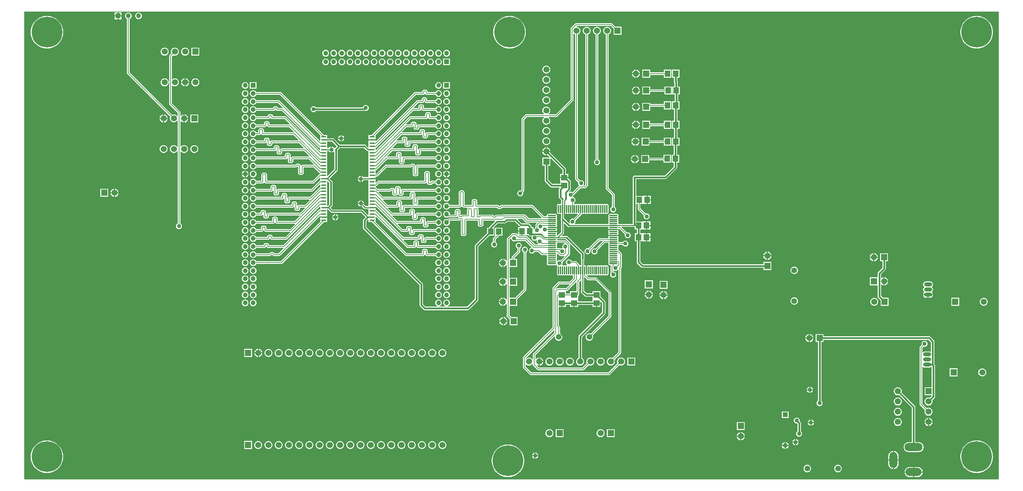
<source format=gtl>
G04*
G04 #@! TF.GenerationSoftware,Altium Limited,Altium Designer,18.1.6 (161)*
G04*
G04 Layer_Physical_Order=1*
G04 Layer_Color=255*
%FSLAX25Y25*%
%MOIN*%
G70*
G01*
G75*
%ADD17R,0.05512X0.05906*%
%ADD18R,0.05906X0.05512*%
%ADD19O,0.08071X0.01181*%
%ADD20O,0.01181X0.08071*%
%ADD21R,0.05000X0.01476*%
%ADD42C,0.00800*%
%ADD43C,0.01500*%
%ADD44C,0.00945*%
%ADD45C,0.00945*%
%ADD46C,0.01100*%
%ADD47C,0.01181*%
%ADD48C,0.05512*%
%ADD49O,0.17717X0.07874*%
%ADD50O,0.15748X0.07874*%
%ADD51O,0.07874X0.15748*%
%ADD52C,0.05906*%
%ADD53C,0.05906*%
%ADD54R,0.04724X0.04724*%
%ADD55C,0.04724*%
%ADD56R,0.05906X0.05906*%
%ADD57R,0.05906X0.05906*%
%ADD58O,0.07874X0.03937*%
%ADD59O,0.07874X0.03937*%
%ADD60R,0.04724X0.04724*%
%ADD61C,0.30000*%
%ADD62C,0.04000*%
G36*
X1053573Y101427D02*
X101427D01*
Y101500D01*
Y558573D01*
X1053573D01*
Y101427D01*
D02*
G37*
%LPC*%
G36*
X196362Y557862D02*
X193500D01*
Y555000D01*
X196362D01*
Y557862D01*
D02*
G37*
G36*
X192500D02*
X189638D01*
Y555000D01*
X192500D01*
Y557862D01*
D02*
G37*
G36*
X213000Y557790D02*
X212148Y557678D01*
X211355Y557349D01*
X210673Y556827D01*
X210151Y556145D01*
X209822Y555352D01*
X209710Y554500D01*
X209822Y553648D01*
X210151Y552855D01*
X210673Y552173D01*
X211355Y551650D01*
X212148Y551322D01*
X213000Y551210D01*
X213852Y551322D01*
X214645Y551650D01*
X215327Y552173D01*
X215849Y552855D01*
X216178Y553648D01*
X216290Y554500D01*
X216178Y555352D01*
X215849Y556145D01*
X215327Y556827D01*
X214645Y557349D01*
X213852Y557678D01*
X213000Y557790D01*
D02*
G37*
G36*
X196362Y554000D02*
X193500D01*
Y551138D01*
X196362D01*
Y554000D01*
D02*
G37*
G36*
X192500D02*
X189638D01*
Y551138D01*
X192500D01*
Y554000D01*
D02*
G37*
G36*
X675047Y547278D02*
X640553D01*
X640046Y547177D01*
X639615Y546890D01*
X635563Y542837D01*
X635275Y542407D01*
X635175Y541900D01*
Y472649D01*
X620851Y458325D01*
X613861D01*
X613692Y458825D01*
X614248Y459252D01*
X614865Y460057D01*
X615254Y460994D01*
X615386Y462000D01*
X615254Y463006D01*
X614865Y463943D01*
X614248Y464748D01*
X613443Y465365D01*
X612506Y465754D01*
X611500Y465886D01*
X610494Y465754D01*
X609557Y465365D01*
X608752Y464748D01*
X608135Y463943D01*
X607746Y463006D01*
X607614Y462000D01*
X607746Y460994D01*
X608135Y460057D01*
X608752Y459252D01*
X609308Y458825D01*
X609139Y458325D01*
X592000D01*
X591493Y458225D01*
X591063Y457937D01*
X587563Y454437D01*
X587275Y454007D01*
X587175Y453500D01*
Y384141D01*
X586769Y383820D01*
X586757Y383825D01*
X586000Y383925D01*
X585243Y383825D01*
X584538Y383533D01*
X583932Y383068D01*
X583467Y382463D01*
X583175Y381757D01*
X583075Y381000D01*
X583175Y380243D01*
X583467Y379538D01*
X583932Y378932D01*
X584538Y378467D01*
X585243Y378175D01*
X586000Y378075D01*
X586757Y378175D01*
X587463Y378467D01*
X588068Y378932D01*
X588533Y379538D01*
X588825Y380243D01*
X588925Y381000D01*
X588825Y381757D01*
X588769Y381894D01*
X589437Y382563D01*
X589725Y382993D01*
X589825Y383500D01*
Y452951D01*
X592549Y455675D01*
X609139D01*
X609308Y455174D01*
X608752Y454748D01*
X608135Y453943D01*
X607746Y453006D01*
X607614Y452000D01*
X607746Y450994D01*
X608135Y450057D01*
X608752Y449252D01*
X609557Y448635D01*
X610494Y448246D01*
X611500Y448114D01*
X612506Y448246D01*
X613443Y448635D01*
X614248Y449252D01*
X614865Y450057D01*
X615254Y450994D01*
X615386Y452000D01*
X615254Y453006D01*
X614865Y453943D01*
X614248Y454748D01*
X613692Y455174D01*
X613861Y455675D01*
X621400D01*
X621907Y455775D01*
X622337Y456063D01*
X637437Y471163D01*
X637725Y471593D01*
X637825Y472100D01*
Y537067D01*
X638326Y537196D01*
X639057Y536635D01*
X639675Y536379D01*
Y395400D01*
X639775Y394893D01*
X640063Y394463D01*
X642731Y391794D01*
X642675Y391657D01*
X642575Y390900D01*
X642675Y390143D01*
X642967Y389438D01*
X643414Y388855D01*
X643431Y388823D01*
X643388Y388235D01*
X643307Y388182D01*
X637050Y381925D01*
X636632Y382246D01*
X635926Y382538D01*
X635169Y382638D01*
X634412Y382538D01*
X633993Y382364D01*
X633709Y382788D01*
X634792Y383871D01*
X634792Y383871D01*
X635157Y384417D01*
X635285Y385061D01*
X635285Y385061D01*
Y392471D01*
X635157Y393115D01*
X634792Y393661D01*
X632953Y395500D01*
Y395874D01*
X625047D01*
Y392618D01*
X625056D01*
X625147Y392156D01*
X625147D01*
Y390182D01*
X617297D01*
X613182Y394297D01*
Y408147D01*
X615353D01*
Y415115D01*
X615815Y415306D01*
X627318Y403803D01*
Y400130D01*
X625047D01*
Y396874D01*
X632953D01*
Y400130D01*
X630682D01*
Y404500D01*
X630682Y404500D01*
X630554Y405144D01*
X630190Y405690D01*
X615222Y420657D01*
X615351Y420968D01*
X615421Y421500D01*
X612000D01*
Y418079D01*
X612532Y418149D01*
X612843Y418278D01*
X614806Y416315D01*
X614615Y415853D01*
X607647D01*
Y408147D01*
X609818D01*
Y393600D01*
X609946Y392956D01*
X610310Y392410D01*
X615410Y387310D01*
X615956Y386946D01*
X616600Y386818D01*
X624285D01*
X624477Y386356D01*
X624137Y386016D01*
X623772Y385471D01*
X623644Y384827D01*
Y377464D01*
X623772Y376820D01*
X624137Y376274D01*
X625896Y374515D01*
Y371060D01*
X625509Y370743D01*
X625327Y370780D01*
X624745Y370664D01*
X624342Y370395D01*
X623940Y370664D01*
X623358Y370780D01*
X622777Y370664D01*
X622284Y370335D01*
X621954Y369842D01*
X621839Y369260D01*
Y362370D01*
X621954Y361789D01*
X622284Y361296D01*
X622777Y360966D01*
X623358Y360850D01*
X623940Y360966D01*
X624342Y361235D01*
X624745Y360966D01*
X625327Y360850D01*
X625509Y360887D01*
X625896Y360570D01*
Y356684D01*
X625741Y356452D01*
X625613Y355809D01*
X625741Y355165D01*
X625896Y354933D01*
Y343175D01*
X622406Y339685D01*
X622309Y339694D01*
X621896Y339882D01*
X621810Y340314D01*
X621540Y340717D01*
X621810Y341119D01*
X621925Y341701D01*
X621810Y342282D01*
X621601Y342595D01*
X621904Y343049D01*
X621928Y343169D01*
X620664D01*
X620405Y343221D01*
X616961D01*
Y344118D01*
X620405D01*
X620665Y344169D01*
X621928D01*
X621904Y344290D01*
X621601Y344744D01*
X621810Y345056D01*
X621925Y345638D01*
X621810Y346219D01*
X621601Y346532D01*
X621904Y346986D01*
X621928Y347106D01*
X620664D01*
X620405Y347158D01*
X616961D01*
Y348055D01*
X620405D01*
X620665Y348106D01*
X621928D01*
X621904Y348227D01*
X621601Y348681D01*
X621810Y348993D01*
X621925Y349575D01*
X621810Y350156D01*
X621540Y350559D01*
X621810Y350962D01*
X621925Y351543D01*
X621810Y352125D01*
X621540Y352528D01*
X621810Y352930D01*
X621925Y353512D01*
X621810Y354093D01*
X621540Y354496D01*
X621810Y354899D01*
X621925Y355480D01*
X621810Y356062D01*
X621540Y356465D01*
X621810Y356867D01*
X621925Y357449D01*
X621810Y358030D01*
X621540Y358433D01*
X621810Y358836D01*
X621925Y359417D01*
X621810Y359999D01*
X621480Y360492D01*
X620987Y360822D01*
X620405Y360937D01*
X613516D01*
X612934Y360822D01*
X612441Y360492D01*
X612112Y359999D01*
X611996Y359417D01*
X612024Y359274D01*
X611614Y358774D01*
X609149D01*
X598596Y369327D01*
X598166Y369614D01*
X597659Y369715D01*
X567520D01*
X567013Y369614D01*
X566583Y369327D01*
X566163Y368907D01*
X565978Y368630D01*
X565935Y368615D01*
X565465D01*
X565422Y368630D01*
X565237Y368907D01*
X564817Y369327D01*
X564387Y369614D01*
X563880Y369715D01*
X544026D01*
Y373661D01*
X543925Y374168D01*
X543637Y374599D01*
X543217Y375019D01*
X542787Y375306D01*
X542280Y375407D01*
X540320D01*
X539813Y375306D01*
X539383Y375019D01*
X538963Y374599D01*
X538675Y374168D01*
X538575Y373661D01*
Y369715D01*
X531526D01*
Y382156D01*
X531425Y382664D01*
X531137Y383094D01*
X530717Y383514D01*
X530287Y383801D01*
X529780Y383902D01*
X527820D01*
X527313Y383801D01*
X526883Y383514D01*
X526463Y383094D01*
X526175Y382664D01*
X526075Y382156D01*
Y369715D01*
X516982D01*
X516850Y370035D01*
X516327Y370716D01*
X515645Y371239D01*
X514852Y371568D01*
X514000Y371680D01*
X513148Y371568D01*
X512355Y371239D01*
X511673Y370716D01*
X511151Y370035D01*
X510822Y369241D01*
X510710Y368390D01*
X510822Y367538D01*
X511151Y366744D01*
X511673Y366063D01*
X512355Y365540D01*
X513148Y365211D01*
X514000Y365099D01*
X514852Y365211D01*
X515645Y365540D01*
X516327Y366063D01*
X516850Y366744D01*
X516982Y367064D01*
X526980D01*
X527487Y367165D01*
X527917Y367452D01*
X528337Y367872D01*
X528522Y368149D01*
X528566Y368164D01*
X529035D01*
X529078Y368149D01*
X529263Y367872D01*
X529683Y367452D01*
X530113Y367165D01*
X530620Y367064D01*
X534324D01*
X534531Y366564D01*
X534463Y366496D01*
X534175Y366066D01*
X534074Y365559D01*
Y360156D01*
X529370D01*
X529185Y360120D01*
X529000Y360156D01*
X528493Y360056D01*
X528063Y359768D01*
X528031Y359736D01*
X527526D01*
Y363814D01*
X527425Y364322D01*
X527137Y364752D01*
X526717Y365172D01*
X526287Y365459D01*
X525780Y365560D01*
X523820D01*
X523313Y365459D01*
X522883Y365172D01*
X522463Y364752D01*
X522175Y364322D01*
X522075Y363814D01*
Y360156D01*
X517605D01*
X517290Y360516D01*
X517178Y361367D01*
X516850Y362161D01*
X516327Y362842D01*
X515645Y363365D01*
X514852Y363694D01*
X514000Y363806D01*
X513148Y363694D01*
X512355Y363365D01*
X511673Y362842D01*
X511151Y362161D01*
X510822Y361367D01*
X510710Y360516D01*
X510822Y359664D01*
X511151Y358870D01*
X511673Y358189D01*
X512355Y357666D01*
X513148Y357337D01*
X514000Y357225D01*
X514852Y357337D01*
X515396Y357563D01*
X515685Y357505D01*
X522980D01*
X523487Y357606D01*
X523917Y357894D01*
X524337Y358314D01*
X524438Y358464D01*
X524968Y358359D01*
X524975Y358324D01*
X525263Y357894D01*
X525683Y357474D01*
X525560Y356955D01*
X525431Y356826D01*
X516859D01*
X516352Y356725D01*
X515922Y356438D01*
X515171Y355687D01*
X514852Y355820D01*
X514000Y355932D01*
X513148Y355820D01*
X512355Y355491D01*
X511673Y354968D01*
X511151Y354287D01*
X510822Y353493D01*
X510710Y352642D01*
X510822Y351790D01*
X511151Y350996D01*
X511673Y350315D01*
X512355Y349792D01*
X513148Y349463D01*
X514000Y349351D01*
X514852Y349463D01*
X515645Y349792D01*
X516327Y350315D01*
X516850Y350996D01*
X517178Y351790D01*
X517290Y352642D01*
X517178Y353493D01*
X517046Y353813D01*
X517408Y354175D01*
X525980D01*
X526487Y354276D01*
X526917Y354563D01*
X527369Y355015D01*
X527875D01*
Y341018D01*
X527975Y340511D01*
X528263Y340081D01*
X528683Y339661D01*
X529113Y339374D01*
X529620Y339273D01*
X531580D01*
X532087Y339374D01*
X532517Y339661D01*
X532937Y340081D01*
X533225Y340511D01*
X533325Y341018D01*
Y354175D01*
X544475D01*
Y350229D01*
X544575Y349722D01*
X544863Y349292D01*
X545283Y348872D01*
X545713Y348585D01*
X546220Y348484D01*
X548180D01*
X548687Y348585D01*
X549117Y348872D01*
X549537Y349292D01*
X549825Y349722D01*
X549926Y350229D01*
Y354175D01*
X561043D01*
X561234Y353713D01*
X555936Y348416D01*
X555572Y347870D01*
X555469Y347353D01*
X553470D01*
Y342223D01*
X542190Y330944D01*
X541826Y330398D01*
X541698Y329754D01*
Y277777D01*
X534103Y270182D01*
X514573D01*
X514540Y270682D01*
X514852Y270723D01*
X515645Y271052D01*
X516327Y271575D01*
X516850Y272256D01*
X517178Y273050D01*
X517290Y273902D01*
X517178Y274753D01*
X516850Y275547D01*
X516327Y276228D01*
X515645Y276751D01*
X514852Y277080D01*
X514000Y277192D01*
X513148Y277080D01*
X512355Y276751D01*
X511673Y276228D01*
X511151Y275547D01*
X510822Y274753D01*
X510710Y273902D01*
X510822Y273050D01*
X511151Y272256D01*
X511673Y271575D01*
X512355Y271052D01*
X513148Y270723D01*
X513460Y270682D01*
X513427Y270182D01*
X506699D01*
X506666Y270682D01*
X506978Y270723D01*
X507771Y271052D01*
X508453Y271575D01*
X508976Y272256D01*
X509304Y273050D01*
X509416Y273902D01*
X509304Y274753D01*
X508976Y275547D01*
X508453Y276228D01*
X507771Y276751D01*
X506978Y277080D01*
X506126Y277192D01*
X505274Y277080D01*
X504481Y276751D01*
X503799Y276228D01*
X503276Y275547D01*
X502948Y274753D01*
X502836Y273902D01*
X502948Y273050D01*
X503276Y272256D01*
X503799Y271575D01*
X504481Y271052D01*
X505274Y270723D01*
X505586Y270682D01*
X505553Y270182D01*
X493397D01*
X490882Y272697D01*
Y292000D01*
X490882Y292000D01*
X490754Y292644D01*
X490390Y293190D01*
X435682Y347897D01*
Y353868D01*
X437288Y355474D01*
X437750Y355282D01*
Y352877D01*
X440913D01*
X473582Y320208D01*
X474012Y319921D01*
X474520Y319820D01*
X490980D01*
X491487Y319921D01*
X491917Y320208D01*
X492337Y320628D01*
X492522Y320905D01*
X492565Y320920D01*
X493035D01*
X493078Y320905D01*
X493263Y320628D01*
X493683Y320208D01*
X494113Y319921D01*
X494620Y319820D01*
X503144D01*
X503276Y319500D01*
X503799Y318819D01*
X504481Y318296D01*
X505274Y317967D01*
X506126Y317855D01*
X506978Y317967D01*
X507771Y318296D01*
X508453Y318819D01*
X508976Y319500D01*
X509304Y320294D01*
X509416Y321146D01*
X509304Y321997D01*
X508976Y322791D01*
X508453Y323472D01*
X507771Y323995D01*
X506978Y324324D01*
X506126Y324436D01*
X505274Y324324D01*
X504481Y323995D01*
X503799Y323472D01*
X503276Y322791D01*
X503144Y322471D01*
X495526D01*
Y324968D01*
X495425Y325475D01*
X495137Y325905D01*
X494717Y326325D01*
X494287Y326612D01*
X493780Y326713D01*
X491820D01*
X491313Y326612D01*
X490883Y326325D01*
X490463Y325905D01*
X490175Y325475D01*
X490074Y324968D01*
Y322471D01*
X475069D01*
X444550Y352990D01*
Y356027D01*
Y358115D01*
X445012Y358307D01*
X475236Y328082D01*
X475666Y327795D01*
X476173Y327694D01*
X482480D01*
X482987Y327795D01*
X483417Y328082D01*
X483837Y328502D01*
X484022Y328779D01*
X484065Y328794D01*
X484535D01*
X484578Y328779D01*
X484763Y328502D01*
X485183Y328082D01*
X485613Y327795D01*
X486120Y327694D01*
X503144D01*
X503276Y327374D01*
X503799Y326693D01*
X504481Y326170D01*
X505274Y325841D01*
X506126Y325729D01*
X506978Y325841D01*
X507771Y326170D01*
X508453Y326693D01*
X508976Y327374D01*
X509304Y328168D01*
X509416Y329020D01*
X509304Y329871D01*
X508976Y330665D01*
X508453Y331346D01*
X507771Y331869D01*
X506978Y332198D01*
X506126Y332310D01*
X505274Y332198D01*
X504481Y331869D01*
X503799Y331346D01*
X503276Y330665D01*
X503144Y330345D01*
X487025D01*
Y333168D01*
X486925Y333675D01*
X486637Y334105D01*
X486217Y334525D01*
X485787Y334812D01*
X485280Y334913D01*
X483320D01*
X482813Y334812D01*
X482383Y334525D01*
X481963Y334105D01*
X481675Y333675D01*
X481574Y333168D01*
Y330345D01*
X476722D01*
X471961Y335106D01*
X472153Y335568D01*
X486980D01*
X487487Y335669D01*
X487917Y335956D01*
X488337Y336376D01*
X488375Y336432D01*
X488874Y336280D01*
Y334417D01*
X488975Y333910D01*
X489263Y333480D01*
X489683Y333060D01*
X490113Y332773D01*
X490620Y332672D01*
X492580D01*
X493087Y332773D01*
X493517Y333060D01*
X493937Y333480D01*
X494225Y333910D01*
X494325Y334417D01*
Y335568D01*
X503144D01*
X503276Y335248D01*
X503799Y334567D01*
X504481Y334044D01*
X505274Y333715D01*
X506126Y333603D01*
X506978Y333715D01*
X507771Y334044D01*
X508453Y334567D01*
X508976Y335248D01*
X509304Y336042D01*
X509416Y336894D01*
X509304Y337745D01*
X508976Y338539D01*
X508453Y339220D01*
X507771Y339743D01*
X506978Y340072D01*
X506126Y340184D01*
X505274Y340072D01*
X504481Y339743D01*
X503799Y339220D01*
X503276Y338539D01*
X503144Y338219D01*
X493420D01*
X492913Y338118D01*
X492483Y337831D01*
X492063Y337411D01*
X492026Y337355D01*
X491526Y337507D01*
Y339370D01*
X491425Y339877D01*
X491137Y340307D01*
X490717Y340727D01*
X490287Y341015D01*
X489780Y341115D01*
X487820D01*
X487313Y341015D01*
X486883Y340727D01*
X486463Y340307D01*
X486175Y339877D01*
X486074Y339370D01*
Y338219D01*
X471813D01*
X445130Y364902D01*
X444970Y365009D01*
X444650Y365376D01*
Y366614D01*
X441150D01*
Y367614D01*
X444650D01*
Y367823D01*
X445112Y368014D01*
X469295Y343830D01*
X469725Y343543D01*
X470232Y343442D01*
X475480D01*
X475987Y343543D01*
X476417Y343830D01*
X476837Y344250D01*
X476874Y344306D01*
X477375Y344155D01*
Y342128D01*
X477475Y341621D01*
X477763Y341191D01*
X478183Y340771D01*
X478613Y340484D01*
X479120Y340383D01*
X481080D01*
X481587Y340484D01*
X482017Y340771D01*
X482437Y341191D01*
X482725Y341621D01*
X482826Y342128D01*
Y343442D01*
X503144D01*
X503276Y343122D01*
X503799Y342441D01*
X504481Y341918D01*
X505274Y341589D01*
X506126Y341477D01*
X506978Y341589D01*
X507771Y341918D01*
X508453Y342441D01*
X508976Y343122D01*
X509304Y343916D01*
X509416Y344768D01*
X509304Y345619D01*
X508976Y346413D01*
X508453Y347094D01*
X507771Y347617D01*
X506978Y347946D01*
X506126Y348058D01*
X505274Y347946D01*
X504481Y347617D01*
X503799Y347094D01*
X503276Y346413D01*
X503144Y346093D01*
X481920D01*
X481413Y345992D01*
X480983Y345705D01*
X480563Y345285D01*
X480525Y345229D01*
X480025Y345381D01*
Y347407D01*
X479925Y347914D01*
X479637Y348344D01*
X479217Y348764D01*
X478787Y349052D01*
X478280Y349152D01*
X476320D01*
X475813Y349052D01*
X475383Y348764D01*
X474963Y348344D01*
X474675Y347914D01*
X474575Y347407D01*
Y346093D01*
X470781D01*
X466020Y350854D01*
X466212Y351316D01*
X488980D01*
X489487Y351417D01*
X489917Y351704D01*
X490337Y352124D01*
X490375Y352180D01*
X490874Y352028D01*
Y349513D01*
X490975Y349006D01*
X491263Y348576D01*
X491683Y348156D01*
X492113Y347868D01*
X492620Y347767D01*
X494580D01*
X495087Y347868D01*
X495517Y348156D01*
X495937Y348576D01*
X496225Y349006D01*
X496325Y349513D01*
Y351316D01*
X503144D01*
X503276Y350996D01*
X503799Y350315D01*
X504481Y349792D01*
X505274Y349463D01*
X506126Y349351D01*
X506978Y349463D01*
X507771Y349792D01*
X508453Y350315D01*
X508976Y350996D01*
X509304Y351790D01*
X509416Y352642D01*
X509304Y353493D01*
X508976Y354287D01*
X508453Y354968D01*
X507771Y355491D01*
X506978Y355820D01*
X506126Y355932D01*
X505274Y355820D01*
X504481Y355491D01*
X503799Y354968D01*
X503276Y354287D01*
X503144Y353967D01*
X495420D01*
X494913Y353866D01*
X494483Y353579D01*
X494063Y353159D01*
X494026Y353103D01*
X493526Y353255D01*
Y355770D01*
X493425Y356277D01*
X493137Y356708D01*
X492717Y357128D01*
X492287Y357415D01*
X491780Y357516D01*
X489820D01*
X489313Y357415D01*
X488883Y357128D01*
X488463Y356708D01*
X488175Y356277D01*
X488074Y355770D01*
Y353967D01*
X465821D01*
X461060Y358728D01*
X461251Y359190D01*
X478480D01*
X478987Y359291D01*
X479417Y359578D01*
X479837Y359998D01*
X479875Y360054D01*
X480374Y359903D01*
Y356898D01*
X480475Y356390D01*
X480763Y355960D01*
X481183Y355540D01*
X481613Y355253D01*
X482120Y355152D01*
X484080D01*
X484587Y355253D01*
X485017Y355540D01*
X485437Y355960D01*
X485725Y356390D01*
X485825Y356898D01*
Y359190D01*
X503144D01*
X503276Y358870D01*
X503799Y358189D01*
X504481Y357666D01*
X505274Y357337D01*
X506126Y357225D01*
X506978Y357337D01*
X507771Y357666D01*
X508453Y358189D01*
X508976Y358870D01*
X509304Y359664D01*
X509416Y360516D01*
X509304Y361367D01*
X508976Y362161D01*
X508453Y362842D01*
X507771Y363365D01*
X506978Y363694D01*
X506126Y363806D01*
X505274Y363694D01*
X504481Y363365D01*
X503799Y362842D01*
X503276Y362161D01*
X503144Y361841D01*
X484920D01*
X484413Y361740D01*
X483983Y361453D01*
X483563Y361033D01*
X483526Y360977D01*
X483026Y361129D01*
Y364134D01*
X482925Y364641D01*
X482637Y365071D01*
X482217Y365491D01*
X481787Y365778D01*
X481280Y365879D01*
X479320D01*
X478813Y365778D01*
X478383Y365491D01*
X477963Y365071D01*
X477675Y364641D01*
X477574Y364134D01*
Y361841D01*
X461096D01*
X456373Y366564D01*
X456580Y367064D01*
X465980D01*
X466487Y367165D01*
X466917Y367452D01*
X467337Y367872D01*
X467375Y367928D01*
X467874Y367776D01*
Y364282D01*
X467975Y363775D01*
X468263Y363345D01*
X468683Y362925D01*
X469113Y362638D01*
X469620Y362537D01*
X471580D01*
X472087Y362638D01*
X472517Y362925D01*
X472937Y363345D01*
X473225Y363775D01*
X473325Y364282D01*
Y367064D01*
X503144D01*
X503276Y366744D01*
X503799Y366063D01*
X504481Y365540D01*
X505274Y365211D01*
X506126Y365099D01*
X506978Y365211D01*
X507771Y365540D01*
X508453Y366063D01*
X508976Y366744D01*
X509304Y367538D01*
X509416Y368390D01*
X509304Y369241D01*
X508976Y370035D01*
X508453Y370716D01*
X507771Y371239D01*
X506978Y371568D01*
X506126Y371680D01*
X505274Y371568D01*
X504481Y371239D01*
X503799Y370716D01*
X503276Y370035D01*
X503144Y369715D01*
X485527D01*
X485375Y370215D01*
X485517Y370310D01*
X485937Y370730D01*
X486225Y371160D01*
X486326Y371667D01*
Y374938D01*
X503144D01*
X503276Y374619D01*
X503799Y373937D01*
X504481Y373414D01*
X505274Y373086D01*
X506126Y372973D01*
X506978Y373086D01*
X507771Y373414D01*
X508453Y373937D01*
X508976Y374619D01*
X509304Y375412D01*
X509416Y376264D01*
X509304Y377115D01*
X508976Y377909D01*
X508453Y378590D01*
X507771Y379113D01*
X506978Y379442D01*
X506126Y379554D01*
X505274Y379442D01*
X504481Y379113D01*
X503799Y378590D01*
X503276Y377909D01*
X503144Y377589D01*
X485420D01*
X484913Y377488D01*
X484483Y377201D01*
X484063Y376781D01*
X484025Y376725D01*
X483526Y376877D01*
Y380860D01*
X483425Y381367D01*
X483137Y381797D01*
X482717Y382217D01*
X482575Y382312D01*
X482727Y382812D01*
X503144D01*
X503276Y382493D01*
X503799Y381811D01*
X504481Y381288D01*
X505274Y380960D01*
X506126Y380847D01*
X506978Y380960D01*
X507771Y381288D01*
X508453Y381811D01*
X508976Y382493D01*
X509304Y383286D01*
X509416Y384138D01*
X509304Y384989D01*
X508976Y385783D01*
X508453Y386464D01*
X507771Y386987D01*
X506978Y387316D01*
X506126Y387428D01*
X505274Y387316D01*
X504481Y386987D01*
X503799Y386464D01*
X503276Y385783D01*
X503144Y385463D01*
X471020D01*
X470513Y385362D01*
X470083Y385075D01*
X469663Y384655D01*
X469626Y384599D01*
X469126Y384751D01*
Y386239D01*
X469025Y386746D01*
X468737Y387176D01*
X468317Y387596D01*
X467887Y387883D01*
X467380Y387984D01*
X465420D01*
X464913Y387883D01*
X464483Y387596D01*
X464063Y387176D01*
X463775Y386746D01*
X463674Y386239D01*
Y385591D01*
X463174Y385439D01*
X463137Y385495D01*
X462717Y385915D01*
X462287Y386202D01*
X461780Y386303D01*
X459820D01*
X459313Y386202D01*
X458883Y385915D01*
X458431Y385463D01*
X446580D01*
X445095Y386949D01*
X444665Y387236D01*
X444550Y387259D01*
Y387836D01*
X444661D01*
X445169Y387937D01*
X445599Y388224D01*
X448061Y390686D01*
X493080D01*
X493587Y390787D01*
X494017Y391074D01*
X494437Y391494D01*
X494475Y391550D01*
X494975Y391399D01*
Y390964D01*
X495075Y390457D01*
X495363Y390027D01*
X495783Y389607D01*
X496213Y389320D01*
X496720Y389219D01*
X498680D01*
X499187Y389320D01*
X499617Y389607D01*
X500037Y390027D01*
X500325Y390457D01*
X500370Y390686D01*
X503144D01*
X503276Y390367D01*
X503799Y389685D01*
X504481Y389162D01*
X505274Y388834D01*
X506126Y388721D01*
X506978Y388834D01*
X507771Y389162D01*
X508453Y389685D01*
X508976Y390367D01*
X509304Y391160D01*
X509416Y392012D01*
X509304Y392863D01*
X508976Y393657D01*
X508453Y394338D01*
X507771Y394861D01*
X506978Y395190D01*
X506126Y395302D01*
X505274Y395190D01*
X504481Y394861D01*
X503799Y394338D01*
X503276Y393657D01*
X503144Y393337D01*
X499520D01*
X499013Y393236D01*
X498583Y392949D01*
X498163Y392529D01*
X498126Y392473D01*
X497625Y392625D01*
Y400933D01*
X497525Y401441D01*
X497237Y401871D01*
X496817Y402291D01*
X496387Y402578D01*
X495880Y402679D01*
X493920D01*
X493413Y402578D01*
X492983Y402291D01*
X492563Y401871D01*
X492275Y401441D01*
X492174Y400933D01*
Y393337D01*
X447512D01*
X447005Y393236D01*
X446574Y392949D01*
X445012Y391386D01*
X444550Y391577D01*
Y393722D01*
X444650D01*
Y394961D01*
X441150D01*
Y395961D01*
X444650D01*
Y397199D01*
X445114Y397285D01*
X445716D01*
X446224Y397386D01*
X446654Y397673D01*
X455415Y406434D01*
X478980D01*
X479487Y406535D01*
X479917Y406823D01*
X480369Y407274D01*
X480874D01*
Y399515D01*
X480975Y399008D01*
X481263Y398578D01*
X481683Y398158D01*
X482113Y397871D01*
X482620Y397770D01*
X484580D01*
X485087Y397871D01*
X485517Y398158D01*
X485937Y398578D01*
X486225Y399008D01*
X486326Y399515D01*
Y406434D01*
X503144D01*
X503276Y406115D01*
X503799Y405433D01*
X504481Y404910D01*
X505274Y404582D01*
X506126Y404469D01*
X506978Y404582D01*
X507771Y404910D01*
X508453Y405433D01*
X508976Y406115D01*
X509304Y406908D01*
X509416Y407760D01*
X509304Y408611D01*
X508976Y409405D01*
X508453Y410086D01*
X507771Y410609D01*
X506978Y410938D01*
X506126Y411050D01*
X505274Y410938D01*
X504481Y410609D01*
X503799Y410086D01*
X503276Y409405D01*
X503144Y409085D01*
X485420D01*
X484913Y408984D01*
X484483Y408697D01*
X484063Y408277D01*
X484015Y408205D01*
X483919Y408200D01*
X483496Y408329D01*
X483425Y408687D01*
X483137Y409117D01*
X482717Y409537D01*
X482287Y409824D01*
X481780Y409925D01*
X479820D01*
X479313Y409824D01*
X478883Y409537D01*
X478431Y409085D01*
X454866D01*
X454359Y408984D01*
X453929Y408697D01*
X445167Y399936D01*
X444550D01*
Y403584D01*
X444809D01*
X445316Y403685D01*
X445746Y403972D01*
X456082Y414308D01*
X465480D01*
X465987Y414409D01*
X466417Y414697D01*
X466837Y415117D01*
X466875Y415172D01*
X467375Y415021D01*
Y411526D01*
X467475Y411019D01*
X467763Y410589D01*
X468183Y410169D01*
X468613Y409882D01*
X469120Y409781D01*
X471080D01*
X471587Y409882D01*
X472017Y410169D01*
X472437Y410589D01*
X472725Y411019D01*
X472825Y411526D01*
Y414308D01*
X503144D01*
X503276Y413989D01*
X503799Y413307D01*
X504481Y412784D01*
X505274Y412456D01*
X506126Y412344D01*
X506978Y412456D01*
X507771Y412784D01*
X508453Y413307D01*
X508976Y413989D01*
X509304Y414782D01*
X509416Y415634D01*
X509304Y416485D01*
X508976Y417279D01*
X508453Y417960D01*
X507771Y418483D01*
X506978Y418812D01*
X506126Y418924D01*
X505274Y418812D01*
X504481Y418483D01*
X503799Y417960D01*
X503276Y417279D01*
X503144Y416959D01*
X471500D01*
X470993Y416858D01*
X470563Y416571D01*
X470526Y416515D01*
X470025Y416667D01*
Y419741D01*
X469925Y420249D01*
X469637Y420679D01*
X469217Y421099D01*
X468787Y421386D01*
X468280Y421487D01*
X466320D01*
X465813Y421386D01*
X465383Y421099D01*
X464963Y420679D01*
X464675Y420249D01*
X464574Y419741D01*
Y416959D01*
X456296D01*
X456104Y417421D01*
X460865Y422182D01*
X481480D01*
X481987Y422283D01*
X482417Y422571D01*
X482837Y422991D01*
X482874Y423046D01*
X483375Y422895D01*
Y419828D01*
X483475Y419321D01*
X483763Y418891D01*
X484183Y418471D01*
X484613Y418183D01*
X485120Y418082D01*
X487080D01*
X487587Y418183D01*
X488017Y418471D01*
X488437Y418891D01*
X488725Y419321D01*
X488826Y419828D01*
Y422182D01*
X503144D01*
X503276Y421863D01*
X503799Y421181D01*
X504481Y420658D01*
X505274Y420330D01*
X506126Y420218D01*
X506978Y420330D01*
X507771Y420658D01*
X508453Y421181D01*
X508976Y421863D01*
X509304Y422656D01*
X509416Y423508D01*
X509304Y424359D01*
X508976Y425153D01*
X508453Y425834D01*
X507771Y426357D01*
X506978Y426686D01*
X506126Y426798D01*
X505274Y426686D01*
X504481Y426357D01*
X503799Y425834D01*
X503276Y425153D01*
X503144Y424833D01*
X487920D01*
X487413Y424732D01*
X486983Y424445D01*
X486563Y424025D01*
X486525Y423969D01*
X486025Y424121D01*
Y427188D01*
X485925Y427695D01*
X485637Y428125D01*
X485217Y428545D01*
X484787Y428832D01*
X484280Y428933D01*
X482320D01*
X481813Y428832D01*
X481383Y428545D01*
X480963Y428125D01*
X480675Y427695D01*
X480575Y427188D01*
Y424833D01*
X461015D01*
X460808Y425333D01*
X465531Y430056D01*
X471212D01*
X471720Y430157D01*
X472150Y430444D01*
X472570Y430864D01*
X472607Y430920D01*
X473107Y430769D01*
Y428191D01*
X473208Y427684D01*
X473495Y427254D01*
X473915Y426834D01*
X474345Y426546D01*
X474852Y426446D01*
X476812D01*
X477320Y426546D01*
X477750Y426834D01*
X478170Y427254D01*
X478457Y427684D01*
X478558Y428191D01*
Y430056D01*
X503144D01*
X503276Y429737D01*
X503799Y429055D01*
X504481Y428532D01*
X505274Y428204D01*
X506126Y428091D01*
X506978Y428204D01*
X507771Y428532D01*
X508453Y429055D01*
X508976Y429737D01*
X509304Y430530D01*
X509416Y431382D01*
X509304Y432233D01*
X508976Y433027D01*
X508453Y433708D01*
X507771Y434231D01*
X506978Y434560D01*
X506126Y434672D01*
X505274Y434560D01*
X504481Y434231D01*
X503799Y433708D01*
X503276Y433027D01*
X503144Y432707D01*
X477652D01*
X477145Y432606D01*
X476715Y432319D01*
X476295Y431899D01*
X476258Y431843D01*
X475758Y431995D01*
Y434573D01*
X475657Y435080D01*
X475370Y435510D01*
X474950Y435930D01*
X474520Y436217D01*
X474012Y436318D01*
X472052D01*
X471545Y436217D01*
X471115Y435930D01*
X470695Y435510D01*
X470408Y435080D01*
X470307Y434573D01*
Y432707D01*
X465431D01*
X465224Y433207D01*
X469947Y437930D01*
X488480D01*
X488987Y438031D01*
X489417Y438318D01*
X489837Y438739D01*
X489875Y438794D01*
X490375Y438643D01*
Y436554D01*
X490475Y436047D01*
X490763Y435617D01*
X491183Y435197D01*
X491613Y434910D01*
X492120Y434809D01*
X494080D01*
X494587Y434910D01*
X495017Y435197D01*
X495437Y435617D01*
X495725Y436047D01*
X495825Y436554D01*
Y437930D01*
X503144D01*
X503276Y437611D01*
X503799Y436929D01*
X504481Y436406D01*
X505274Y436078D01*
X506126Y435965D01*
X506978Y436078D01*
X507771Y436406D01*
X508453Y436929D01*
X508976Y437611D01*
X509304Y438404D01*
X509416Y439256D01*
X509304Y440107D01*
X508976Y440901D01*
X508453Y441582D01*
X507771Y442105D01*
X506978Y442434D01*
X506126Y442546D01*
X505274Y442434D01*
X504481Y442105D01*
X503799Y441582D01*
X503276Y440901D01*
X503144Y440581D01*
X494920D01*
X494413Y440480D01*
X493983Y440193D01*
X493563Y439773D01*
X493526Y439717D01*
X493025Y439869D01*
Y441957D01*
X492925Y442464D01*
X492637Y442895D01*
X492217Y443315D01*
X491787Y443602D01*
X491280Y443703D01*
X489320D01*
X488813Y443602D01*
X488383Y443315D01*
X487963Y442895D01*
X487675Y442464D01*
X487574Y441957D01*
Y440581D01*
X470109D01*
X469918Y441043D01*
X474679Y445804D01*
X479980D01*
X480487Y445905D01*
X480917Y446193D01*
X481337Y446613D01*
X481375Y446668D01*
X481875Y446517D01*
Y444918D01*
X481975Y444410D01*
X482263Y443980D01*
X482683Y443560D01*
X483113Y443273D01*
X483620Y443172D01*
X485580D01*
X486087Y443273D01*
X486517Y443560D01*
X486937Y443980D01*
X487225Y444410D01*
X487325Y444918D01*
Y445804D01*
X503144D01*
X503276Y445485D01*
X503799Y444803D01*
X504481Y444280D01*
X505274Y443952D01*
X506126Y443840D01*
X506978Y443952D01*
X507771Y444280D01*
X508453Y444803D01*
X508976Y445485D01*
X509304Y446278D01*
X509416Y447130D01*
X509304Y447981D01*
X508976Y448775D01*
X508453Y449456D01*
X507771Y449979D01*
X506978Y450308D01*
X506126Y450420D01*
X505274Y450308D01*
X504481Y449979D01*
X503799Y449456D01*
X503276Y448775D01*
X503144Y448455D01*
X486420D01*
X485913Y448354D01*
X485483Y448067D01*
X485063Y447647D01*
X485026Y447591D01*
X484525Y447743D01*
Y449342D01*
X484425Y449849D01*
X484137Y450279D01*
X483717Y450699D01*
X483287Y450987D01*
X482780Y451088D01*
X480820D01*
X480313Y450987D01*
X479883Y450699D01*
X479463Y450279D01*
X479175Y449849D01*
X479074Y449342D01*
Y448455D01*
X474537D01*
X474330Y448955D01*
X479053Y453678D01*
X493980D01*
X494487Y453779D01*
X494917Y454067D01*
X495337Y454487D01*
X495522Y454763D01*
X495566Y454778D01*
X496034D01*
X496078Y454763D01*
X496263Y454487D01*
X496683Y454067D01*
X497113Y453779D01*
X497620Y453678D01*
X503144D01*
X503276Y453359D01*
X503799Y452677D01*
X504481Y452154D01*
X505274Y451826D01*
X506126Y451714D01*
X506978Y451826D01*
X507771Y452154D01*
X508453Y452677D01*
X508976Y453359D01*
X509304Y454152D01*
X509416Y455004D01*
X509304Y455855D01*
X508976Y456649D01*
X508453Y457330D01*
X507771Y457853D01*
X506978Y458182D01*
X506126Y458294D01*
X505274Y458182D01*
X504481Y457853D01*
X503799Y457330D01*
X503276Y456649D01*
X503144Y456329D01*
X498525D01*
Y458624D01*
X498425Y459131D01*
X498137Y459561D01*
X497717Y459981D01*
X497287Y460268D01*
X496780Y460369D01*
X494820D01*
X494313Y460268D01*
X493883Y459981D01*
X493463Y459561D01*
X493175Y459131D01*
X493075Y458624D01*
Y456329D01*
X478504D01*
X477997Y456228D01*
X477567Y455941D01*
X445012Y423386D01*
X444550Y423577D01*
Y425631D01*
X444957D01*
X445464Y425732D01*
X445894Y426019D01*
X481427Y461552D01*
X487480D01*
X487987Y461653D01*
X488417Y461940D01*
X488837Y462360D01*
X489022Y462637D01*
X489066Y462652D01*
X489535D01*
X489578Y462637D01*
X489763Y462360D01*
X490183Y461940D01*
X490613Y461653D01*
X491120Y461552D01*
X503144D01*
X503276Y461233D01*
X503799Y460551D01*
X504481Y460028D01*
X505274Y459700D01*
X506126Y459587D01*
X506978Y459700D01*
X507771Y460028D01*
X508453Y460551D01*
X508976Y461233D01*
X509304Y462026D01*
X509416Y462878D01*
X509304Y463729D01*
X508976Y464523D01*
X508453Y465204D01*
X507771Y465727D01*
X506978Y466056D01*
X506126Y466168D01*
X505274Y466056D01*
X504481Y465727D01*
X503799Y465204D01*
X503276Y464523D01*
X503144Y464203D01*
X492026D01*
Y466172D01*
X491925Y466679D01*
X491637Y467109D01*
X491217Y467529D01*
X490787Y467816D01*
X490280Y467917D01*
X488320D01*
X487813Y467816D01*
X487383Y467529D01*
X486963Y467109D01*
X486675Y466679D01*
X486575Y466172D01*
Y464203D01*
X481731D01*
X481540Y464665D01*
X486301Y469426D01*
X490480D01*
X490987Y469527D01*
X491417Y469814D01*
X491837Y470235D01*
X492022Y470511D01*
X492065Y470526D01*
X492534D01*
X492578Y470511D01*
X492763Y470235D01*
X493183Y469814D01*
X493613Y469527D01*
X494120Y469426D01*
X503144D01*
X503276Y469107D01*
X503799Y468425D01*
X504481Y467902D01*
X505274Y467574D01*
X506126Y467461D01*
X506978Y467574D01*
X507771Y467902D01*
X508453Y468425D01*
X508976Y469107D01*
X509304Y469900D01*
X509416Y470752D01*
X509304Y471603D01*
X508976Y472397D01*
X508453Y473078D01*
X507771Y473601D01*
X506978Y473930D01*
X506126Y474042D01*
X505274Y473930D01*
X504481Y473601D01*
X503799Y473078D01*
X503276Y472397D01*
X503144Y472077D01*
X495025D01*
Y473103D01*
X494925Y473610D01*
X494637Y474040D01*
X494217Y474460D01*
X493787Y474747D01*
X493280Y474848D01*
X491320D01*
X490813Y474747D01*
X490383Y474460D01*
X489963Y474040D01*
X489675Y473610D01*
X489574Y473103D01*
Y472077D01*
X485752D01*
X485245Y471976D01*
X484815Y471689D01*
X445112Y431986D01*
X444650Y432177D01*
Y432756D01*
X441150D01*
X437650D01*
Y431518D01*
X437750D01*
Y428468D01*
Y426019D01*
X437288Y425828D01*
X435432Y427683D01*
X435420Y427744D01*
X435056Y428290D01*
X434510Y428654D01*
X433866Y428782D01*
X409697D01*
X404034Y434445D01*
X403488Y434810D01*
X402844Y434938D01*
X402200Y434810D01*
X402149Y434776D01*
X397306D01*
Y438044D01*
X394142D01*
X352622Y479563D01*
X352192Y479850D01*
X351685Y479951D01*
X328006D01*
X327873Y480271D01*
X327350Y480952D01*
X326669Y481475D01*
X325875Y481804D01*
X325024Y481916D01*
X324172Y481804D01*
X323378Y481475D01*
X322697Y480952D01*
X322174Y480271D01*
X321845Y479477D01*
X321733Y478626D01*
X321845Y477774D01*
X322174Y476981D01*
X322697Y476299D01*
X323378Y475776D01*
X324172Y475448D01*
X325024Y475336D01*
X325875Y475448D01*
X326669Y475776D01*
X327350Y476299D01*
X327873Y476981D01*
X328006Y477300D01*
X351136D01*
X390506Y437931D01*
Y434767D01*
Y432628D01*
X390044Y432437D01*
X350792Y471689D01*
X350362Y471976D01*
X349854Y472077D01*
X328006D01*
X327873Y472397D01*
X327350Y473078D01*
X326669Y473601D01*
X325875Y473930D01*
X325024Y474042D01*
X324172Y473930D01*
X323378Y473601D01*
X322697Y473078D01*
X322174Y472397D01*
X321845Y471603D01*
X321733Y470752D01*
X321845Y469900D01*
X322174Y469107D01*
X322697Y468425D01*
X323378Y467902D01*
X324172Y467574D01*
X325024Y467461D01*
X325875Y467574D01*
X326669Y467902D01*
X327350Y468425D01*
X327873Y469107D01*
X328006Y469426D01*
X349305D01*
X354092Y464640D01*
X353846Y464179D01*
X353722Y464203D01*
X349525D01*
Y464219D01*
X349425Y464726D01*
X349137Y465156D01*
X348717Y465576D01*
X348287Y465863D01*
X347780Y465964D01*
X345820D01*
X345313Y465863D01*
X344883Y465576D01*
X344463Y465156D01*
X344175Y464726D01*
X344075Y464219D01*
Y464203D01*
X328006D01*
X327873Y464523D01*
X327350Y465204D01*
X326669Y465727D01*
X325875Y466056D01*
X325024Y466168D01*
X324172Y466056D01*
X323378Y465727D01*
X322697Y465204D01*
X322174Y464523D01*
X321845Y463729D01*
X321733Y462878D01*
X321845Y462026D01*
X322174Y461233D01*
X322697Y460551D01*
X323378Y460028D01*
X324172Y459700D01*
X325024Y459587D01*
X325875Y459700D01*
X326669Y460028D01*
X327350Y460551D01*
X327873Y461233D01*
X328006Y461552D01*
X344980D01*
X345487Y461653D01*
X345917Y461940D01*
X346337Y462360D01*
X346522Y462637D01*
X346566Y462652D01*
X347035D01*
X347078Y462637D01*
X347263Y462360D01*
X347683Y461940D01*
X348113Y461653D01*
X348620Y461552D01*
X353173D01*
X388706Y426019D01*
X389136Y425732D01*
X389643Y425631D01*
X389941D01*
X390406Y425545D01*
Y423622D01*
X389944Y423431D01*
X357433Y455941D01*
X357003Y456228D01*
X356496Y456329D01*
X344526D01*
Y456671D01*
X344425Y457178D01*
X344137Y457608D01*
X343717Y458028D01*
X343287Y458316D01*
X342780Y458416D01*
X340820D01*
X340313Y458316D01*
X339883Y458028D01*
X339463Y457608D01*
X339175Y457178D01*
X339074Y456671D01*
Y456329D01*
X328006D01*
X327873Y456649D01*
X327350Y457330D01*
X326669Y457853D01*
X325875Y458182D01*
X325024Y458294D01*
X324172Y458182D01*
X323378Y457853D01*
X322697Y457330D01*
X322174Y456649D01*
X321845Y455855D01*
X321733Y455004D01*
X321845Y454152D01*
X322174Y453359D01*
X322697Y452677D01*
X323378Y452154D01*
X324172Y451826D01*
X325024Y451714D01*
X325875Y451826D01*
X326669Y452154D01*
X327350Y452677D01*
X327873Y453359D01*
X328006Y453678D01*
X339980D01*
X340487Y453779D01*
X340917Y454067D01*
X341337Y454487D01*
X341522Y454763D01*
X341565Y454778D01*
X342035D01*
X342078Y454763D01*
X342263Y454487D01*
X342683Y454067D01*
X343113Y453779D01*
X343620Y453678D01*
X355947D01*
X360670Y448955D01*
X360463Y448455D01*
X341025D01*
Y449775D01*
X340925Y450283D01*
X340637Y450713D01*
X340217Y451133D01*
X339787Y451420D01*
X339280Y451521D01*
X337320D01*
X336813Y451420D01*
X336383Y451133D01*
X335963Y450713D01*
X335675Y450283D01*
X335575Y449775D01*
Y448455D01*
X328006D01*
X327873Y448775D01*
X327350Y449456D01*
X326669Y449979D01*
X325875Y450308D01*
X325024Y450420D01*
X324172Y450308D01*
X323378Y449979D01*
X322697Y449456D01*
X322174Y448775D01*
X321845Y447981D01*
X321733Y447130D01*
X321845Y446278D01*
X322174Y445485D01*
X322697Y444803D01*
X323378Y444280D01*
X324172Y443952D01*
X325024Y443840D01*
X325875Y443952D01*
X326669Y444280D01*
X327350Y444803D01*
X327873Y445485D01*
X328006Y445804D01*
X336480D01*
X336987Y445905D01*
X337417Y446193D01*
X337837Y446613D01*
X338022Y446889D01*
X338066Y446904D01*
X338534D01*
X338578Y446889D01*
X338763Y446613D01*
X339183Y446193D01*
X339613Y445905D01*
X340120Y445804D01*
X360321D01*
X365044Y441081D01*
X364837Y440581D01*
X335525D01*
Y442880D01*
X335425Y443387D01*
X335137Y443817D01*
X334717Y444237D01*
X334287Y444524D01*
X333780Y444625D01*
X331820D01*
X331313Y444524D01*
X330883Y444237D01*
X330463Y443817D01*
X330175Y443387D01*
X330075Y442880D01*
Y440581D01*
X328006D01*
X327873Y440901D01*
X327350Y441582D01*
X326669Y442105D01*
X325875Y442434D01*
X325024Y442546D01*
X324172Y442434D01*
X323378Y442105D01*
X322697Y441582D01*
X322174Y440901D01*
X321845Y440107D01*
X321733Y439256D01*
X321845Y438404D01*
X322174Y437611D01*
X322697Y436929D01*
X323378Y436406D01*
X324172Y436078D01*
X325024Y435965D01*
X325875Y436078D01*
X326669Y436406D01*
X327350Y436929D01*
X327873Y437611D01*
X328006Y437930D01*
X330980D01*
X331487Y438031D01*
X331917Y438318D01*
X332337Y438739D01*
X332522Y439015D01*
X332565Y439030D01*
X333034D01*
X333078Y439015D01*
X333263Y438739D01*
X333683Y438318D01*
X334113Y438031D01*
X334620Y437930D01*
X364601D01*
X369362Y433169D01*
X369170Y432707D01*
X342920D01*
X342413Y432606D01*
X341983Y432319D01*
X341563Y431899D01*
X341526Y431843D01*
X341025Y431995D01*
Y433596D01*
X340925Y434103D01*
X340637Y434533D01*
X340217Y434953D01*
X339787Y435241D01*
X339280Y435342D01*
X337320D01*
X336813Y435241D01*
X336383Y434953D01*
X335963Y434533D01*
X335675Y434103D01*
X335575Y433596D01*
Y432707D01*
X328006D01*
X327873Y433027D01*
X327350Y433708D01*
X326669Y434231D01*
X325875Y434560D01*
X325024Y434672D01*
X324172Y434560D01*
X323378Y434231D01*
X322697Y433708D01*
X322174Y433027D01*
X321845Y432233D01*
X321733Y431382D01*
X321845Y430530D01*
X322174Y429737D01*
X322697Y429055D01*
X323378Y428532D01*
X324172Y428204D01*
X325024Y428091D01*
X325875Y428204D01*
X326669Y428532D01*
X327350Y429055D01*
X327873Y429737D01*
X328006Y430056D01*
X336480D01*
X336987Y430157D01*
X337417Y430444D01*
X337837Y430864D01*
X337875Y430920D01*
X338374Y430769D01*
Y429168D01*
X338475Y428660D01*
X338763Y428230D01*
X339183Y427810D01*
X339613Y427523D01*
X340120Y427422D01*
X342080D01*
X342587Y427523D01*
X343017Y427810D01*
X343437Y428230D01*
X343725Y428660D01*
X343826Y429168D01*
Y430056D01*
X369969D01*
X374730Y425295D01*
X374539Y424833D01*
X352420D01*
X351913Y424732D01*
X351483Y424445D01*
X351063Y424025D01*
X351026Y423969D01*
X350525Y424121D01*
Y426211D01*
X350425Y426719D01*
X350137Y427149D01*
X349717Y427569D01*
X349287Y427856D01*
X348780Y427957D01*
X346820D01*
X346313Y427856D01*
X345883Y427569D01*
X345463Y427149D01*
X345175Y426719D01*
X345075Y426211D01*
Y424833D01*
X328006D01*
X327873Y425153D01*
X327350Y425834D01*
X326669Y426357D01*
X325875Y426686D01*
X325024Y426798D01*
X324172Y426686D01*
X323378Y426357D01*
X322697Y425834D01*
X322174Y425153D01*
X321845Y424359D01*
X321733Y423508D01*
X321845Y422656D01*
X322174Y421863D01*
X322697Y421181D01*
X323378Y420658D01*
X324172Y420330D01*
X325024Y420218D01*
X325875Y420330D01*
X326669Y420658D01*
X327350Y421181D01*
X327873Y421863D01*
X328006Y422182D01*
X345980D01*
X346487Y422283D01*
X346917Y422571D01*
X347337Y422991D01*
X347375Y423046D01*
X347874Y422895D01*
Y420804D01*
X347975Y420297D01*
X348263Y419867D01*
X348683Y419447D01*
X349113Y419160D01*
X349620Y419059D01*
X351580D01*
X352087Y419160D01*
X352517Y419447D01*
X352937Y419867D01*
X353225Y420297D01*
X353326Y420804D01*
Y422182D01*
X374943D01*
X379666Y417459D01*
X379459Y416959D01*
X363420D01*
X362913Y416858D01*
X362483Y416571D01*
X362063Y416151D01*
X362025Y416095D01*
X361526Y416247D01*
Y418826D01*
X361425Y419334D01*
X361137Y419764D01*
X360717Y420184D01*
X360287Y420471D01*
X359780Y420572D01*
X357820D01*
X357313Y420471D01*
X356883Y420184D01*
X356463Y419764D01*
X356175Y419334D01*
X356075Y418826D01*
Y416959D01*
X328006D01*
X327873Y417279D01*
X327350Y417960D01*
X326669Y418483D01*
X325875Y418812D01*
X325024Y418924D01*
X324172Y418812D01*
X323378Y418483D01*
X322697Y417960D01*
X322174Y417279D01*
X321845Y416485D01*
X321733Y415634D01*
X321845Y414782D01*
X322174Y413989D01*
X322697Y413307D01*
X323378Y412784D01*
X324172Y412456D01*
X325024Y412344D01*
X325875Y412456D01*
X326669Y412784D01*
X327350Y413307D01*
X327873Y413989D01*
X328006Y414308D01*
X356980D01*
X357487Y414409D01*
X357917Y414697D01*
X358337Y415117D01*
X358375Y415172D01*
X358875Y415021D01*
Y412441D01*
X358975Y411934D01*
X359263Y411504D01*
X359683Y411084D01*
X360113Y410796D01*
X360620Y410696D01*
X362580D01*
X363087Y410796D01*
X363517Y411084D01*
X363937Y411504D01*
X364225Y411934D01*
X364325Y412441D01*
Y414308D01*
X379509D01*
X384270Y409547D01*
X384078Y409085D01*
X373420D01*
X372913Y408984D01*
X372483Y408697D01*
X372063Y408277D01*
X372015Y408205D01*
X371919Y408200D01*
X371496Y408329D01*
X371425Y408687D01*
X371137Y409117D01*
X370717Y409537D01*
X370287Y409824D01*
X369780Y409925D01*
X367820D01*
X367313Y409824D01*
X366883Y409537D01*
X366431Y409085D01*
X328006D01*
X327873Y409405D01*
X327350Y410086D01*
X326669Y410609D01*
X325875Y410938D01*
X325024Y411050D01*
X324172Y410938D01*
X323378Y410609D01*
X322697Y410086D01*
X322174Y409405D01*
X321845Y408611D01*
X321733Y407760D01*
X321845Y406908D01*
X322174Y406115D01*
X322697Y405433D01*
X323378Y404910D01*
X324172Y404582D01*
X325024Y404469D01*
X325875Y404582D01*
X326669Y404910D01*
X327350Y405433D01*
X327873Y406115D01*
X328006Y406434D01*
X366980D01*
X367487Y406535D01*
X367917Y406823D01*
X368369Y407274D01*
X368875D01*
Y400816D01*
X368975Y400309D01*
X369263Y399879D01*
X369683Y399459D01*
X370113Y399171D01*
X370620Y399070D01*
X372580D01*
X373087Y399171D01*
X373517Y399459D01*
X373937Y399879D01*
X374225Y400309D01*
X374325Y400816D01*
Y406434D01*
X384451D01*
X390063Y400823D01*
X390493Y400535D01*
X390506Y400533D01*
Y399936D01*
X390492D01*
X389985Y399835D01*
X389555Y399547D01*
X383345Y393337D01*
X338526D01*
Y399426D01*
X338425Y399933D01*
X338137Y400363D01*
X337717Y400783D01*
X337287Y401070D01*
X336780Y401171D01*
X334820D01*
X334313Y401070D01*
X333883Y400783D01*
X333463Y400363D01*
X333175Y399933D01*
X333074Y399426D01*
Y393337D01*
X328006D01*
X327873Y393657D01*
X327350Y394338D01*
X326669Y394861D01*
X325875Y395190D01*
X325024Y395302D01*
X324172Y395190D01*
X323378Y394861D01*
X322697Y394338D01*
X322174Y393657D01*
X321845Y392863D01*
X321733Y392012D01*
X321845Y391160D01*
X322174Y390367D01*
X322697Y389685D01*
X323378Y389162D01*
X324172Y388834D01*
X325024Y388721D01*
X325875Y388834D01*
X326669Y389162D01*
X327350Y389685D01*
X327873Y390367D01*
X328006Y390686D01*
X333980D01*
X334487Y390787D01*
X334917Y391074D01*
X335337Y391494D01*
X335522Y391771D01*
X335565Y391786D01*
X336034D01*
X336078Y391771D01*
X336263Y391494D01*
X336683Y391074D01*
X337113Y390787D01*
X337620Y390686D01*
X383894D01*
X384401Y390787D01*
X384831Y391074D01*
X390044Y396287D01*
X390506Y396096D01*
Y393550D01*
X390434Y393536D01*
X390004Y393248D01*
X382219Y385463D01*
X349420D01*
X348913Y385362D01*
X348483Y385075D01*
X348063Y384655D01*
X348025Y384599D01*
X347526Y384751D01*
Y387595D01*
X347425Y388102D01*
X347137Y388532D01*
X346717Y388952D01*
X346287Y389239D01*
X345780Y389340D01*
X343820D01*
X343313Y389239D01*
X342883Y388952D01*
X342463Y388532D01*
X342175Y388102D01*
X342074Y387595D01*
Y385463D01*
X328006D01*
X327873Y385783D01*
X327350Y386464D01*
X326669Y386987D01*
X325875Y387316D01*
X325024Y387428D01*
X324172Y387316D01*
X323378Y386987D01*
X322697Y386464D01*
X322174Y385783D01*
X321845Y384989D01*
X321733Y384138D01*
X321845Y383286D01*
X322174Y382493D01*
X322697Y381811D01*
X323378Y381288D01*
X324172Y380960D01*
X325024Y380847D01*
X325875Y380960D01*
X326669Y381288D01*
X327350Y381811D01*
X327873Y382493D01*
X328006Y382812D01*
X342980D01*
X343487Y382913D01*
X343917Y383201D01*
X344337Y383621D01*
X344374Y383676D01*
X344875Y383525D01*
Y380681D01*
X344975Y380174D01*
X345263Y379744D01*
X345683Y379324D01*
X346113Y379036D01*
X346620Y378935D01*
X348580D01*
X349087Y379036D01*
X349517Y379324D01*
X349937Y379744D01*
X350225Y380174D01*
X350325Y380681D01*
Y382812D01*
X382768D01*
X383275Y382913D01*
X383705Y383201D01*
X390044Y389539D01*
X390506Y389348D01*
Y387237D01*
X390505Y387236D01*
X390074Y386949D01*
X380715Y377589D01*
X360082D01*
X359574Y377488D01*
X359144Y377201D01*
X358724Y376781D01*
X358687Y376725D01*
X358187Y376877D01*
Y379558D01*
X358086Y380065D01*
X357799Y380495D01*
X357379Y380915D01*
X356949Y381202D01*
X356442Y381303D01*
X354482D01*
X353974Y381202D01*
X353544Y380915D01*
X353124Y380495D01*
X352837Y380065D01*
X352736Y379558D01*
Y377589D01*
X328006D01*
X327873Y377909D01*
X327350Y378590D01*
X326669Y379113D01*
X325875Y379442D01*
X325024Y379554D01*
X324172Y379442D01*
X323378Y379113D01*
X322697Y378590D01*
X322174Y377909D01*
X321845Y377115D01*
X321733Y376264D01*
X321845Y375412D01*
X322174Y374619D01*
X322697Y373937D01*
X323378Y373414D01*
X324172Y373086D01*
X325024Y372973D01*
X325875Y373086D01*
X326669Y373414D01*
X327350Y373937D01*
X327873Y374619D01*
X328006Y374938D01*
X353642D01*
X354149Y375039D01*
X354579Y375326D01*
X354999Y375746D01*
X355036Y375802D01*
X355536Y375651D01*
Y372970D01*
X355637Y372463D01*
X355924Y372033D01*
X356344Y371613D01*
X356774Y371325D01*
X357282Y371224D01*
X359242D01*
X359749Y371325D01*
X360179Y371613D01*
X360599Y372033D01*
X360886Y372463D01*
X360987Y372970D01*
Y374938D01*
X380041D01*
X380232Y374476D01*
X375471Y369715D01*
X369920D01*
X369413Y369614D01*
X368983Y369327D01*
X368563Y368907D01*
X368526Y368851D01*
X368025Y369003D01*
Y371194D01*
X367925Y371702D01*
X367637Y372132D01*
X367217Y372552D01*
X366787Y372839D01*
X366280Y372940D01*
X364320D01*
X363813Y372839D01*
X363383Y372552D01*
X362963Y372132D01*
X362675Y371702D01*
X362575Y371194D01*
Y369715D01*
X328006D01*
X327873Y370035D01*
X327350Y370716D01*
X326669Y371239D01*
X325875Y371568D01*
X325024Y371680D01*
X324172Y371568D01*
X323378Y371239D01*
X322697Y370716D01*
X322174Y370035D01*
X321845Y369241D01*
X321733Y368390D01*
X321845Y367538D01*
X322174Y366745D01*
X322697Y366063D01*
X323378Y365540D01*
X324172Y365212D01*
X325024Y365099D01*
X325875Y365212D01*
X326669Y365540D01*
X327350Y366063D01*
X327873Y366745D01*
X328006Y367064D01*
X363480D01*
X363987Y367165D01*
X364417Y367453D01*
X364837Y367873D01*
X364875Y367928D01*
X365374Y367777D01*
Y365585D01*
X365475Y365078D01*
X365763Y364648D01*
X366183Y364228D01*
X366613Y363941D01*
X367120Y363840D01*
X369080D01*
X369587Y363941D01*
X370017Y364228D01*
X370437Y364648D01*
X370725Y365078D01*
X370826Y365585D01*
Y367064D01*
X375424D01*
X375631Y366564D01*
X370908Y361841D01*
X339420D01*
X338913Y361740D01*
X338483Y361453D01*
X338063Y361033D01*
X338025Y360977D01*
X337526Y361129D01*
Y362831D01*
X337425Y363338D01*
X337137Y363768D01*
X336717Y364188D01*
X336287Y364476D01*
X335780Y364577D01*
X333820D01*
X333313Y364476D01*
X332883Y364188D01*
X332463Y363768D01*
X332175Y363338D01*
X332074Y362831D01*
Y361841D01*
X328006D01*
X327873Y362161D01*
X327350Y362842D01*
X326669Y363365D01*
X325875Y363694D01*
X325024Y363806D01*
X324172Y363694D01*
X323378Y363365D01*
X322697Y362842D01*
X322174Y362161D01*
X321845Y361367D01*
X321733Y360516D01*
X321845Y359664D01*
X322174Y358870D01*
X322697Y358189D01*
X323378Y357666D01*
X324172Y357337D01*
X325024Y357225D01*
X325875Y357337D01*
X326669Y357666D01*
X327350Y358189D01*
X327873Y358870D01*
X328006Y359190D01*
X332980D01*
X333487Y359291D01*
X333917Y359578D01*
X334337Y359998D01*
X334374Y360054D01*
X334875Y359903D01*
Y358200D01*
X334975Y357693D01*
X335263Y357263D01*
X335683Y356843D01*
X336113Y356556D01*
X336620Y356455D01*
X338580D01*
X339087Y356556D01*
X339517Y356843D01*
X339937Y357263D01*
X340225Y357693D01*
X340325Y358200D01*
Y359190D01*
X370316D01*
X370507Y358728D01*
X365746Y353967D01*
X349026D01*
Y356468D01*
X348925Y356975D01*
X348637Y357405D01*
X348217Y357825D01*
X347787Y358112D01*
X347280Y358213D01*
X345320D01*
X344813Y358112D01*
X344383Y357825D01*
X343963Y357405D01*
X343675Y356975D01*
X343575Y356468D01*
Y353967D01*
X328006D01*
X327873Y354287D01*
X327350Y354968D01*
X326669Y355491D01*
X325875Y355820D01*
X325024Y355932D01*
X324172Y355820D01*
X323378Y355491D01*
X322697Y354968D01*
X322174Y354287D01*
X321845Y353493D01*
X321733Y352642D01*
X321845Y351790D01*
X322174Y350996D01*
X322697Y350315D01*
X323378Y349792D01*
X324172Y349463D01*
X325024Y349351D01*
X325875Y349463D01*
X326669Y349792D01*
X327350Y350315D01*
X327873Y350996D01*
X328006Y351316D01*
X344480D01*
X344987Y351417D01*
X345417Y351704D01*
X345837Y352124D01*
X346022Y352401D01*
X346065Y352416D01*
X346534D01*
X346578Y352401D01*
X346763Y352124D01*
X347183Y351704D01*
X347613Y351417D01*
X348120Y351316D01*
X365727D01*
X365934Y350816D01*
X361211Y346093D01*
X338025D01*
Y347615D01*
X337925Y348123D01*
X337637Y348553D01*
X337217Y348973D01*
X336787Y349260D01*
X336280Y349361D01*
X334320D01*
X333813Y349260D01*
X333383Y348973D01*
X332963Y348553D01*
X332675Y348123D01*
X332575Y347615D01*
Y346093D01*
X328006D01*
X327873Y346413D01*
X327350Y347094D01*
X326669Y347617D01*
X325875Y347946D01*
X325024Y348058D01*
X324172Y347946D01*
X323378Y347617D01*
X322697Y347094D01*
X322174Y346413D01*
X321845Y345619D01*
X321733Y344768D01*
X321845Y343916D01*
X322174Y343122D01*
X322697Y342441D01*
X323378Y341918D01*
X324172Y341589D01*
X325024Y341477D01*
X325875Y341589D01*
X326669Y341918D01*
X327350Y342441D01*
X327873Y343122D01*
X328006Y343442D01*
X333480D01*
X333987Y343543D01*
X334417Y343830D01*
X334837Y344250D01*
X335022Y344527D01*
X335066Y344542D01*
X335535D01*
X335578Y344527D01*
X335763Y344250D01*
X336183Y343830D01*
X336613Y343543D01*
X337120Y343442D01*
X361068D01*
X361259Y342980D01*
X356498Y338219D01*
X344106D01*
Y338763D01*
X344005Y339270D01*
X343717Y339700D01*
X343297Y340120D01*
X342867Y340407D01*
X342360Y340508D01*
X340400D01*
X339893Y340407D01*
X339463Y340120D01*
X339043Y339700D01*
X338755Y339270D01*
X338654Y338763D01*
Y338219D01*
X328006D01*
X327873Y338539D01*
X327350Y339220D01*
X326669Y339743D01*
X325875Y340072D01*
X325024Y340184D01*
X324172Y340072D01*
X323378Y339743D01*
X322697Y339220D01*
X322174Y338539D01*
X321845Y337745D01*
X321733Y336894D01*
X321845Y336042D01*
X322174Y335248D01*
X322697Y334567D01*
X323378Y334044D01*
X324172Y333715D01*
X325024Y333603D01*
X325875Y333715D01*
X326669Y334044D01*
X327350Y334567D01*
X327873Y335248D01*
X328006Y335568D01*
X339560D01*
X340067Y335669D01*
X340497Y335956D01*
X340917Y336376D01*
X341102Y336653D01*
X341145Y336668D01*
X341615D01*
X341658Y336653D01*
X341843Y336376D01*
X342263Y335956D01*
X342693Y335669D01*
X343200Y335568D01*
X357047D01*
X357554Y335669D01*
X357984Y335956D01*
X390044Y368016D01*
X390506Y367824D01*
Y365290D01*
X390012D01*
X389505Y365189D01*
X389074Y364902D01*
X354518Y330345D01*
X340526D01*
Y330563D01*
X340425Y331070D01*
X340137Y331500D01*
X339717Y331920D01*
X339287Y332207D01*
X338780Y332308D01*
X336820D01*
X336313Y332207D01*
X335883Y331920D01*
X335463Y331500D01*
X335175Y331070D01*
X335074Y330563D01*
Y330345D01*
X328006D01*
X327873Y330665D01*
X327350Y331346D01*
X326669Y331869D01*
X325875Y332198D01*
X325024Y332310D01*
X324172Y332198D01*
X323378Y331869D01*
X322697Y331346D01*
X322174Y330665D01*
X321845Y329871D01*
X321733Y329020D01*
X321845Y328168D01*
X322174Y327374D01*
X322697Y326693D01*
X323378Y326170D01*
X324172Y325841D01*
X325024Y325729D01*
X325875Y325841D01*
X326669Y326170D01*
X327350Y326693D01*
X327873Y327374D01*
X328006Y327694D01*
X335980D01*
X336487Y327795D01*
X336917Y328082D01*
X337337Y328502D01*
X337522Y328779D01*
X337565Y328794D01*
X338035D01*
X338078Y328779D01*
X338263Y328502D01*
X338683Y328082D01*
X339113Y327795D01*
X339620Y327694D01*
X354518D01*
X354725Y327194D01*
X350002Y322471D01*
X345784D01*
X345637Y322691D01*
X345217Y323111D01*
X344787Y323398D01*
X344280Y323499D01*
X342320D01*
X341813Y323398D01*
X341383Y323111D01*
X340963Y322691D01*
X340816Y322471D01*
X328006D01*
X327873Y322791D01*
X327350Y323472D01*
X326669Y323995D01*
X325875Y324324D01*
X325024Y324436D01*
X324172Y324324D01*
X323378Y323995D01*
X322697Y323472D01*
X322174Y322791D01*
X321845Y321997D01*
X321733Y321146D01*
X321845Y320294D01*
X322174Y319500D01*
X322697Y318819D01*
X323378Y318296D01*
X324172Y317967D01*
X325024Y317855D01*
X325875Y317967D01*
X326669Y318296D01*
X327350Y318819D01*
X327873Y319500D01*
X328006Y319820D01*
X341480D01*
X341987Y319921D01*
X342417Y320208D01*
X342837Y320628D01*
X342984Y320848D01*
X343616D01*
X343763Y320628D01*
X344183Y320208D01*
X344613Y319921D01*
X345120Y319820D01*
X350551D01*
X351058Y319921D01*
X351488Y320208D01*
X389944Y358664D01*
X390406Y358472D01*
Y358165D01*
X397406D01*
Y359403D01*
X397306D01*
Y362326D01*
Y365595D01*
X397870D01*
X401040Y362425D01*
X401533Y362096D01*
X402114Y361980D01*
X402114Y361980D01*
X430636D01*
X434836Y357780D01*
X432810Y355755D01*
X432446Y355209D01*
X432318Y354565D01*
Y347200D01*
X432446Y346556D01*
X432810Y346010D01*
X487518Y291303D01*
Y272000D01*
X487646Y271356D01*
X488010Y270810D01*
X491510Y267310D01*
X492056Y266946D01*
X492700Y266818D01*
X492700Y266818D01*
X534800D01*
X535444Y266946D01*
X535990Y267310D01*
X544570Y275890D01*
X544934Y276436D01*
X545062Y277080D01*
Y329057D01*
X555652Y339647D01*
X560782D01*
Y347353D01*
X560285D01*
X560094Y347815D01*
X564048Y351768D01*
X570951D01*
X571595Y351897D01*
X572140Y352261D01*
X573347Y353468D01*
X580877D01*
X585435Y348910D01*
X585981Y348546D01*
X586448Y348453D01*
X586399Y347953D01*
X583807D01*
Y344500D01*
X587563D01*
Y344000D01*
X588063D01*
Y340047D01*
X591319D01*
Y340056D01*
X591781Y340147D01*
Y340147D01*
X593870D01*
X593883Y340083D01*
X594247Y339537D01*
X594793Y339173D01*
X595437Y339044D01*
X596960D01*
X597294Y338545D01*
X597175Y338257D01*
X597075Y337500D01*
X597175Y336743D01*
X597467Y336037D01*
X597932Y335432D01*
X598537Y334967D01*
X599243Y334675D01*
X600000Y334575D01*
X600757Y334675D01*
X601463Y334967D01*
X601840Y335257D01*
X602251Y334942D01*
X602175Y334757D01*
X602075Y334000D01*
X602175Y333243D01*
X602467Y332538D01*
X602932Y331932D01*
X603461Y331525D01*
X603425Y331233D01*
X603326Y331026D01*
X600849D01*
X593037Y338837D01*
X592607Y339125D01*
X592100Y339226D01*
X584907D01*
X584548Y339585D01*
X584739Y340047D01*
X587063D01*
Y343500D01*
X583807D01*
Y340979D01*
X583345Y340788D01*
X582469Y341664D01*
X582039Y341951D01*
X581532Y342052D01*
X578577D01*
X578070Y341951D01*
X577640Y341664D01*
X573208Y337232D01*
X572921Y336802D01*
X572820Y336295D01*
Y315336D01*
X572320Y315166D01*
X571819Y315819D01*
X570993Y316453D01*
X570032Y316851D01*
X569500Y316921D01*
Y313000D01*
Y309079D01*
X570032Y309149D01*
X570993Y309547D01*
X571819Y310181D01*
X572320Y310834D01*
X572820Y310664D01*
Y296836D01*
X572320Y296666D01*
X571819Y297319D01*
X570993Y297953D01*
X570032Y298351D01*
X569500Y298421D01*
Y294500D01*
Y290579D01*
X570032Y290649D01*
X570993Y291047D01*
X571819Y291681D01*
X572320Y292334D01*
X572820Y292164D01*
Y277336D01*
X572320Y277166D01*
X571819Y277819D01*
X570993Y278453D01*
X570032Y278851D01*
X569500Y278921D01*
Y275000D01*
Y271079D01*
X570032Y271149D01*
X570993Y271547D01*
X571819Y272181D01*
X572320Y272834D01*
X572820Y272664D01*
Y262074D01*
X572775Y262007D01*
X572675Y261500D01*
X572775Y260993D01*
X573063Y260563D01*
X575647Y257978D01*
Y252147D01*
X583353D01*
Y259853D01*
X577522D01*
X575471Y261903D01*
Y271147D01*
X582853D01*
Y276978D01*
X591437Y285563D01*
X591725Y285993D01*
X591825Y286500D01*
Y323410D01*
X591962Y323467D01*
X592568Y323932D01*
X593033Y324537D01*
X593325Y325243D01*
X593425Y326000D01*
X593325Y326757D01*
X593033Y327463D01*
X592568Y328068D01*
X591962Y328533D01*
X591257Y328825D01*
X590500Y328925D01*
X589743Y328825D01*
X589038Y328533D01*
X588432Y328068D01*
X587967Y327463D01*
X587675Y326757D01*
X587575Y326000D01*
X587675Y325243D01*
X587967Y324537D01*
X588432Y323932D01*
X589038Y323467D01*
X589175Y323410D01*
Y287049D01*
X580978Y278853D01*
X575471D01*
Y290647D01*
X582853D01*
Y298353D01*
X575471D01*
Y309147D01*
X582853D01*
Y316853D01*
X580326D01*
Y317851D01*
X585437Y322963D01*
X585725Y323393D01*
X585825Y323900D01*
Y327410D01*
X585962Y327467D01*
X586568Y327932D01*
X587033Y328538D01*
X587325Y329243D01*
X587425Y330000D01*
X587325Y330757D01*
X587033Y331463D01*
X586568Y332068D01*
X585962Y332533D01*
X585257Y332825D01*
X584500Y332925D01*
X583743Y332825D01*
X583038Y332533D01*
X582432Y332068D01*
X581967Y331463D01*
X581675Y330757D01*
X581575Y330000D01*
X581675Y329243D01*
X581967Y328538D01*
X582432Y327932D01*
X583038Y327467D01*
X583175Y327410D01*
Y324449D01*
X578063Y319337D01*
X577775Y318907D01*
X577674Y318400D01*
Y316853D01*
X575471D01*
Y335746D01*
X576589Y336864D01*
X577104Y336672D01*
X577175Y336137D01*
X577467Y335431D01*
X577932Y334825D01*
X578538Y334361D01*
X579243Y334068D01*
X580000Y333969D01*
X580757Y334068D01*
X581137Y334226D01*
X581394Y334174D01*
X591110D01*
X596966Y328319D01*
X596805Y327845D01*
X596656Y327825D01*
X595950Y327533D01*
X595344Y327068D01*
X594880Y326463D01*
X594587Y325757D01*
X594488Y325000D01*
X594587Y324243D01*
X594880Y323537D01*
X595344Y322932D01*
X595950Y322467D01*
X596656Y322175D01*
X597413Y322075D01*
X598170Y322175D01*
X598875Y322467D01*
X599481Y322932D01*
X599946Y323537D01*
X600003Y323675D01*
X603751D01*
X606347Y321078D01*
X606777Y320791D01*
X607284Y320690D01*
X611614D01*
X612024Y320190D01*
X611996Y320047D01*
X612112Y319466D01*
X612381Y319063D01*
X612112Y318660D01*
X611996Y318079D01*
X612112Y317497D01*
X612381Y317094D01*
X612112Y316692D01*
X611996Y316110D01*
X612112Y315529D01*
X612381Y315126D01*
X612112Y314723D01*
X611996Y314142D01*
X612112Y313560D01*
X612381Y313158D01*
X612112Y312755D01*
X611996Y312173D01*
X612112Y311592D01*
X612441Y311099D01*
X612934Y310769D01*
X613516Y310653D01*
X620405D01*
X620987Y310769D01*
X621404Y311048D01*
X621516Y311094D01*
X622031Y311023D01*
X622181Y310828D01*
X622284Y310295D01*
X621954Y309802D01*
X621839Y309221D01*
Y302331D01*
X621954Y301749D01*
X622284Y301256D01*
X622777Y300927D01*
X623358Y300811D01*
X623940Y300927D01*
X624342Y301196D01*
X624745Y300927D01*
X625327Y300811D01*
X625908Y300927D01*
X626311Y301196D01*
X626714Y300927D01*
X627295Y300811D01*
X627877Y300927D01*
X628279Y301196D01*
X628682Y300927D01*
X629264Y300811D01*
X629845Y300927D01*
X630248Y301196D01*
X630651Y300927D01*
X631232Y300811D01*
X631814Y300927D01*
X632217Y301196D01*
X632619Y300927D01*
X633201Y300811D01*
X633782Y300927D01*
X634185Y301196D01*
X634588Y300927D01*
X635169Y300811D01*
X635751Y300927D01*
X636154Y301196D01*
X636556Y300927D01*
X637138Y300811D01*
X637281Y300839D01*
X637781Y300429D01*
Y298149D01*
X634357Y294725D01*
X624000D01*
X623493Y294625D01*
X623063Y294337D01*
X617963Y289237D01*
X617675Y288807D01*
X617575Y288300D01*
Y249805D01*
X588963Y221193D01*
X588675Y220763D01*
X588575Y220256D01*
Y211000D01*
X588675Y210493D01*
X588963Y210063D01*
X595163Y203863D01*
X595593Y203575D01*
X596100Y203474D01*
X672800D01*
X673307Y203575D01*
X673737Y203863D01*
X682877Y213002D01*
X683494Y212746D01*
X684500Y212614D01*
X685506Y212746D01*
X686443Y213135D01*
X687248Y213752D01*
X687865Y214557D01*
X688254Y215494D01*
X688386Y216500D01*
X688254Y217506D01*
X687865Y218443D01*
X687248Y219248D01*
X686443Y219865D01*
X685506Y220254D01*
X684500Y220386D01*
X683494Y220254D01*
X682557Y219865D01*
X681752Y219248D01*
X681135Y218443D01*
X680746Y217506D01*
X680614Y216500D01*
X680746Y215494D01*
X681002Y214877D01*
X672251Y206125D01*
X596649D01*
X591225Y211549D01*
Y213661D01*
X591699Y213822D01*
X591752Y213752D01*
X592557Y213135D01*
X593494Y212746D01*
X594500Y212614D01*
X595506Y212746D01*
X596443Y213135D01*
X597248Y213752D01*
X597675Y214308D01*
X598174Y214139D01*
Y213500D01*
X598275Y212993D01*
X598563Y212563D01*
X602663Y208463D01*
X603093Y208175D01*
X603600Y208074D01*
X647400D01*
X647907Y208175D01*
X648337Y208463D01*
X652877Y213002D01*
X653494Y212746D01*
X654500Y212614D01*
X655506Y212746D01*
X656443Y213135D01*
X657248Y213752D01*
X657865Y214557D01*
X658254Y215494D01*
X658386Y216500D01*
X658254Y217506D01*
X657865Y218443D01*
X657248Y219248D01*
X656443Y219865D01*
X655506Y220254D01*
X654500Y220386D01*
X653494Y220254D01*
X652557Y219865D01*
X651752Y219248D01*
X651135Y218443D01*
X650746Y217506D01*
X650614Y216500D01*
X650746Y215494D01*
X651002Y214877D01*
X646851Y210725D01*
X604149D01*
X602232Y212643D01*
X602507Y213047D01*
X603468Y212649D01*
X604000Y212579D01*
Y216500D01*
Y220421D01*
X603468Y220351D01*
X602507Y219953D01*
X601681Y219319D01*
X601326Y218856D01*
X600826Y219026D01*
Y222707D01*
X619413Y241294D01*
X619886Y241061D01*
X619813Y240500D01*
X619938Y239546D01*
X620307Y238656D01*
X620893Y237893D01*
X621656Y237307D01*
X622546Y236938D01*
X623500Y236813D01*
X624454Y236938D01*
X625344Y237307D01*
X626107Y237893D01*
X626693Y238656D01*
X627062Y239546D01*
X627187Y240500D01*
X627062Y241454D01*
X626693Y242344D01*
X626107Y243107D01*
X625344Y243693D01*
X624825Y243908D01*
Y250300D01*
X624725Y250807D01*
X624437Y251237D01*
X623626Y252049D01*
Y269945D01*
X626106D01*
Y273701D01*
X627106D01*
Y269945D01*
X630559D01*
Y272019D01*
X634654D01*
Y269945D01*
X638106D01*
Y273701D01*
X639106D01*
Y269945D01*
X642559D01*
Y272019D01*
X656547D01*
Y269945D01*
X660000D01*
Y273701D01*
X660500D01*
Y274201D01*
X664453D01*
Y274758D01*
X664915Y274949D01*
X665818Y274046D01*
Y264697D01*
X643310Y242190D01*
X642946Y241644D01*
X642818Y241000D01*
Y219973D01*
X642557Y219865D01*
X641752Y219248D01*
X641135Y218443D01*
X640746Y217506D01*
X640614Y216500D01*
X640746Y215494D01*
X641135Y214557D01*
X641752Y213752D01*
X642557Y213135D01*
X643494Y212746D01*
X644500Y212614D01*
X645506Y212746D01*
X646443Y213135D01*
X647248Y213752D01*
X647865Y214557D01*
X648254Y215494D01*
X648386Y216500D01*
X648254Y217506D01*
X647865Y218443D01*
X647248Y219248D01*
X646443Y219865D01*
X646182Y219973D01*
Y240303D01*
X668690Y262810D01*
X669054Y263356D01*
X669182Y264000D01*
Y274743D01*
X669182Y274743D01*
X669054Y275387D01*
X668690Y275933D01*
X664353Y280269D01*
Y285231D01*
X656647D01*
Y283257D01*
X650903D01*
X648380Y285780D01*
Y298841D01*
X648842Y299033D01*
X651612Y296263D01*
X652042Y295975D01*
X652549Y295875D01*
X659951D01*
X672175Y283651D01*
Y261049D01*
X654973Y243847D01*
X654454Y244062D01*
X653500Y244187D01*
X652546Y244062D01*
X651656Y243693D01*
X650893Y243107D01*
X650307Y242344D01*
X649938Y241454D01*
X649813Y240500D01*
X649938Y239546D01*
X650307Y238656D01*
X650893Y237893D01*
X651656Y237307D01*
X652546Y236938D01*
X653500Y236813D01*
X654454Y236938D01*
X655344Y237307D01*
X656107Y237893D01*
X656693Y238656D01*
X657062Y239546D01*
X657187Y240500D01*
X657062Y241454D01*
X656847Y241973D01*
X674437Y259563D01*
X674725Y259993D01*
X674825Y260500D01*
Y284200D01*
X674725Y284707D01*
X674437Y285137D01*
X661437Y298137D01*
X661007Y298425D01*
X660500Y298526D01*
X653098D01*
X651340Y300283D01*
X651505Y300826D01*
X651538Y300833D01*
X651992Y301135D01*
X652304Y300927D01*
X652886Y300811D01*
X653467Y300927D01*
X653870Y301196D01*
X654273Y300927D01*
X654854Y300811D01*
X655436Y300927D01*
X655839Y301196D01*
X656241Y300927D01*
X656823Y300811D01*
X657404Y300927D01*
X657807Y301196D01*
X658210Y300927D01*
X658791Y300811D01*
X659373Y300927D01*
X659776Y301196D01*
X660178Y300927D01*
X660760Y300811D01*
X661341Y300927D01*
X661744Y301196D01*
X662147Y300927D01*
X662728Y300811D01*
X663310Y300927D01*
X663713Y301196D01*
X664115Y300927D01*
X664697Y300811D01*
X665278Y300927D01*
X665681Y301196D01*
X666084Y300927D01*
X666665Y300811D01*
X667247Y300927D01*
X667650Y301196D01*
X668052Y300927D01*
X668634Y300811D01*
X669215Y300927D01*
X669618Y301196D01*
X670021Y300927D01*
X670602Y300811D01*
X671184Y300927D01*
X671677Y301256D01*
X672007Y301749D01*
X672122Y302331D01*
Y309221D01*
X672007Y309802D01*
X671677Y310295D01*
X671184Y310625D01*
X670602Y310740D01*
X670021Y310625D01*
X669618Y310355D01*
X669215Y310625D01*
X668634Y310740D01*
X668052Y310625D01*
X667650Y310355D01*
X667247Y310625D01*
X666665Y310740D01*
X666084Y310625D01*
X665681Y310355D01*
X665278Y310625D01*
X664697Y310740D01*
X664115Y310625D01*
X663713Y310355D01*
X663310Y310625D01*
X662728Y310740D01*
X662147Y310625D01*
X661744Y310355D01*
X661341Y310625D01*
X660760Y310740D01*
X660178Y310625D01*
X659776Y310355D01*
X659373Y310625D01*
X658791Y310740D01*
X658210Y310625D01*
X657807Y310355D01*
X657404Y310625D01*
X656823Y310740D01*
X656241Y310625D01*
X655839Y310355D01*
X655436Y310625D01*
X654854Y310740D01*
X654273Y310625D01*
X653870Y310355D01*
X653467Y310625D01*
X652886Y310740D01*
X652304Y310625D01*
X651992Y310416D01*
X651538Y310719D01*
X651417Y310743D01*
Y309480D01*
X651366Y309221D01*
Y305776D01*
X650469D01*
Y309221D01*
X650417Y309479D01*
Y310743D01*
X650297Y310719D01*
X649843Y310416D01*
X649530Y310625D01*
X648949Y310740D01*
X648766Y310704D01*
X648380Y311021D01*
Y316424D01*
X648535Y316656D01*
X648663Y317300D01*
Y321965D01*
X648535Y322609D01*
X648170Y323154D01*
X632371Y338953D01*
X631825Y339318D01*
X631181Y339446D01*
X630538Y339318D01*
X630306Y339163D01*
X626495D01*
X626304Y339625D01*
X628285Y341606D01*
X628285Y341606D01*
X628588Y342060D01*
X628694Y342595D01*
X628694Y342595D01*
Y351377D01*
X629156Y351568D01*
X632339Y348385D01*
X632885Y348021D01*
X633529Y347892D01*
X634173Y348021D01*
X634405Y348176D01*
X671755D01*
X672072Y347789D01*
X672035Y347606D01*
X672151Y347025D01*
X672360Y346712D01*
X672057Y346258D01*
X672033Y346138D01*
X673297D01*
X673555Y346086D01*
X677000D01*
X680445D01*
X680703Y346138D01*
X682331D01*
X682379Y346197D01*
X682911Y346215D01*
X688231Y340894D01*
X688175Y340757D01*
X688075Y340000D01*
X688175Y339243D01*
X688467Y338538D01*
X688932Y337932D01*
X689537Y337467D01*
X690243Y337175D01*
X691000Y337075D01*
X691757Y337175D01*
X692462Y337467D01*
X693068Y337932D01*
X693533Y338538D01*
X693825Y339243D01*
X693925Y340000D01*
X693825Y340757D01*
X693533Y341462D01*
X693068Y342068D01*
X692462Y342533D01*
X691757Y342825D01*
X691000Y342925D01*
X690243Y342825D01*
X690106Y342769D01*
X685129Y347745D01*
X685321Y348207D01*
X696824D01*
X697056Y348052D01*
X697700Y347924D01*
X697907Y347754D01*
Y345754D01*
X699818D01*
Y341959D01*
X697907D01*
Y334254D01*
X699881D01*
Y313600D01*
X700009Y312956D01*
X700373Y312410D01*
X703973Y308810D01*
X704519Y308446D01*
X705163Y308318D01*
X705163Y308318D01*
X823647D01*
Y306147D01*
X831353D01*
Y313853D01*
X823647D01*
Y311682D01*
X705860D01*
X703245Y314297D01*
Y334254D01*
X705181D01*
X705219Y334254D01*
X705681Y334162D01*
Y334154D01*
X708937D01*
Y338106D01*
Y342059D01*
X705681D01*
Y342050D01*
X705219Y341959D01*
X705181Y341959D01*
X703182D01*
Y345754D01*
X705181D01*
X705219Y345754D01*
X705681Y345662D01*
Y345654D01*
X708937D01*
Y349606D01*
Y353559D01*
X705681D01*
Y353550D01*
X705219Y353459D01*
X705181Y353459D01*
X699382D01*
Y370785D01*
X700801D01*
Y365800D01*
X700901Y365293D01*
X701189Y364863D01*
X706694Y359357D01*
X706638Y359220D01*
X706538Y358463D01*
X706638Y357706D01*
X706930Y357000D01*
X707395Y356395D01*
X708001Y355930D01*
X708706Y355638D01*
X709463Y355538D01*
X710220Y355638D01*
X710925Y355930D01*
X711531Y356395D01*
X711996Y357000D01*
X712288Y357706D01*
X712388Y358463D01*
X712288Y359220D01*
X711996Y359926D01*
X711531Y360531D01*
X710925Y360996D01*
X710220Y361288D01*
X709463Y361388D01*
X708706Y361288D01*
X708569Y361232D01*
X703451Y366349D01*
Y370785D01*
X705744D01*
X705782Y370785D01*
X706244Y370694D01*
Y370685D01*
X709500D01*
Y374638D01*
Y378590D01*
X706244D01*
Y378582D01*
X705782Y378491D01*
X705744Y378490D01*
X699382D01*
Y395118D01*
X727900D01*
X728544Y395246D01*
X729090Y395610D01*
X738690Y405210D01*
X739054Y405756D01*
X739182Y406400D01*
Y411053D01*
X741156D01*
Y418758D01*
X739182D01*
Y427647D01*
X741593D01*
Y435353D01*
X739619D01*
Y444147D01*
X741593D01*
Y451853D01*
X739619D01*
Y463147D01*
X741593D01*
Y470853D01*
X740182D01*
Y477647D01*
X742093D01*
Y485353D01*
X740119D01*
Y489563D01*
X739991Y490207D01*
X739627Y490753D01*
X739556Y490823D01*
Y494147D01*
X741530D01*
Y501853D01*
X734218D01*
Y494147D01*
X736192D01*
Y490126D01*
X736320Y489482D01*
X736684Y488936D01*
X736755Y488866D01*
Y485353D01*
X734781D01*
Y477647D01*
X736818D01*
Y470853D01*
X734281D01*
Y463147D01*
X736255D01*
Y451853D01*
X734281D01*
Y444147D01*
X736255D01*
Y435353D01*
X734281D01*
Y427647D01*
X735818D01*
Y418758D01*
X733844D01*
Y411053D01*
X735818D01*
Y407097D01*
X727203Y398482D01*
X697700D01*
X697056Y398354D01*
X696510Y397990D01*
X696146Y397444D01*
X696018Y396800D01*
Y351006D01*
X682432D01*
X682432Y351006D01*
X682365Y350992D01*
X682071Y351186D01*
X681928Y351361D01*
X681965Y351543D01*
X681849Y352125D01*
X681580Y352528D01*
X681849Y352930D01*
X681965Y353512D01*
X681849Y354093D01*
X681580Y354496D01*
X681849Y354899D01*
X681965Y355480D01*
X681849Y356062D01*
X681580Y356465D01*
X681849Y356867D01*
X681965Y357449D01*
X681849Y358030D01*
X681580Y358433D01*
X681849Y358836D01*
X681965Y359417D01*
X681849Y359999D01*
X681520Y360492D01*
X681027Y360822D01*
X680445Y360937D01*
X673555D01*
X672973Y360822D01*
X672480Y360492D01*
X672151Y359999D01*
X672035Y359417D01*
X672151Y358836D01*
X672420Y358433D01*
X672151Y358030D01*
X672035Y357449D01*
X672151Y356867D01*
X672420Y356465D01*
X672151Y356062D01*
X672035Y355480D01*
X672151Y354899D01*
X672420Y354496D01*
X672151Y354093D01*
X672035Y353512D01*
X672151Y352930D01*
X672420Y352528D01*
X672151Y352125D01*
X672035Y351543D01*
X672072Y351361D01*
X671755Y350974D01*
X639509D01*
X639266Y351474D01*
X639583Y351887D01*
X639875Y352593D01*
X639975Y353350D01*
X639875Y354107D01*
X639819Y354244D01*
X645949Y360374D01*
X646236Y360805D01*
X646764Y360893D01*
X646980Y360850D01*
X647562Y360966D01*
X647965Y361235D01*
X648367Y360966D01*
X648949Y360850D01*
X649530Y360966D01*
X649933Y361235D01*
X650336Y360966D01*
X650917Y360850D01*
X651499Y360966D01*
X651902Y361235D01*
X652304Y360966D01*
X652886Y360850D01*
X653467Y360966D01*
X653870Y361235D01*
X654273Y360966D01*
X654854Y360850D01*
X655436Y360966D01*
X655839Y361235D01*
X656241Y360966D01*
X656823Y360850D01*
X657404Y360966D01*
X657807Y361235D01*
X658210Y360966D01*
X658791Y360850D01*
X659373Y360966D01*
X659776Y361235D01*
X660178Y360966D01*
X660760Y360850D01*
X661341Y360966D01*
X661744Y361235D01*
X662147Y360966D01*
X662728Y360850D01*
X663310Y360966D01*
X663713Y361235D01*
X664115Y360966D01*
X664697Y360850D01*
X665278Y360966D01*
X665681Y361235D01*
X666084Y360966D01*
X666665Y360850D01*
X667247Y360966D01*
X667650Y361235D01*
X668052Y360966D01*
X668634Y360850D01*
X669215Y360966D01*
X669618Y361235D01*
X670021Y360966D01*
X670602Y360850D01*
X671184Y360966D01*
X671677Y361296D01*
X672007Y361789D01*
X672122Y362370D01*
Y369260D01*
X672007Y369842D01*
X671677Y370335D01*
X671184Y370664D01*
X670602Y370780D01*
X670021Y370664D01*
X669618Y370395D01*
X669215Y370664D01*
X668634Y370780D01*
X668052Y370664D01*
X667650Y370395D01*
X667247Y370664D01*
X666665Y370780D01*
X666084Y370664D01*
X665681Y370395D01*
X665278Y370664D01*
X664697Y370780D01*
X664115Y370664D01*
X663713Y370395D01*
X663310Y370664D01*
X662728Y370780D01*
X662147Y370664D01*
X661744Y370395D01*
X661341Y370664D01*
X660760Y370780D01*
X660178Y370664D01*
X659776Y370395D01*
X659373Y370664D01*
X658791Y370780D01*
X658210Y370664D01*
X657807Y370395D01*
X657404Y370664D01*
X656823Y370780D01*
X656241Y370664D01*
X655839Y370395D01*
X655436Y370664D01*
X654854Y370780D01*
X654273Y370664D01*
X653870Y370395D01*
X653467Y370664D01*
X652886Y370780D01*
X652304Y370664D01*
X651902Y370395D01*
X651499Y370664D01*
X650917Y370780D01*
X650336Y370664D01*
X649933Y370395D01*
X649530Y370664D01*
X648949Y370780D01*
X648367Y370664D01*
X647965Y370395D01*
X647562Y370664D01*
X646980Y370780D01*
X646399Y370664D01*
X645996Y370395D01*
X645593Y370664D01*
X645012Y370780D01*
X644430Y370664D01*
X644028Y370395D01*
X643625Y370664D01*
X643043Y370780D01*
X642462Y370664D01*
X642059Y370395D01*
X641656Y370664D01*
X641075Y370780D01*
X640493Y370664D01*
X640091Y370395D01*
X639688Y370664D01*
X639106Y370780D01*
X638963Y370751D01*
X638463Y371162D01*
Y371810D01*
X638600Y371867D01*
X639206Y372332D01*
X639671Y372937D01*
X639963Y373643D01*
X640063Y374400D01*
X639963Y375157D01*
X639671Y375863D01*
X639206Y376468D01*
X638600Y376933D01*
X637895Y377225D01*
X637555Y377270D01*
X637503Y377331D01*
X637357Y377800D01*
X637702Y378250D01*
X637994Y378956D01*
X638020Y379145D01*
X644794Y385919D01*
X649182D01*
X649689Y386020D01*
X650119Y386307D01*
X651937Y388126D01*
X652225Y388556D01*
X652325Y389063D01*
Y536379D01*
X652943Y536635D01*
X653748Y537252D01*
X654365Y538057D01*
X654754Y538994D01*
X654886Y540000D01*
X654754Y541006D01*
X654365Y541943D01*
X653748Y542748D01*
X652943Y543365D01*
X652006Y543754D01*
X651000Y543886D01*
X649994Y543754D01*
X649057Y543365D01*
X648252Y542748D01*
X647635Y541943D01*
X647246Y541006D01*
X647114Y540000D01*
X647246Y538994D01*
X647635Y538057D01*
X648252Y537252D01*
X649057Y536635D01*
X649675Y536379D01*
Y389612D01*
X648633Y388570D01*
X647998D01*
X647751Y389070D01*
X648033Y389438D01*
X648325Y390143D01*
X648425Y390900D01*
X648325Y391657D01*
X648033Y392362D01*
X647568Y392968D01*
X646962Y393433D01*
X646257Y393725D01*
X645500Y393825D01*
X644743Y393725D01*
X644606Y393669D01*
X642325Y395949D01*
Y536379D01*
X642943Y536635D01*
X643748Y537252D01*
X644365Y538057D01*
X644754Y538994D01*
X644886Y540000D01*
X644754Y541006D01*
X644365Y541943D01*
X643748Y542748D01*
X642943Y543365D01*
X642006Y543754D01*
X641109Y543872D01*
X640876Y544307D01*
X641132Y544627D01*
X674498D01*
X677147Y541978D01*
Y536147D01*
X684853D01*
Y543853D01*
X679022D01*
X675984Y546890D01*
X675554Y547177D01*
X675047Y547278D01*
D02*
G37*
G36*
X1032000Y554449D02*
X1029505Y554253D01*
X1027071Y553669D01*
X1024759Y552711D01*
X1022625Y551403D01*
X1020722Y549778D01*
X1019097Y547875D01*
X1017789Y545741D01*
X1016831Y543429D01*
X1016247Y540995D01*
X1016051Y538500D01*
X1016247Y536005D01*
X1016831Y533571D01*
X1017789Y531259D01*
X1019097Y529125D01*
X1020722Y527222D01*
X1022625Y525597D01*
X1024759Y524289D01*
X1027071Y523331D01*
X1029505Y522747D01*
X1032000Y522551D01*
X1034495Y522747D01*
X1036929Y523331D01*
X1039241Y524289D01*
X1041375Y525597D01*
X1043278Y527222D01*
X1044903Y529125D01*
X1046211Y531259D01*
X1047169Y533571D01*
X1047753Y536005D01*
X1047949Y538500D01*
X1047753Y540995D01*
X1047169Y543429D01*
X1046211Y545741D01*
X1044903Y547875D01*
X1043278Y549778D01*
X1041375Y551403D01*
X1039241Y552711D01*
X1036929Y553669D01*
X1034495Y554253D01*
X1032000Y554449D01*
D02*
G37*
G36*
X575500D02*
X573005Y554253D01*
X570571Y553669D01*
X568259Y552711D01*
X566125Y551403D01*
X564222Y549778D01*
X562597Y547875D01*
X561289Y545741D01*
X560331Y543429D01*
X559747Y540995D01*
X559551Y538500D01*
X559747Y536005D01*
X560331Y533571D01*
X561289Y531259D01*
X562597Y529125D01*
X564222Y527222D01*
X566125Y525597D01*
X568259Y524289D01*
X570571Y523331D01*
X573005Y522747D01*
X575500Y522551D01*
X577995Y522747D01*
X580429Y523331D01*
X582741Y524289D01*
X584875Y525597D01*
X586778Y527222D01*
X588403Y529125D01*
X589711Y531259D01*
X590669Y533571D01*
X591253Y536005D01*
X591449Y538500D01*
X591253Y540995D01*
X590669Y543429D01*
X589711Y545741D01*
X588403Y547875D01*
X586778Y549778D01*
X584875Y551403D01*
X582741Y552711D01*
X580429Y553669D01*
X577995Y554253D01*
X575500Y554449D01*
D02*
G37*
G36*
X123500D02*
X121005Y554253D01*
X118571Y553669D01*
X116259Y552711D01*
X114125Y551403D01*
X112222Y549778D01*
X110597Y547875D01*
X109289Y545741D01*
X108331Y543429D01*
X107747Y540995D01*
X107551Y538500D01*
X107747Y536005D01*
X108331Y533571D01*
X109289Y531259D01*
X110597Y529125D01*
X112222Y527222D01*
X114125Y525597D01*
X116259Y524289D01*
X118571Y523331D01*
X121005Y522747D01*
X123500Y522551D01*
X125995Y522747D01*
X128429Y523331D01*
X130741Y524289D01*
X132875Y525597D01*
X134778Y527222D01*
X136403Y529125D01*
X137711Y531259D01*
X138669Y533571D01*
X139253Y536005D01*
X139449Y538500D01*
X139253Y540995D01*
X138669Y543429D01*
X137711Y545741D01*
X136403Y547875D01*
X134778Y549778D01*
X132875Y551403D01*
X130741Y552711D01*
X128429Y553669D01*
X125995Y554253D01*
X123500Y554449D01*
D02*
G37*
G36*
X272353Y523353D02*
X264647D01*
Y515647D01*
X272353D01*
Y523353D01*
D02*
G37*
G36*
X258500Y523386D02*
X257494Y523254D01*
X256557Y522865D01*
X255752Y522248D01*
X255135Y521443D01*
X254746Y520506D01*
X254614Y519500D01*
X254746Y518494D01*
X255135Y517557D01*
X255752Y516752D01*
X256557Y516135D01*
X257494Y515746D01*
X258500Y515614D01*
X259506Y515746D01*
X260443Y516135D01*
X261248Y516752D01*
X261865Y517557D01*
X262254Y518494D01*
X262386Y519500D01*
X262254Y520506D01*
X261865Y521443D01*
X261248Y522248D01*
X260443Y522865D01*
X259506Y523254D01*
X258500Y523386D01*
D02*
G37*
G36*
X203000Y557790D02*
X202148Y557678D01*
X201355Y557349D01*
X200673Y556827D01*
X200150Y556145D01*
X199822Y555352D01*
X199710Y554500D01*
X199822Y553648D01*
X200150Y552855D01*
X200673Y552173D01*
X201355Y551650D01*
X201675Y551518D01*
Y498756D01*
X201775Y498249D01*
X202063Y497819D01*
X244002Y455879D01*
X243746Y455262D01*
X243614Y454256D01*
X243746Y453250D01*
X244135Y452313D01*
X244752Y451508D01*
X245557Y450890D01*
X246494Y450502D01*
X247500Y450370D01*
X248506Y450502D01*
X249443Y450890D01*
X250248Y451508D01*
X250675Y452064D01*
X251174Y451894D01*
Y426617D01*
X250675Y426447D01*
X250248Y427004D01*
X249443Y427621D01*
X248506Y428009D01*
X247500Y428142D01*
X246494Y428009D01*
X245557Y427621D01*
X244752Y427004D01*
X244135Y426199D01*
X243746Y425262D01*
X243614Y424256D01*
X243746Y423250D01*
X244135Y422313D01*
X244752Y421508D01*
X245557Y420890D01*
X246494Y420502D01*
X247500Y420370D01*
X248506Y420502D01*
X249443Y420890D01*
X250248Y421508D01*
X250675Y422064D01*
X251174Y421894D01*
Y351490D01*
X251038Y351433D01*
X250432Y350968D01*
X249967Y350362D01*
X249675Y349657D01*
X249575Y348900D01*
X249675Y348143D01*
X249967Y347438D01*
X250432Y346832D01*
X251038Y346367D01*
X251743Y346075D01*
X252500Y345975D01*
X253257Y346075D01*
X253962Y346367D01*
X254568Y346832D01*
X255033Y347438D01*
X255325Y348143D01*
X255425Y348900D01*
X255325Y349657D01*
X255033Y350362D01*
X254568Y350968D01*
X253962Y351433D01*
X253825Y351490D01*
Y421894D01*
X254326Y422064D01*
X254752Y421508D01*
X255557Y420890D01*
X256494Y420502D01*
X257500Y420370D01*
X258506Y420502D01*
X259443Y420890D01*
X260248Y421508D01*
X260865Y422313D01*
X261254Y423250D01*
X261386Y424256D01*
X261254Y425262D01*
X260865Y426199D01*
X260248Y427004D01*
X259443Y427621D01*
X258506Y428009D01*
X257500Y428142D01*
X256494Y428009D01*
X255557Y427621D01*
X254752Y427004D01*
X254326Y426447D01*
X253825Y426617D01*
Y451730D01*
X254326Y451900D01*
X254681Y451437D01*
X255507Y450803D01*
X256468Y450405D01*
X257000Y450335D01*
Y454256D01*
Y458177D01*
X256468Y458107D01*
X255507Y457709D01*
X254681Y457075D01*
X254326Y456612D01*
X253825Y456781D01*
Y460300D01*
X253725Y460807D01*
X253437Y461237D01*
X245526Y469149D01*
Y486296D01*
X246025Y486543D01*
X246557Y486135D01*
X247494Y485746D01*
X248500Y485614D01*
X249506Y485746D01*
X250443Y486135D01*
X251248Y486752D01*
X251865Y487557D01*
X252254Y488494D01*
X252386Y489500D01*
X252254Y490506D01*
X251865Y491443D01*
X251248Y492248D01*
X250443Y492865D01*
X249506Y493254D01*
X248500Y493386D01*
X247494Y493254D01*
X246557Y492865D01*
X246025Y492457D01*
X245526Y492704D01*
Y514651D01*
X246877Y516002D01*
X247494Y515746D01*
X248500Y515614D01*
X249506Y515746D01*
X250443Y516135D01*
X251248Y516752D01*
X251865Y517557D01*
X252254Y518494D01*
X252386Y519500D01*
X252254Y520506D01*
X251865Y521443D01*
X251248Y522248D01*
X250443Y522865D01*
X249506Y523254D01*
X248500Y523386D01*
X247494Y523254D01*
X246557Y522865D01*
X245752Y522248D01*
X245135Y521443D01*
X244746Y520506D01*
X244614Y519500D01*
X244746Y518494D01*
X245002Y517877D01*
X243263Y516137D01*
X242975Y515707D01*
X242875Y515200D01*
Y489620D01*
X242374Y489587D01*
X242335Y489887D01*
X242254Y490506D01*
X241865Y491443D01*
X241248Y492248D01*
X240443Y492865D01*
X239506Y493254D01*
X238500Y493386D01*
X237494Y493254D01*
X236557Y492865D01*
X235752Y492248D01*
X235135Y491443D01*
X234746Y490506D01*
X234614Y489500D01*
X234746Y488494D01*
X235135Y487557D01*
X235752Y486752D01*
X236557Y486135D01*
X237494Y485746D01*
X238500Y485614D01*
X239506Y485746D01*
X240443Y486135D01*
X241248Y486752D01*
X241865Y487557D01*
X242254Y488494D01*
X242335Y489113D01*
X242374Y489413D01*
X242875Y489380D01*
Y468600D01*
X242975Y468093D01*
X243263Y467663D01*
X251174Y459751D01*
Y456617D01*
X250675Y456448D01*
X250248Y457004D01*
X249443Y457621D01*
X248506Y458009D01*
X247500Y458142D01*
X246494Y458009D01*
X245877Y457754D01*
X204326Y499305D01*
Y551518D01*
X204645Y551650D01*
X205327Y552173D01*
X205850Y552855D01*
X206178Y553648D01*
X206290Y554500D01*
X206178Y555352D01*
X205850Y556145D01*
X205327Y556827D01*
X204645Y557349D01*
X203852Y557678D01*
X203000Y557790D01*
D02*
G37*
G36*
X238500Y523386D02*
X237494Y523254D01*
X236557Y522865D01*
X235752Y522248D01*
X235135Y521443D01*
X234746Y520506D01*
X234614Y519500D01*
X234746Y518494D01*
X235135Y517557D01*
X235752Y516752D01*
X236557Y516135D01*
X237494Y515746D01*
X238500Y515614D01*
X239506Y515746D01*
X240443Y516135D01*
X241248Y516752D01*
X241865Y517557D01*
X242254Y518494D01*
X242386Y519500D01*
X242254Y520506D01*
X241865Y521443D01*
X241248Y522248D01*
X240443Y522865D01*
X239506Y523254D01*
X238500Y523386D01*
D02*
G37*
G36*
X514000Y521286D02*
X513148Y521174D01*
X512355Y520846D01*
X511673Y520323D01*
X511151Y519641D01*
X510822Y518848D01*
X510710Y517996D01*
X510822Y517144D01*
X511151Y516351D01*
X511673Y515669D01*
X512355Y515146D01*
X513148Y514818D01*
X514000Y514706D01*
X514852Y514818D01*
X515645Y515146D01*
X516327Y515669D01*
X516850Y516351D01*
X517178Y517144D01*
X517290Y517996D01*
X517178Y518848D01*
X516850Y519641D01*
X516327Y520323D01*
X515645Y520846D01*
X514852Y521174D01*
X514000Y521286D01*
D02*
G37*
G36*
X506126D02*
X505274Y521174D01*
X504481Y520846D01*
X503799Y520323D01*
X503276Y519641D01*
X502948Y518848D01*
X502836Y517996D01*
X502948Y517144D01*
X503276Y516351D01*
X503799Y515669D01*
X504481Y515146D01*
X505274Y514818D01*
X506126Y514706D01*
X506978Y514818D01*
X507771Y515146D01*
X508453Y515669D01*
X508976Y516351D01*
X509304Y517144D01*
X509416Y517996D01*
X509304Y518848D01*
X508976Y519641D01*
X508453Y520323D01*
X507771Y520846D01*
X506978Y521174D01*
X506126Y521286D01*
D02*
G37*
G36*
X498252D02*
X497400Y521174D01*
X496607Y520846D01*
X495925Y520323D01*
X495402Y519641D01*
X495074Y518848D01*
X494962Y517996D01*
X495074Y517144D01*
X495402Y516351D01*
X495925Y515669D01*
X496607Y515146D01*
X497400Y514818D01*
X498252Y514706D01*
X499104Y514818D01*
X499897Y515146D01*
X500579Y515669D01*
X501101Y516351D01*
X501430Y517144D01*
X501542Y517996D01*
X501430Y518848D01*
X501101Y519641D01*
X500579Y520323D01*
X499897Y520846D01*
X499104Y521174D01*
X498252Y521286D01*
D02*
G37*
G36*
X490378D02*
X489526Y521174D01*
X488733Y520846D01*
X488051Y520323D01*
X487529Y519641D01*
X487200Y518848D01*
X487088Y517996D01*
X487200Y517144D01*
X487529Y516351D01*
X488051Y515669D01*
X488733Y515146D01*
X489526Y514818D01*
X490378Y514706D01*
X491230Y514818D01*
X492023Y515146D01*
X492705Y515669D01*
X493227Y516351D01*
X493556Y517144D01*
X493668Y517996D01*
X493556Y518848D01*
X493227Y519641D01*
X492705Y520323D01*
X492023Y520846D01*
X491230Y521174D01*
X490378Y521286D01*
D02*
G37*
G36*
X482504D02*
X481652Y521174D01*
X480859Y520846D01*
X480177Y520323D01*
X479655Y519641D01*
X479326Y518848D01*
X479214Y517996D01*
X479326Y517144D01*
X479655Y516351D01*
X480177Y515669D01*
X480859Y515146D01*
X481652Y514818D01*
X482504Y514706D01*
X483356Y514818D01*
X484149Y515146D01*
X484831Y515669D01*
X485354Y516351D01*
X485682Y517144D01*
X485794Y517996D01*
X485682Y518848D01*
X485354Y519641D01*
X484831Y520323D01*
X484149Y520846D01*
X483356Y521174D01*
X482504Y521286D01*
D02*
G37*
G36*
X474630D02*
X473778Y521174D01*
X472985Y520846D01*
X472303Y520323D01*
X471780Y519641D01*
X471452Y518848D01*
X471340Y517996D01*
X471452Y517144D01*
X471780Y516351D01*
X472303Y515669D01*
X472985Y515146D01*
X473778Y514818D01*
X474630Y514706D01*
X475482Y514818D01*
X476275Y515146D01*
X476957Y515669D01*
X477480Y516351D01*
X477808Y517144D01*
X477920Y517996D01*
X477808Y518848D01*
X477480Y519641D01*
X476957Y520323D01*
X476275Y520846D01*
X475482Y521174D01*
X474630Y521286D01*
D02*
G37*
G36*
X466756D02*
X465904Y521174D01*
X465111Y520846D01*
X464429Y520323D01*
X463906Y519641D01*
X463578Y518848D01*
X463466Y517996D01*
X463578Y517144D01*
X463906Y516351D01*
X464429Y515669D01*
X465111Y515146D01*
X465904Y514818D01*
X466756Y514706D01*
X467608Y514818D01*
X468401Y515146D01*
X469083Y515669D01*
X469605Y516351D01*
X469934Y517144D01*
X470046Y517996D01*
X469934Y518848D01*
X469605Y519641D01*
X469083Y520323D01*
X468401Y520846D01*
X467608Y521174D01*
X466756Y521286D01*
D02*
G37*
G36*
X458882D02*
X458030Y521174D01*
X457237Y520846D01*
X456555Y520323D01*
X456033Y519641D01*
X455704Y518848D01*
X455592Y517996D01*
X455704Y517144D01*
X456033Y516351D01*
X456555Y515669D01*
X457237Y515146D01*
X458030Y514818D01*
X458882Y514706D01*
X459734Y514818D01*
X460527Y515146D01*
X461209Y515669D01*
X461731Y516351D01*
X462060Y517144D01*
X462172Y517996D01*
X462060Y518848D01*
X461731Y519641D01*
X461209Y520323D01*
X460527Y520846D01*
X459734Y521174D01*
X458882Y521286D01*
D02*
G37*
G36*
X451008D02*
X450156Y521174D01*
X449363Y520846D01*
X448681Y520323D01*
X448159Y519641D01*
X447830Y518848D01*
X447718Y517996D01*
X447830Y517144D01*
X448159Y516351D01*
X448681Y515669D01*
X449363Y515146D01*
X450156Y514818D01*
X451008Y514706D01*
X451860Y514818D01*
X452653Y515146D01*
X453335Y515669D01*
X453858Y516351D01*
X454186Y517144D01*
X454298Y517996D01*
X454186Y518848D01*
X453858Y519641D01*
X453335Y520323D01*
X452653Y520846D01*
X451860Y521174D01*
X451008Y521286D01*
D02*
G37*
G36*
X443134D02*
X442282Y521174D01*
X441489Y520846D01*
X440807Y520323D01*
X440284Y519641D01*
X439956Y518848D01*
X439844Y517996D01*
X439956Y517144D01*
X440284Y516351D01*
X440807Y515669D01*
X441489Y515146D01*
X442282Y514818D01*
X443134Y514706D01*
X443986Y514818D01*
X444779Y515146D01*
X445461Y515669D01*
X445984Y516351D01*
X446312Y517144D01*
X446424Y517996D01*
X446312Y518848D01*
X445984Y519641D01*
X445461Y520323D01*
X444779Y520846D01*
X443986Y521174D01*
X443134Y521286D01*
D02*
G37*
G36*
X435260D02*
X434408Y521174D01*
X433615Y520846D01*
X432933Y520323D01*
X432410Y519641D01*
X432082Y518848D01*
X431970Y517996D01*
X432082Y517144D01*
X432410Y516351D01*
X432933Y515669D01*
X433615Y515146D01*
X434408Y514818D01*
X435260Y514706D01*
X436112Y514818D01*
X436905Y515146D01*
X437587Y515669D01*
X438109Y516351D01*
X438438Y517144D01*
X438550Y517996D01*
X438438Y518848D01*
X438109Y519641D01*
X437587Y520323D01*
X436905Y520846D01*
X436112Y521174D01*
X435260Y521286D01*
D02*
G37*
G36*
X427386D02*
X426534Y521174D01*
X425741Y520846D01*
X425059Y520323D01*
X424536Y519641D01*
X424208Y518848D01*
X424095Y517996D01*
X424208Y517144D01*
X424536Y516351D01*
X425059Y515669D01*
X425741Y515146D01*
X426534Y514818D01*
X427386Y514706D01*
X428237Y514818D01*
X429031Y515146D01*
X429712Y515669D01*
X430235Y516351D01*
X430564Y517144D01*
X430676Y517996D01*
X430564Y518848D01*
X430235Y519641D01*
X429712Y520323D01*
X429031Y520846D01*
X428237Y521174D01*
X427386Y521286D01*
D02*
G37*
G36*
X419512D02*
X418660Y521174D01*
X417867Y520846D01*
X417185Y520323D01*
X416662Y519641D01*
X416334Y518848D01*
X416222Y517996D01*
X416334Y517144D01*
X416662Y516351D01*
X417185Y515669D01*
X417867Y515146D01*
X418660Y514818D01*
X419512Y514706D01*
X420363Y514818D01*
X421157Y515146D01*
X421838Y515669D01*
X422361Y516351D01*
X422690Y517144D01*
X422802Y517996D01*
X422690Y518848D01*
X422361Y519641D01*
X421838Y520323D01*
X421157Y520846D01*
X420363Y521174D01*
X419512Y521286D01*
D02*
G37*
G36*
X411638D02*
X410786Y521174D01*
X409993Y520846D01*
X409311Y520323D01*
X408788Y519641D01*
X408460Y518848D01*
X408347Y517996D01*
X408460Y517144D01*
X408788Y516351D01*
X409311Y515669D01*
X409993Y515146D01*
X410786Y514818D01*
X411638Y514706D01*
X412489Y514818D01*
X413283Y515146D01*
X413964Y515669D01*
X414487Y516351D01*
X414816Y517144D01*
X414928Y517996D01*
X414816Y518848D01*
X414487Y519641D01*
X413964Y520323D01*
X413283Y520846D01*
X412489Y521174D01*
X411638Y521286D01*
D02*
G37*
G36*
X403764D02*
X402912Y521174D01*
X402119Y520846D01*
X401437Y520323D01*
X400914Y519641D01*
X400586Y518848D01*
X400473Y517996D01*
X400586Y517144D01*
X400914Y516351D01*
X401437Y515669D01*
X402119Y515146D01*
X402912Y514818D01*
X403764Y514706D01*
X404615Y514818D01*
X405409Y515146D01*
X406090Y515669D01*
X406613Y516351D01*
X406942Y517144D01*
X407054Y517996D01*
X406942Y518848D01*
X406613Y519641D01*
X406090Y520323D01*
X405409Y520846D01*
X404615Y521174D01*
X403764Y521286D01*
D02*
G37*
G36*
X395890D02*
X395038Y521174D01*
X394245Y520846D01*
X393563Y520323D01*
X393040Y519641D01*
X392712Y518848D01*
X392599Y517996D01*
X392712Y517144D01*
X393040Y516351D01*
X393563Y515669D01*
X394245Y515146D01*
X395038Y514818D01*
X395890Y514706D01*
X396741Y514818D01*
X397535Y515146D01*
X398216Y515669D01*
X398739Y516351D01*
X399068Y517144D01*
X399180Y517996D01*
X399068Y518848D01*
X398739Y519641D01*
X398216Y520323D01*
X397535Y520846D01*
X396741Y521174D01*
X395890Y521286D01*
D02*
G37*
G36*
X517262Y512762D02*
X510738D01*
Y506238D01*
X517262D01*
Y512762D01*
D02*
G37*
G36*
X506126Y512790D02*
X505274Y512678D01*
X504481Y512350D01*
X503799Y511827D01*
X503276Y511145D01*
X502948Y510352D01*
X502836Y509500D01*
X502948Y508648D01*
X503276Y507855D01*
X503799Y507173D01*
X504481Y506650D01*
X505274Y506322D01*
X506126Y506210D01*
X506978Y506322D01*
X507771Y506650D01*
X508453Y507173D01*
X508976Y507855D01*
X509304Y508648D01*
X509416Y509500D01*
X509304Y510352D01*
X508976Y511145D01*
X508453Y511827D01*
X507771Y512350D01*
X506978Y512678D01*
X506126Y512790D01*
D02*
G37*
G36*
X498252D02*
X497400Y512678D01*
X496607Y512350D01*
X495925Y511827D01*
X495402Y511145D01*
X495074Y510352D01*
X494962Y509500D01*
X495074Y508648D01*
X495402Y507855D01*
X495925Y507173D01*
X496607Y506650D01*
X497400Y506322D01*
X498252Y506210D01*
X499104Y506322D01*
X499897Y506650D01*
X500579Y507173D01*
X501101Y507855D01*
X501430Y508648D01*
X501542Y509500D01*
X501430Y510352D01*
X501101Y511145D01*
X500579Y511827D01*
X499897Y512350D01*
X499104Y512678D01*
X498252Y512790D01*
D02*
G37*
G36*
X490378D02*
X489526Y512678D01*
X488733Y512350D01*
X488051Y511827D01*
X487529Y511145D01*
X487200Y510352D01*
X487088Y509500D01*
X487200Y508648D01*
X487529Y507855D01*
X488051Y507173D01*
X488733Y506650D01*
X489526Y506322D01*
X490378Y506210D01*
X491230Y506322D01*
X492023Y506650D01*
X492705Y507173D01*
X493227Y507855D01*
X493556Y508648D01*
X493668Y509500D01*
X493556Y510352D01*
X493227Y511145D01*
X492705Y511827D01*
X492023Y512350D01*
X491230Y512678D01*
X490378Y512790D01*
D02*
G37*
G36*
X482504D02*
X481652Y512678D01*
X480859Y512350D01*
X480177Y511827D01*
X479655Y511145D01*
X479326Y510352D01*
X479214Y509500D01*
X479326Y508648D01*
X479655Y507855D01*
X480177Y507173D01*
X480859Y506650D01*
X481652Y506322D01*
X482504Y506210D01*
X483356Y506322D01*
X484149Y506650D01*
X484831Y507173D01*
X485354Y507855D01*
X485682Y508648D01*
X485794Y509500D01*
X485682Y510352D01*
X485354Y511145D01*
X484831Y511827D01*
X484149Y512350D01*
X483356Y512678D01*
X482504Y512790D01*
D02*
G37*
G36*
X474630D02*
X473778Y512678D01*
X472985Y512350D01*
X472303Y511827D01*
X471780Y511145D01*
X471452Y510352D01*
X471340Y509500D01*
X471452Y508648D01*
X471780Y507855D01*
X472303Y507173D01*
X472985Y506650D01*
X473778Y506322D01*
X474630Y506210D01*
X475482Y506322D01*
X476275Y506650D01*
X476957Y507173D01*
X477480Y507855D01*
X477808Y508648D01*
X477920Y509500D01*
X477808Y510352D01*
X477480Y511145D01*
X476957Y511827D01*
X476275Y512350D01*
X475482Y512678D01*
X474630Y512790D01*
D02*
G37*
G36*
X466756D02*
X465904Y512678D01*
X465111Y512350D01*
X464429Y511827D01*
X463906Y511145D01*
X463578Y510352D01*
X463466Y509500D01*
X463578Y508648D01*
X463906Y507855D01*
X464429Y507173D01*
X465111Y506650D01*
X465904Y506322D01*
X466756Y506210D01*
X467608Y506322D01*
X468401Y506650D01*
X469083Y507173D01*
X469605Y507855D01*
X469934Y508648D01*
X470046Y509500D01*
X469934Y510352D01*
X469605Y511145D01*
X469083Y511827D01*
X468401Y512350D01*
X467608Y512678D01*
X466756Y512790D01*
D02*
G37*
G36*
X458882D02*
X458030Y512678D01*
X457237Y512350D01*
X456555Y511827D01*
X456033Y511145D01*
X455704Y510352D01*
X455592Y509500D01*
X455704Y508648D01*
X456033Y507855D01*
X456555Y507173D01*
X457237Y506650D01*
X458030Y506322D01*
X458882Y506210D01*
X459734Y506322D01*
X460527Y506650D01*
X461209Y507173D01*
X461731Y507855D01*
X462060Y508648D01*
X462172Y509500D01*
X462060Y510352D01*
X461731Y511145D01*
X461209Y511827D01*
X460527Y512350D01*
X459734Y512678D01*
X458882Y512790D01*
D02*
G37*
G36*
X451008D02*
X450156Y512678D01*
X449363Y512350D01*
X448681Y511827D01*
X448159Y511145D01*
X447830Y510352D01*
X447718Y509500D01*
X447830Y508648D01*
X448159Y507855D01*
X448681Y507173D01*
X449363Y506650D01*
X450156Y506322D01*
X451008Y506210D01*
X451860Y506322D01*
X452653Y506650D01*
X453335Y507173D01*
X453858Y507855D01*
X454186Y508648D01*
X454298Y509500D01*
X454186Y510352D01*
X453858Y511145D01*
X453335Y511827D01*
X452653Y512350D01*
X451860Y512678D01*
X451008Y512790D01*
D02*
G37*
G36*
X443134D02*
X442282Y512678D01*
X441489Y512350D01*
X440807Y511827D01*
X440284Y511145D01*
X439956Y510352D01*
X439844Y509500D01*
X439956Y508648D01*
X440284Y507855D01*
X440807Y507173D01*
X441489Y506650D01*
X442282Y506322D01*
X443134Y506210D01*
X443986Y506322D01*
X444779Y506650D01*
X445461Y507173D01*
X445984Y507855D01*
X446312Y508648D01*
X446424Y509500D01*
X446312Y510352D01*
X445984Y511145D01*
X445461Y511827D01*
X444779Y512350D01*
X443986Y512678D01*
X443134Y512790D01*
D02*
G37*
G36*
X435260D02*
X434408Y512678D01*
X433615Y512350D01*
X432933Y511827D01*
X432410Y511145D01*
X432082Y510352D01*
X431970Y509500D01*
X432082Y508648D01*
X432410Y507855D01*
X432933Y507173D01*
X433615Y506650D01*
X434408Y506322D01*
X435260Y506210D01*
X436112Y506322D01*
X436905Y506650D01*
X437587Y507173D01*
X438109Y507855D01*
X438438Y508648D01*
X438550Y509500D01*
X438438Y510352D01*
X438109Y511145D01*
X437587Y511827D01*
X436905Y512350D01*
X436112Y512678D01*
X435260Y512790D01*
D02*
G37*
G36*
X427386D02*
X426534Y512678D01*
X425741Y512350D01*
X425059Y511827D01*
X424536Y511145D01*
X424208Y510352D01*
X424095Y509500D01*
X424208Y508648D01*
X424536Y507855D01*
X425059Y507173D01*
X425741Y506650D01*
X426534Y506322D01*
X427386Y506210D01*
X428237Y506322D01*
X429031Y506650D01*
X429712Y507173D01*
X430235Y507855D01*
X430564Y508648D01*
X430676Y509500D01*
X430564Y510352D01*
X430235Y511145D01*
X429712Y511827D01*
X429031Y512350D01*
X428237Y512678D01*
X427386Y512790D01*
D02*
G37*
G36*
X419512D02*
X418660Y512678D01*
X417867Y512350D01*
X417185Y511827D01*
X416662Y511145D01*
X416334Y510352D01*
X416222Y509500D01*
X416334Y508648D01*
X416662Y507855D01*
X417185Y507173D01*
X417867Y506650D01*
X418660Y506322D01*
X419512Y506210D01*
X420363Y506322D01*
X421157Y506650D01*
X421838Y507173D01*
X422361Y507855D01*
X422690Y508648D01*
X422802Y509500D01*
X422690Y510352D01*
X422361Y511145D01*
X421838Y511827D01*
X421157Y512350D01*
X420363Y512678D01*
X419512Y512790D01*
D02*
G37*
G36*
X411638D02*
X410786Y512678D01*
X409993Y512350D01*
X409311Y511827D01*
X408788Y511145D01*
X408460Y510352D01*
X408347Y509500D01*
X408460Y508648D01*
X408788Y507855D01*
X409311Y507173D01*
X409993Y506650D01*
X410786Y506322D01*
X411638Y506210D01*
X412489Y506322D01*
X413283Y506650D01*
X413964Y507173D01*
X414487Y507855D01*
X414816Y508648D01*
X414928Y509500D01*
X414816Y510352D01*
X414487Y511145D01*
X413964Y511827D01*
X413283Y512350D01*
X412489Y512678D01*
X411638Y512790D01*
D02*
G37*
G36*
X403764D02*
X402912Y512678D01*
X402119Y512350D01*
X401437Y511827D01*
X400914Y511145D01*
X400586Y510352D01*
X400473Y509500D01*
X400586Y508648D01*
X400914Y507855D01*
X401437Y507173D01*
X402119Y506650D01*
X402912Y506322D01*
X403764Y506210D01*
X404615Y506322D01*
X405409Y506650D01*
X406090Y507173D01*
X406613Y507855D01*
X406942Y508648D01*
X407054Y509500D01*
X406942Y510352D01*
X406613Y511145D01*
X406090Y511827D01*
X405409Y512350D01*
X404615Y512678D01*
X403764Y512790D01*
D02*
G37*
G36*
X395890D02*
X395038Y512678D01*
X394245Y512350D01*
X393563Y511827D01*
X393040Y511145D01*
X392712Y510352D01*
X392599Y509500D01*
X392712Y508648D01*
X393040Y507855D01*
X393563Y507173D01*
X394245Y506650D01*
X395038Y506322D01*
X395890Y506210D01*
X396741Y506322D01*
X397535Y506650D01*
X398216Y507173D01*
X398739Y507855D01*
X399068Y508648D01*
X399180Y509500D01*
X399068Y510352D01*
X398739Y511145D01*
X398216Y511827D01*
X397535Y512350D01*
X396741Y512678D01*
X395890Y512790D01*
D02*
G37*
G36*
X733656Y501853D02*
X726344D01*
Y499326D01*
X712853D01*
Y501853D01*
X705147D01*
Y494147D01*
X712853D01*
Y496674D01*
X726344D01*
Y494147D01*
X733656D01*
Y501853D01*
D02*
G37*
G36*
X699500Y501921D02*
Y498500D01*
X702921D01*
X702851Y499032D01*
X702453Y499993D01*
X701819Y500819D01*
X700993Y501453D01*
X700032Y501851D01*
X699500Y501921D01*
D02*
G37*
G36*
X698500D02*
X697968Y501851D01*
X697007Y501453D01*
X696181Y500819D01*
X695547Y499993D01*
X695149Y499032D01*
X695079Y498500D01*
X698500D01*
Y501921D01*
D02*
G37*
G36*
X611500Y505886D02*
X610494Y505754D01*
X609557Y505365D01*
X608752Y504748D01*
X608135Y503943D01*
X607746Y503006D01*
X607614Y502000D01*
X607746Y500994D01*
X608135Y500057D01*
X608752Y499252D01*
X609557Y498635D01*
X610494Y498246D01*
X611500Y498114D01*
X612506Y498246D01*
X613443Y498635D01*
X614248Y499252D01*
X614865Y500057D01*
X615254Y500994D01*
X615386Y502000D01*
X615254Y503006D01*
X614865Y503943D01*
X614248Y504748D01*
X613443Y505365D01*
X612506Y505754D01*
X611500Y505886D01*
D02*
G37*
G36*
X702921Y497500D02*
X699500D01*
Y494079D01*
X700032Y494149D01*
X700993Y494547D01*
X701819Y495181D01*
X702453Y496007D01*
X702851Y496968D01*
X702921Y497500D01*
D02*
G37*
G36*
X698500D02*
X695079D01*
X695149Y496968D01*
X695547Y496007D01*
X696181Y495181D01*
X697007Y494547D01*
X697968Y494149D01*
X698500Y494079D01*
Y497500D01*
D02*
G37*
G36*
X259000Y493421D02*
Y490000D01*
X262421D01*
X262351Y490532D01*
X261953Y491493D01*
X261319Y492319D01*
X260493Y492953D01*
X259532Y493351D01*
X259000Y493421D01*
D02*
G37*
G36*
X258000D02*
X257468Y493351D01*
X256507Y492953D01*
X255681Y492319D01*
X255047Y491493D01*
X254649Y490532D01*
X254579Y490000D01*
X258000D01*
Y493421D01*
D02*
G37*
G36*
X611500Y495886D02*
X610494Y495754D01*
X609557Y495365D01*
X608752Y494748D01*
X608135Y493943D01*
X607746Y493006D01*
X607614Y492000D01*
X607746Y490994D01*
X608135Y490057D01*
X608752Y489252D01*
X609557Y488635D01*
X610494Y488246D01*
X611500Y488114D01*
X612506Y488246D01*
X613443Y488635D01*
X614248Y489252D01*
X614865Y490057D01*
X615254Y490994D01*
X615386Y492000D01*
X615254Y493006D01*
X614865Y493943D01*
X614248Y494748D01*
X613443Y495365D01*
X612506Y495754D01*
X611500Y495886D01*
D02*
G37*
G36*
X268500Y493386D02*
X267494Y493254D01*
X266557Y492865D01*
X265752Y492248D01*
X265135Y491443D01*
X264746Y490506D01*
X264614Y489500D01*
X264746Y488494D01*
X265135Y487557D01*
X265752Y486752D01*
X266557Y486135D01*
X267494Y485746D01*
X268500Y485614D01*
X269506Y485746D01*
X270443Y486135D01*
X271248Y486752D01*
X271865Y487557D01*
X272254Y488494D01*
X272386Y489500D01*
X272254Y490506D01*
X271865Y491443D01*
X271248Y492248D01*
X270443Y492865D01*
X269506Y493254D01*
X268500Y493386D01*
D02*
G37*
G36*
X262421Y489000D02*
X259000D01*
Y485579D01*
X259532Y485649D01*
X260493Y486047D01*
X261319Y486681D01*
X261953Y487507D01*
X262351Y488468D01*
X262421Y489000D01*
D02*
G37*
G36*
X258000D02*
X254579D01*
X254649Y488468D01*
X255047Y487507D01*
X255681Y486681D01*
X256507Y486047D01*
X257468Y485649D01*
X258000Y485579D01*
Y489000D01*
D02*
G37*
G36*
X517262Y489762D02*
X510738D01*
Y483238D01*
X517262D01*
Y489762D01*
D02*
G37*
G36*
X328286D02*
X321761D01*
Y483238D01*
X328286D01*
Y489762D01*
D02*
G37*
G36*
X506126Y489790D02*
X505274Y489678D01*
X504481Y489349D01*
X503799Y488826D01*
X503276Y488145D01*
X502948Y487351D01*
X502836Y486500D01*
X502948Y485648D01*
X503276Y484855D01*
X503799Y484173D01*
X504481Y483650D01*
X505274Y483322D01*
X506126Y483210D01*
X506978Y483322D01*
X507771Y483650D01*
X508453Y484173D01*
X508976Y484855D01*
X509304Y485648D01*
X509416Y486500D01*
X509304Y487351D01*
X508976Y488145D01*
X508453Y488826D01*
X507771Y489349D01*
X506978Y489678D01*
X506126Y489790D01*
D02*
G37*
G36*
X317150D02*
X316298Y489678D01*
X315504Y489349D01*
X314823Y488826D01*
X314300Y488145D01*
X313971Y487351D01*
X313859Y486500D01*
X313971Y485648D01*
X314300Y484855D01*
X314823Y484173D01*
X315504Y483650D01*
X316298Y483322D01*
X317150Y483210D01*
X318001Y483322D01*
X318795Y483650D01*
X319476Y484173D01*
X319999Y484855D01*
X320328Y485648D01*
X320440Y486500D01*
X320328Y487351D01*
X319999Y488145D01*
X319476Y488826D01*
X318795Y489349D01*
X318001Y489678D01*
X317150Y489790D01*
D02*
G37*
G36*
X734219Y485353D02*
X726907D01*
Y482826D01*
X712853D01*
Y485353D01*
X705147D01*
Y477647D01*
X712853D01*
Y480174D01*
X726907D01*
Y477647D01*
X734219D01*
Y485353D01*
D02*
G37*
G36*
X699500Y485421D02*
Y482000D01*
X702921D01*
X702851Y482532D01*
X702453Y483493D01*
X701819Y484319D01*
X700993Y484953D01*
X700032Y485351D01*
X699500Y485421D01*
D02*
G37*
G36*
X698500D02*
X697968Y485351D01*
X697007Y484953D01*
X696181Y484319D01*
X695547Y483493D01*
X695149Y482532D01*
X695079Y482000D01*
X698500D01*
Y485421D01*
D02*
G37*
G36*
X611500Y485886D02*
X610494Y485754D01*
X609557Y485365D01*
X608752Y484748D01*
X608135Y483943D01*
X607746Y483006D01*
X607614Y482000D01*
X607746Y480994D01*
X608135Y480057D01*
X608752Y479252D01*
X609557Y478635D01*
X610494Y478246D01*
X611500Y478114D01*
X612506Y478246D01*
X613443Y478635D01*
X614248Y479252D01*
X614865Y480057D01*
X615254Y480994D01*
X615386Y482000D01*
X615254Y483006D01*
X614865Y483943D01*
X614248Y484748D01*
X613443Y485365D01*
X612506Y485754D01*
X611500Y485886D01*
D02*
G37*
G36*
X702921Y481000D02*
X699500D01*
Y477579D01*
X700032Y477649D01*
X700993Y478047D01*
X701819Y478681D01*
X702453Y479507D01*
X702851Y480468D01*
X702921Y481000D01*
D02*
G37*
G36*
X698500D02*
X695079D01*
X695149Y480468D01*
X695547Y479507D01*
X696181Y478681D01*
X697007Y478047D01*
X697968Y477649D01*
X698500Y477579D01*
Y481000D01*
D02*
G37*
G36*
X514000Y481916D02*
X513148Y481804D01*
X512355Y481475D01*
X511673Y480952D01*
X511151Y480271D01*
X510822Y479477D01*
X510710Y478626D01*
X510822Y477774D01*
X511151Y476981D01*
X511673Y476299D01*
X512355Y475776D01*
X513148Y475448D01*
X514000Y475336D01*
X514852Y475448D01*
X515645Y475776D01*
X516327Y476299D01*
X516850Y476981D01*
X517178Y477774D01*
X517290Y478626D01*
X517178Y479477D01*
X516850Y480271D01*
X516327Y480952D01*
X515645Y481475D01*
X514852Y481804D01*
X514000Y481916D01*
D02*
G37*
G36*
X493780Y482361D02*
X491820D01*
X491313Y482260D01*
X490883Y481972D01*
X490463Y481552D01*
X490175Y481122D01*
X490074Y480615D01*
Y479951D01*
X483370D01*
X482863Y479850D01*
X482433Y479563D01*
X440913Y438044D01*
X437750D01*
Y434994D01*
X437650D01*
Y433756D01*
X441150D01*
X444650D01*
Y434994D01*
X444550D01*
Y437931D01*
X483919Y477300D01*
X490980D01*
X491487Y477401D01*
X491917Y477689D01*
X492337Y478109D01*
X492522Y478385D01*
X492565Y478400D01*
X493035D01*
X493078Y478385D01*
X493263Y478109D01*
X493683Y477689D01*
X494113Y477401D01*
X494620Y477300D01*
X503144D01*
X503276Y476981D01*
X503799Y476299D01*
X504481Y475776D01*
X505274Y475448D01*
X506126Y475336D01*
X506978Y475448D01*
X507771Y475776D01*
X508453Y476299D01*
X508976Y476981D01*
X509304Y477774D01*
X509416Y478626D01*
X509304Y479477D01*
X508976Y480271D01*
X508453Y480952D01*
X507771Y481475D01*
X506978Y481804D01*
X506126Y481916D01*
X505274Y481804D01*
X504481Y481475D01*
X503799Y480952D01*
X503276Y480271D01*
X503144Y479951D01*
X495526D01*
Y480615D01*
X495425Y481122D01*
X495137Y481552D01*
X494717Y481972D01*
X494287Y482260D01*
X493780Y482361D01*
D02*
G37*
G36*
X317150Y481916D02*
X316298Y481804D01*
X315504Y481475D01*
X314823Y480952D01*
X314300Y480271D01*
X313971Y479477D01*
X313859Y478626D01*
X313971Y477774D01*
X314300Y476981D01*
X314823Y476299D01*
X315504Y475776D01*
X316298Y475448D01*
X317150Y475336D01*
X318001Y475448D01*
X318795Y475776D01*
X319476Y476299D01*
X319999Y476981D01*
X320328Y477774D01*
X320440Y478626D01*
X320328Y479477D01*
X319999Y480271D01*
X319476Y480952D01*
X318795Y481475D01*
X318001Y481804D01*
X317150Y481916D01*
D02*
G37*
G36*
X733719Y470853D02*
X726407D01*
Y468326D01*
X712853D01*
Y469353D01*
X705147D01*
Y461647D01*
X712853D01*
Y465674D01*
X726407D01*
Y463147D01*
X733719D01*
Y470853D01*
D02*
G37*
G36*
X611500Y475886D02*
X610494Y475754D01*
X609557Y475365D01*
X608752Y474748D01*
X608135Y473943D01*
X607746Y473006D01*
X607614Y472000D01*
X607746Y470994D01*
X608135Y470057D01*
X608752Y469252D01*
X609557Y468635D01*
X610494Y468246D01*
X611500Y468114D01*
X612506Y468246D01*
X613443Y468635D01*
X614248Y469252D01*
X614865Y470057D01*
X615254Y470994D01*
X615386Y472000D01*
X615254Y473006D01*
X614865Y473943D01*
X614248Y474748D01*
X613443Y475365D01*
X612506Y475754D01*
X611500Y475886D01*
D02*
G37*
G36*
X514000Y474042D02*
X513148Y473930D01*
X512355Y473601D01*
X511673Y473078D01*
X511151Y472397D01*
X510822Y471603D01*
X510710Y470752D01*
X510822Y469900D01*
X511151Y469107D01*
X511673Y468425D01*
X512355Y467902D01*
X513148Y467574D01*
X514000Y467461D01*
X514852Y467574D01*
X515645Y467902D01*
X516327Y468425D01*
X516850Y469107D01*
X517178Y469900D01*
X517290Y470752D01*
X517178Y471603D01*
X516850Y472397D01*
X516327Y473078D01*
X515645Y473601D01*
X514852Y473930D01*
X514000Y474042D01*
D02*
G37*
G36*
X317150D02*
X316298Y473930D01*
X315504Y473601D01*
X314823Y473078D01*
X314300Y472397D01*
X313971Y471603D01*
X313859Y470752D01*
X313971Y469900D01*
X314300Y469107D01*
X314823Y468425D01*
X315504Y467902D01*
X316298Y467574D01*
X317150Y467461D01*
X318001Y467574D01*
X318795Y467902D01*
X319476Y468425D01*
X319999Y469107D01*
X320328Y469900D01*
X320440Y470752D01*
X320328Y471603D01*
X319999Y472397D01*
X319476Y473078D01*
X318795Y473601D01*
X318001Y473930D01*
X317150Y474042D01*
D02*
G37*
G36*
X699500Y469421D02*
Y466000D01*
X702921D01*
X702851Y466532D01*
X702453Y467493D01*
X701819Y468319D01*
X700993Y468953D01*
X700032Y469351D01*
X699500Y469421D01*
D02*
G37*
G36*
X698500D02*
X697968Y469351D01*
X697007Y468953D01*
X696181Y468319D01*
X695547Y467493D01*
X695149Y466532D01*
X695079Y466000D01*
X698500D01*
Y469421D01*
D02*
G37*
G36*
X435000Y467425D02*
X434243Y467325D01*
X433537Y467033D01*
X432932Y466568D01*
X432467Y465963D01*
X432175Y465257D01*
X432138Y464980D01*
X386365D01*
X386068Y465366D01*
X385462Y465831D01*
X384757Y466123D01*
X384000Y466223D01*
X383243Y466123D01*
X382538Y465831D01*
X381932Y465366D01*
X381467Y464760D01*
X381175Y464055D01*
X381075Y463298D01*
X381175Y462541D01*
X381467Y461835D01*
X381932Y461230D01*
X382538Y460765D01*
X383243Y460472D01*
X384000Y460373D01*
X384757Y460472D01*
X385462Y460765D01*
X386068Y461230D01*
X386365Y461616D01*
X433798D01*
X434195Y461694D01*
X434243Y461675D01*
X435000Y461575D01*
X435757Y461675D01*
X436462Y461967D01*
X437068Y462432D01*
X437533Y463037D01*
X437825Y463743D01*
X437925Y464500D01*
X437825Y465257D01*
X437533Y465963D01*
X437068Y466568D01*
X436462Y467033D01*
X435757Y467325D01*
X435000Y467425D01*
D02*
G37*
G36*
X702921Y465000D02*
X699500D01*
Y461579D01*
X700032Y461649D01*
X700993Y462047D01*
X701819Y462681D01*
X702453Y463507D01*
X702851Y464468D01*
X702921Y465000D01*
D02*
G37*
G36*
X698500D02*
X695079D01*
X695149Y464468D01*
X695547Y463507D01*
X696181Y462681D01*
X697007Y462047D01*
X697968Y461649D01*
X698500Y461579D01*
Y465000D01*
D02*
G37*
G36*
X514000Y466168D02*
X513148Y466056D01*
X512355Y465727D01*
X511673Y465204D01*
X511151Y464523D01*
X510822Y463729D01*
X510710Y462878D01*
X510822Y462026D01*
X511151Y461233D01*
X511673Y460551D01*
X512355Y460028D01*
X513148Y459700D01*
X514000Y459587D01*
X514852Y459700D01*
X515645Y460028D01*
X516327Y460551D01*
X516850Y461233D01*
X517178Y462026D01*
X517290Y462878D01*
X517178Y463729D01*
X516850Y464523D01*
X516327Y465204D01*
X515645Y465727D01*
X514852Y466056D01*
X514000Y466168D01*
D02*
G37*
G36*
X317150D02*
X316298Y466056D01*
X315504Y465727D01*
X314823Y465204D01*
X314300Y464523D01*
X313971Y463729D01*
X313859Y462878D01*
X313971Y462026D01*
X314300Y461233D01*
X314823Y460551D01*
X315504Y460028D01*
X316298Y459700D01*
X317150Y459587D01*
X318001Y459700D01*
X318795Y460028D01*
X319476Y460551D01*
X319999Y461233D01*
X320328Y462026D01*
X320440Y462878D01*
X320328Y463729D01*
X319999Y464523D01*
X319476Y465204D01*
X318795Y465727D01*
X318001Y466056D01*
X317150Y466168D01*
D02*
G37*
G36*
X258000Y458177D02*
Y454756D01*
X261421D01*
X261351Y455288D01*
X260953Y456249D01*
X260319Y457075D01*
X259493Y457709D01*
X258532Y458107D01*
X258000Y458177D01*
D02*
G37*
G36*
X238000D02*
Y454756D01*
X241421D01*
X241351Y455288D01*
X240953Y456249D01*
X240319Y457075D01*
X239493Y457709D01*
X238532Y458107D01*
X238000Y458177D01*
D02*
G37*
G36*
X237000D02*
X236468Y458107D01*
X235507Y457709D01*
X234681Y457075D01*
X234047Y456249D01*
X233649Y455288D01*
X233579Y454756D01*
X237000D01*
Y458177D01*
D02*
G37*
G36*
X514000Y458294D02*
X513148Y458182D01*
X512355Y457853D01*
X511673Y457330D01*
X511151Y456649D01*
X510822Y455855D01*
X510710Y455004D01*
X510822Y454152D01*
X511151Y453359D01*
X511673Y452677D01*
X512355Y452154D01*
X513148Y451826D01*
X514000Y451714D01*
X514852Y451826D01*
X515645Y452154D01*
X516327Y452677D01*
X516850Y453359D01*
X517178Y454152D01*
X517290Y455004D01*
X517178Y455855D01*
X516850Y456649D01*
X516327Y457330D01*
X515645Y457853D01*
X514852Y458182D01*
X514000Y458294D01*
D02*
G37*
G36*
X317150D02*
X316298Y458182D01*
X315504Y457853D01*
X314823Y457330D01*
X314300Y456649D01*
X313971Y455855D01*
X313859Y455004D01*
X313971Y454152D01*
X314300Y453359D01*
X314823Y452677D01*
X315504Y452154D01*
X316298Y451826D01*
X317150Y451714D01*
X318001Y451826D01*
X318795Y452154D01*
X319476Y452677D01*
X319999Y453359D01*
X320328Y454152D01*
X320440Y455004D01*
X320328Y455855D01*
X319999Y456649D01*
X319476Y457330D01*
X318795Y457853D01*
X318001Y458182D01*
X317150Y458294D01*
D02*
G37*
G36*
X271353Y458109D02*
X263647D01*
Y450403D01*
X271353D01*
Y458109D01*
D02*
G37*
G36*
X261421Y453756D02*
X258000D01*
Y450335D01*
X258532Y450405D01*
X259493Y450803D01*
X260319Y451437D01*
X260953Y452262D01*
X261351Y453224D01*
X261421Y453756D01*
D02*
G37*
G36*
X241421D02*
X238000D01*
Y450335D01*
X238532Y450405D01*
X239493Y450803D01*
X240319Y451437D01*
X240953Y452262D01*
X241351Y453224D01*
X241421Y453756D01*
D02*
G37*
G36*
X237000D02*
X233579D01*
X233649Y453224D01*
X234047Y452262D01*
X234681Y451437D01*
X235507Y450803D01*
X236468Y450405D01*
X237000Y450335D01*
Y453756D01*
D02*
G37*
G36*
X733719Y451853D02*
X726407D01*
Y449326D01*
X712853D01*
Y451853D01*
X705147D01*
Y444147D01*
X712853D01*
Y446674D01*
X726407D01*
Y444147D01*
X733719D01*
Y451853D01*
D02*
G37*
G36*
X699500Y451921D02*
Y448500D01*
X702921D01*
X702851Y449032D01*
X702453Y449993D01*
X701819Y450819D01*
X700993Y451453D01*
X700032Y451851D01*
X699500Y451921D01*
D02*
G37*
G36*
X698500D02*
X697968Y451851D01*
X697007Y451453D01*
X696181Y450819D01*
X695547Y449993D01*
X695149Y449032D01*
X695079Y448500D01*
X698500D01*
Y451921D01*
D02*
G37*
G36*
X702921Y447500D02*
X699500D01*
Y444079D01*
X700032Y444149D01*
X700993Y444547D01*
X701819Y445181D01*
X702453Y446007D01*
X702851Y446968D01*
X702921Y447500D01*
D02*
G37*
G36*
X698500D02*
X695079D01*
X695149Y446968D01*
X695547Y446007D01*
X696181Y445181D01*
X697007Y444547D01*
X697968Y444149D01*
X698500Y444079D01*
Y447500D01*
D02*
G37*
G36*
X514000Y450420D02*
X513148Y450308D01*
X512355Y449979D01*
X511673Y449456D01*
X511151Y448775D01*
X510822Y447981D01*
X510710Y447130D01*
X510822Y446278D01*
X511151Y445485D01*
X511673Y444803D01*
X512355Y444280D01*
X513148Y443952D01*
X514000Y443840D01*
X514852Y443952D01*
X515645Y444280D01*
X516327Y444803D01*
X516850Y445485D01*
X517178Y446278D01*
X517290Y447130D01*
X517178Y447981D01*
X516850Y448775D01*
X516327Y449456D01*
X515645Y449979D01*
X514852Y450308D01*
X514000Y450420D01*
D02*
G37*
G36*
X317150D02*
X316298Y450308D01*
X315504Y449979D01*
X314823Y449456D01*
X314300Y448775D01*
X313971Y447981D01*
X313859Y447130D01*
X313971Y446278D01*
X314300Y445485D01*
X314823Y444803D01*
X315504Y444280D01*
X316298Y443952D01*
X317150Y443840D01*
X318001Y443952D01*
X318795Y444280D01*
X319476Y444803D01*
X319999Y445485D01*
X320328Y446278D01*
X320440Y447130D01*
X320328Y447981D01*
X319999Y448775D01*
X319476Y449456D01*
X318795Y449979D01*
X318001Y450308D01*
X317150Y450420D01*
D02*
G37*
G36*
X611500Y445886D02*
X610494Y445754D01*
X609557Y445365D01*
X608752Y444748D01*
X608135Y443943D01*
X607746Y443006D01*
X607614Y442000D01*
X607746Y440994D01*
X608135Y440057D01*
X608752Y439252D01*
X609557Y438635D01*
X610494Y438246D01*
X611500Y438114D01*
X612506Y438246D01*
X613443Y438635D01*
X614248Y439252D01*
X614865Y440057D01*
X615254Y440994D01*
X615386Y442000D01*
X615254Y443006D01*
X614865Y443943D01*
X614248Y444748D01*
X613443Y445365D01*
X612506Y445754D01*
X611500Y445886D01*
D02*
G37*
G36*
X514000Y442546D02*
X513148Y442434D01*
X512355Y442105D01*
X511673Y441582D01*
X511151Y440901D01*
X510822Y440107D01*
X510710Y439256D01*
X510822Y438404D01*
X511151Y437611D01*
X511673Y436929D01*
X512355Y436406D01*
X513148Y436078D01*
X514000Y435965D01*
X514852Y436078D01*
X515645Y436406D01*
X516327Y436929D01*
X516850Y437611D01*
X517178Y438404D01*
X517290Y439256D01*
X517178Y440107D01*
X516850Y440901D01*
X516327Y441582D01*
X515645Y442105D01*
X514852Y442434D01*
X514000Y442546D01*
D02*
G37*
G36*
X317150D02*
X316298Y442434D01*
X315504Y442105D01*
X314823Y441582D01*
X314300Y440901D01*
X313971Y440107D01*
X313859Y439256D01*
X313971Y438404D01*
X314300Y437611D01*
X314823Y436929D01*
X315504Y436406D01*
X316298Y436078D01*
X317150Y435965D01*
X318001Y436078D01*
X318795Y436406D01*
X319476Y436929D01*
X319999Y437611D01*
X320328Y438404D01*
X320440Y439256D01*
X320328Y440107D01*
X319999Y440901D01*
X319476Y441582D01*
X318795Y442105D01*
X318001Y442434D01*
X317150Y442546D01*
D02*
G37*
G36*
X411500Y437767D02*
Y435307D01*
X413960D01*
X413923Y435590D01*
X413621Y436320D01*
X413140Y436947D01*
X412513Y437428D01*
X411783Y437730D01*
X411500Y437767D01*
D02*
G37*
G36*
X410500D02*
X410217Y437730D01*
X409487Y437428D01*
X408860Y436947D01*
X408380Y436320D01*
X408077Y435590D01*
X408040Y435307D01*
X410500D01*
Y437767D01*
D02*
G37*
G36*
X733719Y435353D02*
X726407D01*
Y432826D01*
X712353D01*
Y435353D01*
X704647D01*
Y427647D01*
X712353D01*
Y430174D01*
X726407D01*
Y427647D01*
X733719D01*
Y435353D01*
D02*
G37*
G36*
X699000Y435421D02*
Y432000D01*
X702421D01*
X702351Y432532D01*
X701953Y433493D01*
X701319Y434319D01*
X700493Y434953D01*
X699532Y435351D01*
X699000Y435421D01*
D02*
G37*
G36*
X698000D02*
X697468Y435351D01*
X696507Y434953D01*
X695681Y434319D01*
X695047Y433493D01*
X694649Y432532D01*
X694579Y432000D01*
X698000D01*
Y435421D01*
D02*
G37*
G36*
X413960Y434307D02*
X411500D01*
Y431847D01*
X411783Y431884D01*
X412513Y432187D01*
X413140Y432667D01*
X413621Y433294D01*
X413923Y434024D01*
X413960Y434307D01*
D02*
G37*
G36*
X410500D02*
X408040D01*
X408077Y434024D01*
X408380Y433294D01*
X408860Y432667D01*
X409487Y432187D01*
X410217Y431884D01*
X410500Y431847D01*
Y434307D01*
D02*
G37*
G36*
X611500Y435886D02*
X610494Y435754D01*
X609557Y435365D01*
X608752Y434748D01*
X608135Y433943D01*
X607746Y433006D01*
X607614Y432000D01*
X607746Y430994D01*
X608135Y430057D01*
X608752Y429252D01*
X609557Y428635D01*
X610494Y428246D01*
X611500Y428114D01*
X612506Y428246D01*
X613443Y428635D01*
X614248Y429252D01*
X614865Y430057D01*
X615254Y430994D01*
X615386Y432000D01*
X615254Y433006D01*
X614865Y433943D01*
X614248Y434748D01*
X613443Y435365D01*
X612506Y435754D01*
X611500Y435886D01*
D02*
G37*
G36*
X514000Y434672D02*
X513148Y434560D01*
X512355Y434231D01*
X511673Y433708D01*
X511151Y433027D01*
X510822Y432233D01*
X510710Y431382D01*
X510822Y430530D01*
X511151Y429737D01*
X511673Y429055D01*
X512355Y428532D01*
X513148Y428204D01*
X514000Y428091D01*
X514852Y428204D01*
X515645Y428532D01*
X516327Y429055D01*
X516850Y429737D01*
X517178Y430530D01*
X517290Y431382D01*
X517178Y432233D01*
X516850Y433027D01*
X516327Y433708D01*
X515645Y434231D01*
X514852Y434560D01*
X514000Y434672D01*
D02*
G37*
G36*
X317150D02*
X316298Y434560D01*
X315504Y434231D01*
X314823Y433708D01*
X314300Y433027D01*
X313971Y432233D01*
X313859Y431382D01*
X313971Y430530D01*
X314300Y429737D01*
X314823Y429055D01*
X315504Y428532D01*
X316298Y428204D01*
X317150Y428091D01*
X318001Y428204D01*
X318795Y428532D01*
X319476Y429055D01*
X319999Y429737D01*
X320328Y430530D01*
X320440Y431382D01*
X320328Y432233D01*
X319999Y433027D01*
X319476Y433708D01*
X318795Y434231D01*
X318001Y434560D01*
X317150Y434672D01*
D02*
G37*
G36*
X702421Y431000D02*
X699000D01*
Y427579D01*
X699532Y427649D01*
X700493Y428047D01*
X701319Y428681D01*
X701953Y429507D01*
X702351Y430468D01*
X702421Y431000D01*
D02*
G37*
G36*
X698000D02*
X694579D01*
X694649Y430468D01*
X695047Y429507D01*
X695681Y428681D01*
X696507Y428047D01*
X697468Y427649D01*
X698000Y427579D01*
Y431000D01*
D02*
G37*
G36*
X612000Y425921D02*
Y422500D01*
X615421D01*
X615351Y423032D01*
X614953Y423993D01*
X614319Y424819D01*
X613493Y425453D01*
X612532Y425851D01*
X612000Y425921D01*
D02*
G37*
G36*
X611000D02*
X610468Y425851D01*
X609507Y425453D01*
X608681Y424819D01*
X608047Y423993D01*
X607649Y423032D01*
X607579Y422500D01*
X611000D01*
Y425921D01*
D02*
G37*
G36*
X267500Y428142D02*
X266494Y428009D01*
X265557Y427621D01*
X264752Y427004D01*
X264135Y426199D01*
X263746Y425262D01*
X263614Y424256D01*
X263746Y423250D01*
X264135Y422313D01*
X264752Y421508D01*
X265557Y420890D01*
X266494Y420502D01*
X267500Y420370D01*
X268506Y420502D01*
X269443Y420890D01*
X270248Y421508D01*
X270865Y422313D01*
X271254Y423250D01*
X271386Y424256D01*
X271254Y425262D01*
X270865Y426199D01*
X270248Y427004D01*
X269443Y427621D01*
X268506Y428009D01*
X267500Y428142D01*
D02*
G37*
G36*
X237500D02*
X236494Y428009D01*
X235557Y427621D01*
X234752Y427004D01*
X234135Y426199D01*
X233746Y425262D01*
X233614Y424256D01*
X233746Y423250D01*
X234135Y422313D01*
X234752Y421508D01*
X235557Y420890D01*
X236494Y420502D01*
X237500Y420370D01*
X238506Y420502D01*
X239443Y420890D01*
X240248Y421508D01*
X240865Y422313D01*
X241254Y423250D01*
X241386Y424256D01*
X241254Y425262D01*
X240865Y426199D01*
X240248Y427004D01*
X239443Y427621D01*
X238506Y428009D01*
X237500Y428142D01*
D02*
G37*
G36*
X514000Y426798D02*
X513148Y426686D01*
X512355Y426357D01*
X511673Y425834D01*
X511151Y425153D01*
X510822Y424359D01*
X510710Y423508D01*
X510822Y422656D01*
X511151Y421863D01*
X511673Y421181D01*
X512355Y420658D01*
X513148Y420330D01*
X514000Y420218D01*
X514852Y420330D01*
X515645Y420658D01*
X516327Y421181D01*
X516850Y421863D01*
X517178Y422656D01*
X517290Y423508D01*
X517178Y424359D01*
X516850Y425153D01*
X516327Y425834D01*
X515645Y426357D01*
X514852Y426686D01*
X514000Y426798D01*
D02*
G37*
G36*
X317150D02*
X316298Y426686D01*
X315504Y426357D01*
X314823Y425834D01*
X314300Y425153D01*
X313971Y424359D01*
X313859Y423508D01*
X313971Y422656D01*
X314300Y421863D01*
X314823Y421181D01*
X315504Y420658D01*
X316298Y420330D01*
X317150Y420218D01*
X318001Y420330D01*
X318795Y420658D01*
X319476Y421181D01*
X319999Y421863D01*
X320328Y422656D01*
X320440Y423508D01*
X320328Y424359D01*
X319999Y425153D01*
X319476Y425834D01*
X318795Y426357D01*
X318001Y426686D01*
X317150Y426798D01*
D02*
G37*
G36*
X611000Y421500D02*
X607579D01*
X607649Y420968D01*
X608047Y420007D01*
X608681Y419181D01*
X609507Y418547D01*
X610468Y418149D01*
X611000Y418079D01*
Y421500D01*
D02*
G37*
G36*
X733282Y418758D02*
X725970D01*
Y415826D01*
X711853D01*
Y418353D01*
X704147D01*
Y410647D01*
X711853D01*
Y413174D01*
X725970D01*
Y411053D01*
X733282D01*
Y418758D01*
D02*
G37*
G36*
X698500Y418421D02*
Y415000D01*
X701921D01*
X701851Y415532D01*
X701453Y416493D01*
X700819Y417319D01*
X699993Y417953D01*
X699032Y418351D01*
X698500Y418421D01*
D02*
G37*
G36*
X697500D02*
X696968Y418351D01*
X696007Y417953D01*
X695181Y417319D01*
X694547Y416493D01*
X694149Y415532D01*
X694079Y415000D01*
X697500D01*
Y418421D01*
D02*
G37*
G36*
X514000Y418924D02*
X513148Y418812D01*
X512355Y418483D01*
X511673Y417960D01*
X511151Y417279D01*
X510822Y416485D01*
X510710Y415634D01*
X510822Y414782D01*
X511151Y413989D01*
X511673Y413307D01*
X512355Y412784D01*
X513148Y412456D01*
X514000Y412344D01*
X514852Y412456D01*
X515645Y412784D01*
X516327Y413307D01*
X516850Y413989D01*
X517178Y414782D01*
X517290Y415634D01*
X517178Y416485D01*
X516850Y417279D01*
X516327Y417960D01*
X515645Y418483D01*
X514852Y418812D01*
X514000Y418924D01*
D02*
G37*
G36*
X317150D02*
X316298Y418812D01*
X315504Y418483D01*
X314823Y417960D01*
X314300Y417279D01*
X313971Y416485D01*
X313859Y415634D01*
X313971Y414782D01*
X314300Y413989D01*
X314823Y413307D01*
X315504Y412784D01*
X316298Y412456D01*
X317150Y412344D01*
X318001Y412456D01*
X318795Y412784D01*
X319476Y413307D01*
X319999Y413989D01*
X320328Y414782D01*
X320440Y415634D01*
X320328Y416485D01*
X319999Y417279D01*
X319476Y417960D01*
X318795Y418483D01*
X318001Y418812D01*
X317150Y418924D01*
D02*
G37*
G36*
X701921Y414000D02*
X698500D01*
Y410579D01*
X699032Y410649D01*
X699993Y411047D01*
X700819Y411681D01*
X701453Y412507D01*
X701851Y413468D01*
X701921Y414000D01*
D02*
G37*
G36*
X697500D02*
X694079D01*
X694149Y413468D01*
X694547Y412507D01*
X695181Y411681D01*
X696007Y411047D01*
X696968Y410649D01*
X697500Y410579D01*
Y414000D01*
D02*
G37*
G36*
X661000Y543886D02*
X659994Y543754D01*
X659057Y543365D01*
X658252Y542748D01*
X657635Y541943D01*
X657246Y541006D01*
X657114Y540000D01*
X657246Y538994D01*
X657635Y538057D01*
X658252Y537252D01*
X659057Y536635D01*
X659675Y536379D01*
Y413990D01*
X659538Y413933D01*
X658932Y413468D01*
X658467Y412862D01*
X658175Y412157D01*
X658075Y411400D01*
X658175Y410643D01*
X658467Y409937D01*
X658932Y409332D01*
X659538Y408867D01*
X660243Y408575D01*
X661000Y408475D01*
X661757Y408575D01*
X662463Y408867D01*
X663068Y409332D01*
X663533Y409937D01*
X663825Y410643D01*
X663925Y411400D01*
X663825Y412157D01*
X663533Y412862D01*
X663068Y413468D01*
X662463Y413933D01*
X662325Y413990D01*
Y536379D01*
X662943Y536635D01*
X663748Y537252D01*
X664365Y538057D01*
X664754Y538994D01*
X664886Y540000D01*
X664754Y541006D01*
X664365Y541943D01*
X663748Y542748D01*
X662943Y543365D01*
X662006Y543754D01*
X661000Y543886D01*
D02*
G37*
G36*
X514000Y411050D02*
X513148Y410938D01*
X512355Y410609D01*
X511673Y410086D01*
X511151Y409405D01*
X510822Y408611D01*
X510710Y407760D01*
X510822Y406908D01*
X511151Y406115D01*
X511673Y405433D01*
X512355Y404910D01*
X513148Y404582D01*
X514000Y404469D01*
X514852Y404582D01*
X515645Y404910D01*
X516327Y405433D01*
X516850Y406115D01*
X517178Y406908D01*
X517290Y407760D01*
X517178Y408611D01*
X516850Y409405D01*
X516327Y410086D01*
X515645Y410609D01*
X514852Y410938D01*
X514000Y411050D01*
D02*
G37*
G36*
X317150D02*
X316298Y410938D01*
X315504Y410609D01*
X314823Y410086D01*
X314300Y409405D01*
X313971Y408611D01*
X313859Y407760D01*
X313971Y406908D01*
X314300Y406115D01*
X314823Y405433D01*
X315504Y404910D01*
X316298Y404582D01*
X317150Y404469D01*
X318001Y404582D01*
X318795Y404910D01*
X319476Y405433D01*
X319999Y406115D01*
X320328Y406908D01*
X320440Y407760D01*
X320328Y408611D01*
X319999Y409405D01*
X319476Y410086D01*
X318795Y410609D01*
X318001Y410938D01*
X317150Y411050D01*
D02*
G37*
G36*
X514500Y403211D02*
Y400386D01*
X517325D01*
X517276Y400764D01*
X516937Y401581D01*
X516398Y402284D01*
X515696Y402823D01*
X514878Y403161D01*
X514500Y403211D01*
D02*
G37*
G36*
X317650D02*
Y400386D01*
X320475D01*
X320425Y400764D01*
X320087Y401581D01*
X319548Y402284D01*
X318845Y402823D01*
X318027Y403161D01*
X317650Y403211D01*
D02*
G37*
G36*
X513500D02*
X513122Y403161D01*
X512304Y402823D01*
X511602Y402284D01*
X511063Y401581D01*
X510724Y400764D01*
X510675Y400386D01*
X513500D01*
Y403211D01*
D02*
G37*
G36*
X316650D02*
X316272Y403161D01*
X315454Y402823D01*
X314752Y402284D01*
X314213Y401581D01*
X313874Y400764D01*
X313824Y400386D01*
X316650D01*
Y403211D01*
D02*
G37*
G36*
X506126Y403176D02*
X505274Y403064D01*
X504481Y402735D01*
X503799Y402212D01*
X503276Y401531D01*
X502948Y400737D01*
X502836Y399886D01*
X502948Y399034D01*
X503276Y398241D01*
X503799Y397559D01*
X504481Y397036D01*
X505274Y396708D01*
X506126Y396595D01*
X506978Y396708D01*
X507771Y397036D01*
X508453Y397559D01*
X508976Y398241D01*
X509304Y399034D01*
X509416Y399886D01*
X509304Y400737D01*
X508976Y401531D01*
X508453Y402212D01*
X507771Y402735D01*
X506978Y403064D01*
X506126Y403176D01*
D02*
G37*
G36*
X325024D02*
X324172Y403064D01*
X323378Y402735D01*
X322697Y402212D01*
X322174Y401531D01*
X321845Y400737D01*
X321733Y399886D01*
X321845Y399034D01*
X322174Y398241D01*
X322697Y397559D01*
X323378Y397036D01*
X324172Y396708D01*
X325024Y396595D01*
X325875Y396708D01*
X326669Y397036D01*
X327350Y397559D01*
X327873Y398241D01*
X328202Y399034D01*
X328314Y399886D01*
X328202Y400737D01*
X327873Y401531D01*
X327350Y402212D01*
X326669Y402735D01*
X325875Y403064D01*
X325024Y403176D01*
D02*
G37*
G36*
X517325Y399386D02*
X514500D01*
Y396560D01*
X514878Y396610D01*
X515696Y396949D01*
X516398Y397488D01*
X516937Y398190D01*
X517276Y399008D01*
X517325Y399386D01*
D02*
G37*
G36*
X320475D02*
X317650D01*
Y396560D01*
X318027Y396610D01*
X318845Y396949D01*
X319548Y397488D01*
X320087Y398190D01*
X320425Y399008D01*
X320475Y399386D01*
D02*
G37*
G36*
X513500D02*
X510675D01*
X510724Y399008D01*
X511063Y398190D01*
X511602Y397488D01*
X512304Y396949D01*
X513122Y396610D01*
X513500Y396560D01*
Y399386D01*
D02*
G37*
G36*
X316650D02*
X313824D01*
X313874Y399008D01*
X314213Y398190D01*
X314752Y397488D01*
X315454Y396949D01*
X316272Y396610D01*
X316650Y396560D01*
Y399386D01*
D02*
G37*
G36*
X514000Y395302D02*
X513148Y395190D01*
X512355Y394861D01*
X511673Y394338D01*
X511151Y393657D01*
X510822Y392863D01*
X510710Y392012D01*
X510822Y391160D01*
X511151Y390367D01*
X511673Y389685D01*
X512355Y389162D01*
X513148Y388834D01*
X514000Y388721D01*
X514852Y388834D01*
X515645Y389162D01*
X516327Y389685D01*
X516850Y390367D01*
X517178Y391160D01*
X517290Y392012D01*
X517178Y392863D01*
X516850Y393657D01*
X516327Y394338D01*
X515645Y394861D01*
X514852Y395190D01*
X514000Y395302D01*
D02*
G37*
G36*
X317150D02*
X316298Y395190D01*
X315504Y394861D01*
X314823Y394338D01*
X314300Y393657D01*
X313971Y392863D01*
X313859Y392012D01*
X313971Y391160D01*
X314300Y390367D01*
X314823Y389685D01*
X315504Y389162D01*
X316298Y388834D01*
X317150Y388721D01*
X318001Y388834D01*
X318795Y389162D01*
X319476Y389685D01*
X319999Y390367D01*
X320328Y391160D01*
X320440Y392012D01*
X320328Y392863D01*
X319999Y393657D01*
X319476Y394338D01*
X318795Y394861D01*
X318001Y395190D01*
X317150Y395302D01*
D02*
G37*
G36*
X190000Y385421D02*
Y382000D01*
X193421D01*
X193351Y382532D01*
X192953Y383493D01*
X192319Y384319D01*
X191493Y384953D01*
X190532Y385351D01*
X190000Y385421D01*
D02*
G37*
G36*
X189000D02*
X188468Y385351D01*
X187507Y384953D01*
X186681Y384319D01*
X186047Y383493D01*
X185649Y382532D01*
X185579Y382000D01*
X189000D01*
Y385421D01*
D02*
G37*
G36*
X514000Y387428D02*
X513148Y387316D01*
X512355Y386987D01*
X511673Y386464D01*
X511151Y385783D01*
X510822Y384989D01*
X510710Y384138D01*
X510822Y383286D01*
X511151Y382493D01*
X511673Y381811D01*
X512355Y381288D01*
X513148Y380960D01*
X514000Y380847D01*
X514852Y380960D01*
X515645Y381288D01*
X516327Y381811D01*
X516850Y382493D01*
X517178Y383286D01*
X517290Y384138D01*
X517178Y384989D01*
X516850Y385783D01*
X516327Y386464D01*
X515645Y386987D01*
X514852Y387316D01*
X514000Y387428D01*
D02*
G37*
G36*
X317150D02*
X316298Y387316D01*
X315504Y386987D01*
X314823Y386464D01*
X314300Y385783D01*
X313971Y384989D01*
X313859Y384138D01*
X313971Y383286D01*
X314300Y382493D01*
X314823Y381811D01*
X315504Y381288D01*
X316298Y380960D01*
X317150Y380847D01*
X318001Y380960D01*
X318795Y381288D01*
X319476Y381811D01*
X319999Y382493D01*
X320328Y383286D01*
X320440Y384138D01*
X320328Y384989D01*
X319999Y385783D01*
X319476Y386464D01*
X318795Y386987D01*
X318001Y387316D01*
X317150Y387428D01*
D02*
G37*
G36*
X183353Y385353D02*
X175647D01*
Y377647D01*
X183353D01*
Y385353D01*
D02*
G37*
G36*
X193421Y381000D02*
X190000D01*
Y377579D01*
X190532Y377649D01*
X191493Y378047D01*
X192319Y378681D01*
X192953Y379507D01*
X193351Y380468D01*
X193421Y381000D01*
D02*
G37*
G36*
X189000D02*
X185579D01*
X185649Y380468D01*
X186047Y379507D01*
X186681Y378681D01*
X187507Y378047D01*
X188468Y377649D01*
X189000Y377579D01*
Y381000D01*
D02*
G37*
G36*
X713756Y378590D02*
X710500D01*
Y375138D01*
X713756D01*
Y378590D01*
D02*
G37*
G36*
X514000Y379554D02*
X513148Y379442D01*
X512355Y379113D01*
X511673Y378590D01*
X511151Y377909D01*
X510822Y377115D01*
X510710Y376264D01*
X510822Y375412D01*
X511151Y374619D01*
X511673Y373937D01*
X512355Y373414D01*
X513148Y373086D01*
X514000Y372973D01*
X514852Y373086D01*
X515645Y373414D01*
X516327Y373937D01*
X516850Y374619D01*
X517178Y375412D01*
X517290Y376264D01*
X517178Y377115D01*
X516850Y377909D01*
X516327Y378590D01*
X515645Y379113D01*
X514852Y379442D01*
X514000Y379554D01*
D02*
G37*
G36*
X317150D02*
X316298Y379442D01*
X315504Y379113D01*
X314823Y378590D01*
X314300Y377909D01*
X313971Y377115D01*
X313859Y376264D01*
X313971Y375412D01*
X314300Y374619D01*
X314823Y373937D01*
X315504Y373414D01*
X316298Y373086D01*
X317150Y372973D01*
X318001Y373086D01*
X318795Y373414D01*
X319476Y373937D01*
X319999Y374619D01*
X320328Y375412D01*
X320440Y376264D01*
X320328Y377115D01*
X319999Y377909D01*
X319476Y378590D01*
X318795Y379113D01*
X318001Y379442D01*
X317150Y379554D01*
D02*
G37*
G36*
X713756Y374138D02*
X710500D01*
Y370685D01*
X713756D01*
Y374138D01*
D02*
G37*
G36*
X317150Y371680D02*
X316298Y371568D01*
X315504Y371239D01*
X314823Y370716D01*
X314300Y370035D01*
X313971Y369241D01*
X313859Y368390D01*
X313971Y367538D01*
X314300Y366745D01*
X314823Y366063D01*
X315504Y365540D01*
X316298Y365212D01*
X317150Y365099D01*
X318001Y365212D01*
X318795Y365540D01*
X319476Y366063D01*
X319999Y366745D01*
X320328Y367538D01*
X320440Y368390D01*
X320328Y369241D01*
X319999Y370035D01*
X319476Y370716D01*
X318795Y371239D01*
X318001Y371568D01*
X317150Y371680D01*
D02*
G37*
G36*
X671000Y543886D02*
X669994Y543754D01*
X669057Y543365D01*
X668252Y542748D01*
X667635Y541943D01*
X667246Y541006D01*
X667114Y540000D01*
X667246Y538994D01*
X667635Y538057D01*
X668252Y537252D01*
X669057Y536635D01*
X669674Y536379D01*
Y385700D01*
X669775Y385193D01*
X670063Y384763D01*
X675475Y379351D01*
Y367890D01*
X675338Y367833D01*
X674732Y367368D01*
X674267Y366762D01*
X673975Y366057D01*
X673875Y365300D01*
X673975Y364543D01*
X674267Y363838D01*
X674732Y363232D01*
X675338Y362767D01*
X676043Y362475D01*
X676800Y362375D01*
X677557Y362475D01*
X678263Y362767D01*
X678868Y363232D01*
X679333Y363838D01*
X679625Y364543D01*
X679725Y365300D01*
X679625Y366057D01*
X679333Y366762D01*
X678868Y367368D01*
X678263Y367833D01*
X678125Y367890D01*
Y379900D01*
X678025Y380407D01*
X677737Y380837D01*
X672326Y386249D01*
Y536379D01*
X672943Y536635D01*
X673748Y537252D01*
X674365Y538057D01*
X674754Y538994D01*
X674886Y540000D01*
X674754Y541006D01*
X674365Y541943D01*
X673748Y542748D01*
X672943Y543365D01*
X672006Y543754D01*
X671000Y543886D01*
D02*
G37*
G36*
X405800Y360660D02*
Y358200D01*
X408260D01*
X408223Y358483D01*
X407921Y359213D01*
X407440Y359840D01*
X406813Y360320D01*
X406083Y360623D01*
X405800Y360660D01*
D02*
G37*
G36*
X404800D02*
X404517Y360623D01*
X403787Y360320D01*
X403160Y359840D01*
X402679Y359213D01*
X402377Y358483D01*
X402340Y358200D01*
X404800D01*
Y360660D01*
D02*
G37*
G36*
X317150Y363806D02*
X316298Y363694D01*
X315504Y363365D01*
X314823Y362842D01*
X314300Y362161D01*
X313971Y361367D01*
X313859Y360516D01*
X313971Y359664D01*
X314300Y358870D01*
X314823Y358189D01*
X315504Y357666D01*
X316298Y357337D01*
X317150Y357225D01*
X318001Y357337D01*
X318795Y357666D01*
X319476Y358189D01*
X319999Y358870D01*
X320328Y359664D01*
X320440Y360516D01*
X320328Y361367D01*
X319999Y362161D01*
X319476Y362842D01*
X318795Y363365D01*
X318001Y363694D01*
X317150Y363806D01*
D02*
G37*
G36*
X408260Y357200D02*
X405800D01*
Y354740D01*
X406083Y354777D01*
X406813Y355080D01*
X407440Y355560D01*
X407921Y356187D01*
X408223Y356917D01*
X408260Y357200D01*
D02*
G37*
G36*
X404800D02*
X402340D01*
X402377Y356917D01*
X402679Y356187D01*
X403160Y355560D01*
X403787Y355080D01*
X404517Y354777D01*
X404800Y354740D01*
Y357200D01*
D02*
G37*
G36*
X713193Y353559D02*
X709937D01*
Y350106D01*
X713193D01*
Y353559D01*
D02*
G37*
G36*
X317150Y355932D02*
X316298Y355820D01*
X315504Y355491D01*
X314823Y354968D01*
X314300Y354287D01*
X313971Y353493D01*
X313859Y352642D01*
X313971Y351790D01*
X314300Y350996D01*
X314823Y350315D01*
X315504Y349792D01*
X316298Y349463D01*
X317150Y349351D01*
X318001Y349463D01*
X318795Y349792D01*
X319476Y350315D01*
X319999Y350996D01*
X320328Y351790D01*
X320440Y352642D01*
X320328Y353493D01*
X319999Y354287D01*
X319476Y354968D01*
X318795Y355491D01*
X318001Y355820D01*
X317150Y355932D01*
D02*
G37*
G36*
X713193Y349106D02*
X709937D01*
Y345654D01*
X713193D01*
Y349106D01*
D02*
G37*
G36*
X514000Y348058D02*
X513148Y347946D01*
X512355Y347617D01*
X511673Y347094D01*
X511151Y346413D01*
X510822Y345619D01*
X510710Y344768D01*
X510822Y343916D01*
X511151Y343122D01*
X511673Y342441D01*
X512355Y341918D01*
X513148Y341589D01*
X514000Y341477D01*
X514852Y341589D01*
X515645Y341918D01*
X516327Y342441D01*
X516850Y343122D01*
X517178Y343916D01*
X517290Y344768D01*
X517178Y345619D01*
X516850Y346413D01*
X516327Y347094D01*
X515645Y347617D01*
X514852Y347946D01*
X514000Y348058D01*
D02*
G37*
G36*
X317150D02*
X316298Y347946D01*
X315504Y347617D01*
X314823Y347094D01*
X314300Y346413D01*
X313971Y345619D01*
X313859Y344768D01*
X313971Y343916D01*
X314300Y343122D01*
X314823Y342441D01*
X315504Y341918D01*
X316298Y341589D01*
X317150Y341477D01*
X318001Y341589D01*
X318795Y341918D01*
X319476Y342441D01*
X319999Y343122D01*
X320328Y343916D01*
X320440Y344768D01*
X320328Y345619D01*
X319999Y346413D01*
X319476Y347094D01*
X318795Y347617D01*
X318001Y347946D01*
X317150Y348058D01*
D02*
G37*
G36*
X680445Y345189D02*
X677000D01*
X673555D01*
X673296Y345138D01*
X672033D01*
X672057Y345017D01*
X672360Y344564D01*
X672151Y344251D01*
X672035Y343669D01*
X672151Y343088D01*
X672420Y342685D01*
X672151Y342282D01*
X672035Y341701D01*
X672151Y341119D01*
X672360Y340807D01*
X672057Y340353D01*
X672033Y340232D01*
X673297D01*
X673555Y340181D01*
X677000D01*
X680445D01*
X680703Y340232D01*
X681967D01*
X681943Y340353D01*
X681640Y340807D01*
X681849Y341119D01*
X681965Y341701D01*
X681849Y342282D01*
X681580Y342685D01*
X681849Y343088D01*
X681965Y343669D01*
X681849Y344251D01*
X681640Y344564D01*
X681943Y345017D01*
X681967Y345138D01*
X680704D01*
X680445Y345189D01*
D02*
G37*
G36*
X568656Y347353D02*
X561344D01*
Y339647D01*
X561344D01*
X561530Y339199D01*
X559563Y337232D01*
X559275Y336802D01*
X559174Y336295D01*
Y333590D01*
X559037Y333533D01*
X558432Y333068D01*
X557967Y332463D01*
X557675Y331757D01*
X557575Y331000D01*
X557675Y330243D01*
X557967Y329538D01*
X558432Y328932D01*
X559037Y328467D01*
X559743Y328175D01*
X560500Y328075D01*
X561257Y328175D01*
X561963Y328467D01*
X562568Y328932D01*
X563033Y329538D01*
X563325Y330243D01*
X563425Y331000D01*
X563325Y331757D01*
X563033Y332463D01*
X562568Y333068D01*
X561963Y333533D01*
X561826Y333590D01*
Y335746D01*
X565727Y339647D01*
X568656D01*
Y347353D01*
D02*
G37*
G36*
X713193Y342059D02*
X709937D01*
Y338606D01*
X713193D01*
Y342059D01*
D02*
G37*
G36*
Y337606D02*
X709937D01*
Y334154D01*
X713193D01*
Y337606D01*
D02*
G37*
G36*
X514000Y340184D02*
X513148Y340072D01*
X512355Y339743D01*
X511673Y339220D01*
X511151Y338539D01*
X510822Y337745D01*
X510710Y336894D01*
X510822Y336042D01*
X511151Y335248D01*
X511673Y334567D01*
X512355Y334044D01*
X513148Y333715D01*
X514000Y333603D01*
X514852Y333715D01*
X515645Y334044D01*
X516327Y334567D01*
X516850Y335248D01*
X517178Y336042D01*
X517290Y336894D01*
X517178Y337745D01*
X516850Y338539D01*
X516327Y339220D01*
X515645Y339743D01*
X514852Y340072D01*
X514000Y340184D01*
D02*
G37*
G36*
X317150D02*
X316298Y340072D01*
X315504Y339743D01*
X314823Y339220D01*
X314300Y338539D01*
X313971Y337745D01*
X313859Y336894D01*
X313971Y336042D01*
X314300Y335248D01*
X314823Y334567D01*
X315504Y334044D01*
X316298Y333715D01*
X317150Y333603D01*
X318001Y333715D01*
X318795Y334044D01*
X319476Y334567D01*
X319999Y335248D01*
X320328Y336042D01*
X320440Y336894D01*
X320328Y337745D01*
X319999Y338539D01*
X319476Y339220D01*
X318795Y339743D01*
X318001Y340072D01*
X317150Y340184D01*
D02*
G37*
G36*
X680445Y339284D02*
X677000D01*
X673555D01*
X673296Y339232D01*
X672033D01*
X672057Y339112D01*
X672360Y338658D01*
X672151Y338345D01*
X672035Y337764D01*
X672064Y337621D01*
X671654Y337121D01*
X663100D01*
X662593Y337020D01*
X662163Y336733D01*
X652599Y327169D01*
X652462Y327225D01*
X651705Y327325D01*
X650948Y327225D01*
X650242Y326933D01*
X649637Y326468D01*
X649172Y325863D01*
X648879Y325157D01*
X648780Y324400D01*
X648879Y323643D01*
X649172Y322937D01*
X649637Y322332D01*
X650242Y321867D01*
X650948Y321575D01*
X651705Y321475D01*
X652462Y321575D01*
X653167Y321867D01*
X653773Y322332D01*
X654238Y322937D01*
X654530Y323643D01*
X654630Y324400D01*
X654530Y325157D01*
X654473Y325294D01*
X663649Y334470D01*
X666342D01*
X666533Y334008D01*
X659494Y326969D01*
X659357Y327025D01*
X658600Y327125D01*
X657843Y327025D01*
X657137Y326733D01*
X656532Y326268D01*
X656067Y325662D01*
X655775Y324957D01*
X655675Y324200D01*
X655775Y323443D01*
X656067Y322738D01*
X656532Y322132D01*
X657137Y321667D01*
X657843Y321375D01*
X658600Y321275D01*
X659357Y321375D01*
X660063Y321667D01*
X660668Y322132D01*
X661133Y322738D01*
X661425Y323443D01*
X661525Y324200D01*
X661425Y324957D01*
X661369Y325094D01*
X668776Y332501D01*
X671654D01*
X672064Y332001D01*
X672035Y331858D01*
X672151Y331277D01*
X672420Y330874D01*
X672151Y330471D01*
X672035Y329890D01*
X672151Y329308D01*
X672420Y328906D01*
X672151Y328503D01*
X672035Y327921D01*
X672151Y327340D01*
X672420Y326937D01*
X672151Y326534D01*
X672035Y325953D01*
X672151Y325371D01*
X672420Y324969D01*
X672151Y324566D01*
X672035Y323984D01*
X672151Y323403D01*
X672420Y323000D01*
X672151Y322597D01*
X672035Y322016D01*
X672151Y321434D01*
X672420Y321031D01*
X672151Y320629D01*
X672035Y320047D01*
X672151Y319466D01*
X672420Y319063D01*
X672151Y318660D01*
X672035Y318079D01*
X672151Y317497D01*
X672420Y317094D01*
X672151Y316692D01*
X672035Y316110D01*
X672151Y315529D01*
X672420Y315126D01*
X672151Y314723D01*
X672035Y314142D01*
X672151Y313560D01*
X672420Y313158D01*
X672151Y312755D01*
X672035Y312173D01*
X672151Y311592D01*
X672480Y311099D01*
X672973Y310769D01*
X673555Y310653D01*
X674454D01*
X674662Y310154D01*
X674475Y309874D01*
X674374Y309367D01*
Y303300D01*
X674406Y303143D01*
X674267Y302962D01*
X673975Y302257D01*
X673875Y301500D01*
X673975Y300743D01*
X674267Y300038D01*
X674732Y299432D01*
X675338Y298967D01*
X676043Y298675D01*
X676800Y298575D01*
X677557Y298675D01*
X678263Y298967D01*
X678868Y299432D01*
X679333Y300038D01*
X679625Y300743D01*
X679725Y301500D01*
X679625Y302257D01*
X679333Y302962D01*
X678868Y303568D01*
X678263Y304033D01*
X677557Y304325D01*
X677026Y304395D01*
Y305294D01*
X677474Y305516D01*
X677537Y305467D01*
X678243Y305175D01*
X679000Y305075D01*
X679757Y305175D01*
X680463Y305467D01*
X681068Y305932D01*
X681533Y306538D01*
X681574Y306637D01*
X682074Y306538D01*
Y225949D01*
X676123Y219998D01*
X675506Y220254D01*
X674500Y220386D01*
X673494Y220254D01*
X672557Y219865D01*
X671752Y219248D01*
X671135Y218443D01*
X670746Y217506D01*
X670614Y216500D01*
X670746Y215494D01*
X671135Y214557D01*
X671752Y213752D01*
X672557Y213135D01*
X673494Y212746D01*
X674500Y212614D01*
X675506Y212746D01*
X676443Y213135D01*
X677248Y213752D01*
X677865Y214557D01*
X678254Y215494D01*
X678386Y216500D01*
X678254Y217506D01*
X677998Y218123D01*
X684337Y224463D01*
X684625Y224893D01*
X684726Y225400D01*
Y308033D01*
X684973Y308281D01*
X685260Y308711D01*
X685361Y309218D01*
Y321549D01*
X685260Y322056D01*
X684973Y322486D01*
X682537Y324921D01*
X682107Y325209D01*
X681899Y325250D01*
X681849Y325371D01*
X681965Y325953D01*
X681849Y326534D01*
X681580Y326937D01*
X681849Y327340D01*
X681965Y327921D01*
X681849Y328503D01*
X681580Y328906D01*
X681849Y329308D01*
X681965Y329890D01*
X681936Y330033D01*
X682347Y330533D01*
X686110D01*
X686167Y330396D01*
X686632Y329790D01*
X687238Y329325D01*
X687943Y329033D01*
X688700Y328933D01*
X689457Y329033D01*
X690163Y329325D01*
X690768Y329790D01*
X691233Y330396D01*
X691525Y331101D01*
X691625Y331858D01*
X691525Y332615D01*
X691233Y333321D01*
X690768Y333927D01*
X690163Y334391D01*
X689457Y334684D01*
X688700Y334783D01*
X687943Y334684D01*
X687238Y334391D01*
X686632Y333927D01*
X686167Y333321D01*
X686110Y333184D01*
X682346D01*
X681936Y333684D01*
X681965Y333827D01*
X681849Y334408D01*
X681580Y334811D01*
X681849Y335214D01*
X681965Y335795D01*
X681849Y336377D01*
X681580Y336779D01*
X681849Y337182D01*
X681965Y337764D01*
X681849Y338345D01*
X681640Y338658D01*
X681943Y339112D01*
X681967Y339232D01*
X680704D01*
X680445Y339284D01*
D02*
G37*
G36*
X514000Y332310D02*
X513148Y332198D01*
X512355Y331869D01*
X511673Y331346D01*
X511151Y330665D01*
X510822Y329871D01*
X510710Y329020D01*
X510822Y328168D01*
X511151Y327374D01*
X511673Y326693D01*
X512355Y326170D01*
X513148Y325841D01*
X514000Y325729D01*
X514852Y325841D01*
X515645Y326170D01*
X516327Y326693D01*
X516850Y327374D01*
X517178Y328168D01*
X517290Y329020D01*
X517178Y329871D01*
X516850Y330665D01*
X516327Y331346D01*
X515645Y331869D01*
X514852Y332198D01*
X514000Y332310D01*
D02*
G37*
G36*
X317150D02*
X316298Y332198D01*
X315504Y331869D01*
X314823Y331346D01*
X314300Y330665D01*
X313971Y329871D01*
X313859Y329020D01*
X313971Y328168D01*
X314300Y327374D01*
X314823Y326693D01*
X315504Y326170D01*
X316298Y325841D01*
X317150Y325729D01*
X318001Y325841D01*
X318795Y326170D01*
X319476Y326693D01*
X319999Y327374D01*
X320328Y328168D01*
X320440Y329020D01*
X320328Y329871D01*
X319999Y330665D01*
X319476Y331346D01*
X318795Y331869D01*
X318001Y332198D01*
X317150Y332310D01*
D02*
G37*
G36*
X828000Y323921D02*
Y320500D01*
X831421D01*
X831351Y321032D01*
X830953Y321993D01*
X830319Y322819D01*
X829493Y323453D01*
X828532Y323851D01*
X828000Y323921D01*
D02*
G37*
G36*
X827000D02*
X826468Y323851D01*
X825507Y323453D01*
X824681Y322819D01*
X824047Y321993D01*
X823649Y321032D01*
X823579Y320500D01*
X827000D01*
Y323921D01*
D02*
G37*
G36*
X932063Y322421D02*
Y319000D01*
X935484D01*
X935414Y319532D01*
X935016Y320493D01*
X934382Y321319D01*
X933556Y321953D01*
X932595Y322351D01*
X932063Y322421D01*
D02*
G37*
G36*
X931063Y322421D02*
X930531Y322351D01*
X929570Y321953D01*
X928744Y321319D01*
X928110Y320493D01*
X927712Y319532D01*
X927642Y319000D01*
X931063D01*
Y322421D01*
D02*
G37*
G36*
X514000Y324436D02*
X513148Y324324D01*
X512355Y323995D01*
X511673Y323472D01*
X511151Y322791D01*
X510822Y321997D01*
X510710Y321146D01*
X510822Y320294D01*
X511151Y319500D01*
X511673Y318819D01*
X512355Y318296D01*
X513148Y317967D01*
X514000Y317855D01*
X514852Y317967D01*
X515645Y318296D01*
X516327Y318819D01*
X516850Y319500D01*
X517178Y320294D01*
X517290Y321146D01*
X517178Y321997D01*
X516850Y322791D01*
X516327Y323472D01*
X515645Y323995D01*
X514852Y324324D01*
X514000Y324436D01*
D02*
G37*
G36*
X317150D02*
X316298Y324324D01*
X315504Y323995D01*
X314823Y323472D01*
X314300Y322791D01*
X313971Y321997D01*
X313859Y321146D01*
X313971Y320294D01*
X314300Y319500D01*
X314823Y318819D01*
X315504Y318296D01*
X316298Y317967D01*
X317150Y317855D01*
X318001Y317967D01*
X318795Y318296D01*
X319476Y318819D01*
X319999Y319500D01*
X320328Y320294D01*
X320440Y321146D01*
X320328Y321997D01*
X319999Y322791D01*
X319476Y323472D01*
X318795Y323995D01*
X318001Y324324D01*
X317150Y324436D01*
D02*
G37*
G36*
X831421Y319500D02*
X828000D01*
Y316079D01*
X828532Y316149D01*
X829493Y316547D01*
X830319Y317181D01*
X830953Y318007D01*
X831351Y318968D01*
X831421Y319500D01*
D02*
G37*
G36*
X827000D02*
X823579D01*
X823649Y318968D01*
X824047Y318007D01*
X824681Y317181D01*
X825507Y316547D01*
X826468Y316149D01*
X827000Y316079D01*
Y319500D01*
D02*
G37*
G36*
X397406Y357165D02*
X390406D01*
Y355927D01*
X390506D01*
Y352990D01*
X352113Y314597D01*
X328006D01*
X327873Y314917D01*
X327350Y315598D01*
X326669Y316121D01*
X325875Y316450D01*
X325024Y316562D01*
X324172Y316450D01*
X323378Y316121D01*
X322697Y315598D01*
X322174Y314917D01*
X321845Y314123D01*
X321733Y313272D01*
X321845Y312420D01*
X322174Y311626D01*
X322697Y310945D01*
X323378Y310422D01*
X324172Y310093D01*
X325024Y309981D01*
X325875Y310093D01*
X326669Y310422D01*
X327350Y310945D01*
X327873Y311626D01*
X328006Y311946D01*
X352662D01*
X353169Y312047D01*
X353599Y312334D01*
X394142Y352877D01*
X397306D01*
Y355927D01*
X397406D01*
Y357165D01*
D02*
G37*
G36*
X935484Y318000D02*
X932063D01*
Y314579D01*
X932595Y314649D01*
X933556Y315047D01*
X934382Y315681D01*
X935016Y316507D01*
X935414Y317468D01*
X935484Y318000D01*
D02*
G37*
G36*
X931063D02*
X927642D01*
X927712Y317468D01*
X928110Y316507D01*
X928744Y315681D01*
X929570Y315047D01*
X930531Y314649D01*
X931063Y314579D01*
Y318000D01*
D02*
G37*
G36*
X568500Y316921D02*
X567968Y316851D01*
X567007Y316453D01*
X566181Y315819D01*
X565547Y314993D01*
X565149Y314032D01*
X565079Y313500D01*
X568500D01*
Y316921D01*
D02*
G37*
G36*
X514000Y316562D02*
X513148Y316450D01*
X512355Y316121D01*
X511673Y315598D01*
X511151Y314917D01*
X510822Y314123D01*
X510710Y313272D01*
X510822Y312420D01*
X511151Y311626D01*
X511673Y310945D01*
X512355Y310422D01*
X513148Y310093D01*
X514000Y309981D01*
X514852Y310093D01*
X515645Y310422D01*
X516327Y310945D01*
X516850Y311626D01*
X517178Y312420D01*
X517290Y313272D01*
X517178Y314123D01*
X516850Y314917D01*
X516327Y315598D01*
X515645Y316121D01*
X514852Y316450D01*
X514000Y316562D01*
D02*
G37*
G36*
X506126D02*
X505274Y316450D01*
X504481Y316121D01*
X503799Y315598D01*
X503276Y314917D01*
X502948Y314123D01*
X502836Y313272D01*
X502948Y312420D01*
X503276Y311626D01*
X503799Y310945D01*
X504481Y310422D01*
X505274Y310093D01*
X506126Y309981D01*
X506978Y310093D01*
X507771Y310422D01*
X508453Y310945D01*
X508976Y311626D01*
X509304Y312420D01*
X509416Y313272D01*
X509304Y314123D01*
X508976Y314917D01*
X508453Y315598D01*
X507771Y316121D01*
X506978Y316450D01*
X506126Y316562D01*
D02*
G37*
G36*
X317150D02*
X316298Y316450D01*
X315504Y316121D01*
X314823Y315598D01*
X314300Y314917D01*
X313971Y314123D01*
X313859Y313272D01*
X313971Y312420D01*
X314300Y311626D01*
X314823Y310945D01*
X315504Y310422D01*
X316298Y310093D01*
X317150Y309981D01*
X318001Y310093D01*
X318795Y310422D01*
X319476Y310945D01*
X319999Y311626D01*
X320328Y312420D01*
X320440Y313272D01*
X320328Y314123D01*
X319999Y314917D01*
X319476Y315598D01*
X318795Y316121D01*
X318001Y316450D01*
X317150Y316562D01*
D02*
G37*
G36*
X568500Y312500D02*
X565079D01*
X565149Y311968D01*
X565547Y311007D01*
X566181Y310181D01*
X567007Y309547D01*
X567968Y309149D01*
X568500Y309079D01*
Y312500D01*
D02*
G37*
G36*
X514000Y308688D02*
X513148Y308576D01*
X512355Y308247D01*
X511673Y307724D01*
X511151Y307043D01*
X510822Y306249D01*
X510710Y305398D01*
X510822Y304546D01*
X511151Y303752D01*
X511673Y303071D01*
X512355Y302548D01*
X513148Y302219D01*
X514000Y302107D01*
X514852Y302219D01*
X515645Y302548D01*
X516327Y303071D01*
X516850Y303752D01*
X517178Y304546D01*
X517290Y305398D01*
X517178Y306249D01*
X516850Y307043D01*
X516327Y307724D01*
X515645Y308247D01*
X514852Y308576D01*
X514000Y308688D01*
D02*
G37*
G36*
X506126D02*
X505274Y308576D01*
X504481Y308247D01*
X503799Y307724D01*
X503276Y307043D01*
X502948Y306249D01*
X502836Y305398D01*
X502948Y304546D01*
X503276Y303752D01*
X503799Y303071D01*
X504481Y302548D01*
X505274Y302219D01*
X506126Y302107D01*
X506978Y302219D01*
X507771Y302548D01*
X508453Y303071D01*
X508976Y303752D01*
X509304Y304546D01*
X509416Y305398D01*
X509304Y306249D01*
X508976Y307043D01*
X508453Y307724D01*
X507771Y308247D01*
X506978Y308576D01*
X506126Y308688D01*
D02*
G37*
G36*
X325024D02*
X324172Y308576D01*
X323378Y308247D01*
X322697Y307724D01*
X322174Y307043D01*
X321845Y306249D01*
X321733Y305398D01*
X321845Y304546D01*
X322174Y303752D01*
X322697Y303071D01*
X323378Y302548D01*
X324172Y302219D01*
X325024Y302107D01*
X325875Y302219D01*
X326669Y302548D01*
X327350Y303071D01*
X327873Y303752D01*
X328202Y304546D01*
X328314Y305398D01*
X328202Y306249D01*
X327873Y307043D01*
X327350Y307724D01*
X326669Y308247D01*
X325875Y308576D01*
X325024Y308688D01*
D02*
G37*
G36*
X317150D02*
X316298Y308576D01*
X315504Y308247D01*
X314823Y307724D01*
X314300Y307043D01*
X313971Y306249D01*
X313859Y305398D01*
X313971Y304546D01*
X314300Y303752D01*
X314823Y303071D01*
X315504Y302548D01*
X316298Y302219D01*
X317150Y302107D01*
X318001Y302219D01*
X318795Y302548D01*
X319476Y303071D01*
X319999Y303752D01*
X320328Y304546D01*
X320440Y305398D01*
X320328Y306249D01*
X319999Y307043D01*
X319476Y307724D01*
X318795Y308247D01*
X318001Y308576D01*
X317150Y308688D01*
D02*
G37*
G36*
X853776Y309447D02*
X852821Y309322D01*
X851932Y308953D01*
X851168Y308367D01*
X850582Y307604D01*
X850214Y306714D01*
X850088Y305760D01*
X850214Y304805D01*
X850582Y303916D01*
X851168Y303152D01*
X851932Y302566D01*
X852821Y302198D01*
X853776Y302072D01*
X854730Y302198D01*
X855619Y302566D01*
X856383Y303152D01*
X856969Y303916D01*
X857337Y304805D01*
X857463Y305760D01*
X857337Y306714D01*
X856969Y307604D01*
X856383Y308367D01*
X855619Y308953D01*
X854730Y309322D01*
X853776Y309447D01*
D02*
G37*
G36*
X942063Y298921D02*
Y295500D01*
X945484D01*
X945414Y296032D01*
X945016Y296993D01*
X944382Y297819D01*
X943556Y298453D01*
X942595Y298851D01*
X942063Y298921D01*
D02*
G37*
G36*
X568500Y298421D02*
X567968Y298351D01*
X567007Y297953D01*
X566181Y297319D01*
X565547Y296493D01*
X565149Y295532D01*
X565079Y295000D01*
X568500D01*
Y298421D01*
D02*
G37*
G36*
X514000Y300814D02*
X513148Y300702D01*
X512355Y300373D01*
X511673Y299850D01*
X511151Y299169D01*
X510822Y298375D01*
X510710Y297524D01*
X510822Y296672D01*
X511151Y295878D01*
X511673Y295197D01*
X512355Y294674D01*
X513148Y294345D01*
X514000Y294233D01*
X514852Y294345D01*
X515645Y294674D01*
X516327Y295197D01*
X516850Y295878D01*
X517178Y296672D01*
X517290Y297524D01*
X517178Y298375D01*
X516850Y299169D01*
X516327Y299850D01*
X515645Y300373D01*
X514852Y300702D01*
X514000Y300814D01*
D02*
G37*
G36*
X506126D02*
X505274Y300702D01*
X504481Y300373D01*
X503799Y299850D01*
X503276Y299169D01*
X502948Y298375D01*
X502836Y297524D01*
X502948Y296672D01*
X503276Y295878D01*
X503799Y295197D01*
X504481Y294674D01*
X505274Y294345D01*
X506126Y294233D01*
X506978Y294345D01*
X507771Y294674D01*
X508453Y295197D01*
X508976Y295878D01*
X509304Y296672D01*
X509416Y297524D01*
X509304Y298375D01*
X508976Y299169D01*
X508453Y299850D01*
X507771Y300373D01*
X506978Y300702D01*
X506126Y300814D01*
D02*
G37*
G36*
X325024D02*
X324172Y300702D01*
X323378Y300373D01*
X322697Y299850D01*
X322174Y299169D01*
X321845Y298375D01*
X321733Y297524D01*
X321845Y296672D01*
X322174Y295878D01*
X322697Y295197D01*
X323378Y294674D01*
X324172Y294345D01*
X325024Y294233D01*
X325875Y294345D01*
X326669Y294674D01*
X327350Y295197D01*
X327873Y295878D01*
X328202Y296672D01*
X328314Y297524D01*
X328202Y298375D01*
X327873Y299169D01*
X327350Y299850D01*
X326669Y300373D01*
X325875Y300702D01*
X325024Y300814D01*
D02*
G37*
G36*
X317150D02*
X316298Y300702D01*
X315504Y300373D01*
X314823Y299850D01*
X314300Y299169D01*
X313971Y298375D01*
X313859Y297524D01*
X313971Y296672D01*
X314300Y295878D01*
X314823Y295197D01*
X315504Y294674D01*
X316298Y294345D01*
X317150Y294233D01*
X318001Y294345D01*
X318795Y294674D01*
X319476Y295197D01*
X319999Y295878D01*
X320328Y296672D01*
X320440Y297524D01*
X320328Y298375D01*
X319999Y299169D01*
X319476Y299850D01*
X318795Y300373D01*
X318001Y300702D01*
X317150Y300814D01*
D02*
G37*
G36*
X945484Y294500D02*
X942063D01*
Y291079D01*
X942595Y291149D01*
X943556Y291547D01*
X944382Y292181D01*
X945016Y293007D01*
X945414Y293968D01*
X945484Y294500D01*
D02*
G37*
G36*
X945416Y322353D02*
X937710D01*
Y314647D01*
X939881D01*
Y308160D01*
X935710Y303990D01*
X935346Y303444D01*
X935218Y302800D01*
Y298853D01*
X927710D01*
Y291147D01*
X935218D01*
Y280100D01*
X935346Y279456D01*
X935710Y278910D01*
X938147Y276474D01*
Y271147D01*
X945853D01*
Y278853D01*
X940526D01*
X938582Y280797D01*
Y291675D01*
X939082Y291921D01*
X939570Y291547D01*
X940531Y291149D01*
X941063Y291079D01*
Y295000D01*
Y298921D01*
X940531Y298851D01*
X939570Y298453D01*
X939082Y298079D01*
X938582Y298325D01*
Y302103D01*
X942753Y306273D01*
X943117Y306819D01*
X943245Y307463D01*
X943245Y307463D01*
Y314647D01*
X945416D01*
Y322353D01*
D02*
G37*
G36*
X568500Y294000D02*
X565079D01*
X565149Y293468D01*
X565547Y292507D01*
X566181Y291681D01*
X567007Y291047D01*
X567968Y290649D01*
X568500Y290579D01*
Y294000D01*
D02*
G37*
G36*
X715479Y295853D02*
X707773D01*
Y288147D01*
X715479D01*
Y295853D01*
D02*
G37*
G36*
X729853Y295353D02*
X722147D01*
Y287647D01*
X729853D01*
Y295353D01*
D02*
G37*
G36*
X514000Y292940D02*
X513148Y292828D01*
X512355Y292499D01*
X511673Y291976D01*
X511151Y291295D01*
X510822Y290501D01*
X510710Y289650D01*
X510822Y288798D01*
X511151Y288004D01*
X511673Y287323D01*
X512355Y286800D01*
X513148Y286471D01*
X514000Y286359D01*
X514852Y286471D01*
X515645Y286800D01*
X516327Y287323D01*
X516850Y288004D01*
X517178Y288798D01*
X517290Y289650D01*
X517178Y290501D01*
X516850Y291295D01*
X516327Y291976D01*
X515645Y292499D01*
X514852Y292828D01*
X514000Y292940D01*
D02*
G37*
G36*
X506126D02*
X505274Y292828D01*
X504481Y292499D01*
X503799Y291976D01*
X503276Y291295D01*
X502948Y290501D01*
X502836Y289650D01*
X502948Y288798D01*
X503276Y288004D01*
X503799Y287323D01*
X504481Y286800D01*
X505274Y286471D01*
X506126Y286359D01*
X506978Y286471D01*
X507771Y286800D01*
X508453Y287323D01*
X508976Y288004D01*
X509304Y288798D01*
X509416Y289650D01*
X509304Y290501D01*
X508976Y291295D01*
X508453Y291976D01*
X507771Y292499D01*
X506978Y292828D01*
X506126Y292940D01*
D02*
G37*
G36*
X325024D02*
X324172Y292828D01*
X323378Y292499D01*
X322697Y291976D01*
X322174Y291295D01*
X321845Y290501D01*
X321733Y289650D01*
X321845Y288798D01*
X322174Y288004D01*
X322697Y287323D01*
X323378Y286800D01*
X324172Y286471D01*
X325024Y286359D01*
X325875Y286471D01*
X326669Y286800D01*
X327350Y287323D01*
X327873Y288004D01*
X328202Y288798D01*
X328314Y289650D01*
X328202Y290501D01*
X327873Y291295D01*
X327350Y291976D01*
X326669Y292499D01*
X325875Y292828D01*
X325024Y292940D01*
D02*
G37*
G36*
X317150D02*
X316298Y292828D01*
X315504Y292499D01*
X314823Y291976D01*
X314300Y291295D01*
X313971Y290501D01*
X313859Y289650D01*
X313971Y288798D01*
X314300Y288004D01*
X314823Y287323D01*
X315504Y286800D01*
X316298Y286471D01*
X317150Y286359D01*
X318001Y286471D01*
X318795Y286800D01*
X319476Y287323D01*
X319999Y288004D01*
X320328Y288798D01*
X320440Y289650D01*
X320328Y290501D01*
X319999Y291295D01*
X319476Y291976D01*
X318795Y292499D01*
X318001Y292828D01*
X317150Y292940D01*
D02*
G37*
G36*
X712126Y285921D02*
Y282500D01*
X715547D01*
X715477Y283032D01*
X715079Y283993D01*
X714445Y284819D01*
X713619Y285453D01*
X712658Y285851D01*
X712126Y285921D01*
D02*
G37*
G36*
X711126D02*
X710594Y285851D01*
X709633Y285453D01*
X708807Y284819D01*
X708173Y283993D01*
X707775Y283032D01*
X707705Y282500D01*
X711126D01*
Y285921D01*
D02*
G37*
G36*
X986469Y294893D02*
X982532D01*
X981783Y294795D01*
X981085Y294506D01*
X980486Y294046D01*
X980026Y293447D01*
X979737Y292749D01*
X979638Y292000D01*
X979737Y291251D01*
X980026Y290553D01*
X980486Y289954D01*
X980752Y289750D01*
Y289250D01*
X980486Y289046D01*
X980026Y288447D01*
X979737Y287749D01*
X979638Y287000D01*
X979737Y286251D01*
X980026Y285553D01*
X980486Y284954D01*
X980670Y284813D01*
Y284313D01*
X980414Y284117D01*
X979939Y283497D01*
X979639Y282775D01*
X979603Y282500D01*
X984500D01*
X989397D01*
X989361Y282775D01*
X989062Y283497D01*
X988586Y284117D01*
X988330Y284313D01*
Y284813D01*
X988514Y284954D01*
X988974Y285553D01*
X989263Y286251D01*
X989362Y287000D01*
X989263Y287749D01*
X988974Y288447D01*
X988514Y289046D01*
X988248Y289250D01*
Y289750D01*
X988514Y289954D01*
X988974Y290553D01*
X989263Y291251D01*
X989362Y292000D01*
X989263Y292749D01*
X988974Y293447D01*
X988514Y294046D01*
X987915Y294506D01*
X987217Y294795D01*
X986469Y294893D01*
D02*
G37*
G36*
X726500Y285421D02*
Y282000D01*
X729921D01*
X729851Y282532D01*
X729453Y283493D01*
X728819Y284319D01*
X727993Y284953D01*
X727032Y285351D01*
X726500Y285421D01*
D02*
G37*
G36*
X725500D02*
X724968Y285351D01*
X724007Y284953D01*
X723181Y284319D01*
X722547Y283493D01*
X722149Y282532D01*
X722079Y282000D01*
X725500D01*
Y285421D01*
D02*
G37*
G36*
X989397Y281500D02*
X985000D01*
Y279006D01*
X986469D01*
X987243Y279108D01*
X987966Y279407D01*
X988586Y279883D01*
X989062Y280503D01*
X989361Y281225D01*
X989397Y281500D01*
D02*
G37*
G36*
X984000D02*
X979603D01*
X979639Y281225D01*
X979939Y280503D01*
X980414Y279883D01*
X981034Y279407D01*
X981757Y279108D01*
X982532Y279006D01*
X984000D01*
Y281500D01*
D02*
G37*
G36*
X514000Y285066D02*
X513148Y284954D01*
X512355Y284625D01*
X511673Y284102D01*
X511151Y283421D01*
X510822Y282627D01*
X510710Y281776D01*
X510822Y280924D01*
X511151Y280130D01*
X511673Y279449D01*
X512355Y278926D01*
X513148Y278597D01*
X514000Y278485D01*
X514852Y278597D01*
X515645Y278926D01*
X516327Y279449D01*
X516850Y280130D01*
X517178Y280924D01*
X517290Y281776D01*
X517178Y282627D01*
X516850Y283421D01*
X516327Y284102D01*
X515645Y284625D01*
X514852Y284954D01*
X514000Y285066D01*
D02*
G37*
G36*
X506126D02*
X505274Y284954D01*
X504481Y284625D01*
X503799Y284102D01*
X503276Y283421D01*
X502948Y282627D01*
X502836Y281776D01*
X502948Y280924D01*
X503276Y280130D01*
X503799Y279449D01*
X504481Y278926D01*
X505274Y278597D01*
X506126Y278485D01*
X506978Y278597D01*
X507771Y278926D01*
X508453Y279449D01*
X508976Y280130D01*
X509304Y280924D01*
X509416Y281776D01*
X509304Y282627D01*
X508976Y283421D01*
X508453Y284102D01*
X507771Y284625D01*
X506978Y284954D01*
X506126Y285066D01*
D02*
G37*
G36*
X325024D02*
X324172Y284954D01*
X323378Y284625D01*
X322697Y284102D01*
X322174Y283421D01*
X321845Y282627D01*
X321733Y281776D01*
X321845Y280924D01*
X322174Y280130D01*
X322697Y279449D01*
X323378Y278926D01*
X324172Y278597D01*
X325024Y278485D01*
X325875Y278597D01*
X326669Y278926D01*
X327350Y279449D01*
X327873Y280130D01*
X328202Y280924D01*
X328314Y281776D01*
X328202Y282627D01*
X327873Y283421D01*
X327350Y284102D01*
X326669Y284625D01*
X325875Y284954D01*
X325024Y285066D01*
D02*
G37*
G36*
X317150D02*
X316298Y284954D01*
X315504Y284625D01*
X314823Y284102D01*
X314300Y283421D01*
X313971Y282627D01*
X313859Y281776D01*
X313971Y280924D01*
X314300Y280130D01*
X314823Y279449D01*
X315504Y278926D01*
X316298Y278597D01*
X317150Y278485D01*
X318001Y278597D01*
X318795Y278926D01*
X319476Y279449D01*
X319999Y280130D01*
X320328Y280924D01*
X320440Y281776D01*
X320328Y282627D01*
X319999Y283421D01*
X319476Y284102D01*
X318795Y284625D01*
X318001Y284954D01*
X317150Y285066D01*
D02*
G37*
G36*
X715547Y281500D02*
X712126D01*
Y278079D01*
X712658Y278149D01*
X713619Y278547D01*
X714445Y279181D01*
X715079Y280007D01*
X715477Y280968D01*
X715547Y281500D01*
D02*
G37*
G36*
X711126D02*
X707705D01*
X707775Y280968D01*
X708173Y280007D01*
X708807Y279181D01*
X709633Y278547D01*
X710594Y278149D01*
X711126Y278079D01*
Y281500D01*
D02*
G37*
G36*
X729921Y281000D02*
X726500D01*
Y277579D01*
X727032Y277649D01*
X727993Y278047D01*
X728819Y278681D01*
X729453Y279507D01*
X729851Y280468D01*
X729921Y281000D01*
D02*
G37*
G36*
X725500D02*
X722079D01*
X722149Y280468D01*
X722547Y279507D01*
X723181Y278681D01*
X724007Y278047D01*
X724968Y277649D01*
X725500Y277579D01*
Y281000D01*
D02*
G37*
G36*
X568500Y278921D02*
X567968Y278851D01*
X567007Y278453D01*
X566181Y277819D01*
X565547Y276993D01*
X565149Y276032D01*
X565079Y275500D01*
X568500D01*
Y278921D01*
D02*
G37*
G36*
X853776Y279447D02*
X852821Y279322D01*
X851932Y278953D01*
X851168Y278367D01*
X850582Y277604D01*
X850214Y276714D01*
X850088Y275760D01*
X850214Y274805D01*
X850582Y273916D01*
X851168Y273152D01*
X851932Y272566D01*
X852821Y272198D01*
X853776Y272072D01*
X854730Y272198D01*
X855619Y272566D01*
X856383Y273152D01*
X856969Y273916D01*
X857337Y274805D01*
X857463Y275760D01*
X857337Y276714D01*
X856969Y277604D01*
X856383Y278367D01*
X855619Y278953D01*
X854730Y279322D01*
X853776Y279447D01*
D02*
G37*
G36*
X1014876Y278853D02*
X1007171D01*
Y271147D01*
X1014876D01*
Y278853D01*
D02*
G37*
G36*
X1038976Y278886D02*
X1037971Y278754D01*
X1037033Y278365D01*
X1036229Y277748D01*
X1035611Y276943D01*
X1035223Y276006D01*
X1035090Y275000D01*
X1035223Y273994D01*
X1035611Y273057D01*
X1036229Y272252D01*
X1037033Y271635D01*
X1037971Y271246D01*
X1038976Y271114D01*
X1039982Y271246D01*
X1040919Y271635D01*
X1041724Y272252D01*
X1042342Y273057D01*
X1042730Y273994D01*
X1042862Y275000D01*
X1042730Y276006D01*
X1042342Y276943D01*
X1041724Y277748D01*
X1040919Y278365D01*
X1039982Y278754D01*
X1038976Y278886D01*
D02*
G37*
G36*
X932000D02*
X930994Y278754D01*
X930057Y278365D01*
X929252Y277748D01*
X928635Y276943D01*
X928246Y276006D01*
X928114Y275000D01*
X928246Y273994D01*
X928635Y273057D01*
X929252Y272252D01*
X930057Y271635D01*
X930994Y271246D01*
X932000Y271114D01*
X933006Y271246D01*
X933943Y271635D01*
X934748Y272252D01*
X935365Y273057D01*
X935754Y273994D01*
X935886Y275000D01*
X935754Y276006D01*
X935365Y276943D01*
X934748Y277748D01*
X933943Y278365D01*
X933006Y278754D01*
X932000Y278886D01*
D02*
G37*
G36*
X568500Y274500D02*
X565079D01*
X565149Y273968D01*
X565547Y273007D01*
X566181Y272181D01*
X567007Y271547D01*
X567968Y271149D01*
X568500Y271079D01*
Y274500D01*
D02*
G37*
G36*
X325024Y277192D02*
X324172Y277080D01*
X323378Y276751D01*
X322697Y276228D01*
X322174Y275547D01*
X321845Y274753D01*
X321733Y273902D01*
X321845Y273050D01*
X322174Y272256D01*
X322697Y271575D01*
X323378Y271052D01*
X324172Y270723D01*
X325024Y270611D01*
X325875Y270723D01*
X326669Y271052D01*
X327350Y271575D01*
X327873Y272256D01*
X328202Y273050D01*
X328314Y273902D01*
X328202Y274753D01*
X327873Y275547D01*
X327350Y276228D01*
X326669Y276751D01*
X325875Y277080D01*
X325024Y277192D01*
D02*
G37*
G36*
X317150D02*
X316298Y277080D01*
X315504Y276751D01*
X314823Y276228D01*
X314300Y275547D01*
X313971Y274753D01*
X313859Y273902D01*
X313971Y273050D01*
X314300Y272256D01*
X314823Y271575D01*
X315504Y271052D01*
X316298Y270723D01*
X317150Y270611D01*
X318001Y270723D01*
X318795Y271052D01*
X319476Y271575D01*
X319999Y272256D01*
X320328Y273050D01*
X320440Y273902D01*
X320328Y274753D01*
X319999Y275547D01*
X319476Y276228D01*
X318795Y276751D01*
X318001Y277080D01*
X317150Y277192D01*
D02*
G37*
G36*
X664453Y273201D02*
X661000D01*
Y269945D01*
X664453D01*
Y273201D01*
D02*
G37*
G36*
X570000Y259921D02*
Y256500D01*
X573421D01*
X573351Y257032D01*
X572953Y257993D01*
X572319Y258819D01*
X571493Y259453D01*
X570532Y259851D01*
X570000Y259921D01*
D02*
G37*
G36*
X569000D02*
X568468Y259851D01*
X567507Y259453D01*
X566681Y258819D01*
X566047Y257993D01*
X565649Y257032D01*
X565579Y256500D01*
X569000D01*
Y259921D01*
D02*
G37*
G36*
X573421Y255500D02*
X570000D01*
Y252079D01*
X570532Y252149D01*
X571493Y252547D01*
X572319Y253181D01*
X572953Y254007D01*
X573351Y254968D01*
X573421Y255500D01*
D02*
G37*
G36*
X569000D02*
X565579D01*
X565649Y254968D01*
X566047Y254007D01*
X566681Y253181D01*
X567507Y252547D01*
X568468Y252149D01*
X569000Y252079D01*
Y255500D01*
D02*
G37*
G36*
X869000Y243421D02*
Y240000D01*
X872421D01*
X872351Y240532D01*
X871953Y241493D01*
X871319Y242319D01*
X870493Y242953D01*
X869532Y243351D01*
X869000Y243421D01*
D02*
G37*
G36*
X868000D02*
X867468Y243351D01*
X866507Y242953D01*
X865681Y242319D01*
X865047Y241493D01*
X864649Y240532D01*
X864579Y240000D01*
X868000D01*
Y243421D01*
D02*
G37*
G36*
X872421Y239000D02*
X869000D01*
Y235579D01*
X869532Y235649D01*
X870493Y236047D01*
X871319Y236681D01*
X871953Y237507D01*
X872351Y238468D01*
X872421Y239000D01*
D02*
G37*
G36*
X868000D02*
X864579D01*
X864649Y238468D01*
X865047Y237507D01*
X865681Y236681D01*
X866507Y236047D01*
X867468Y235649D01*
X868000Y235579D01*
Y239000D01*
D02*
G37*
G36*
X882353Y243353D02*
X874647D01*
Y235647D01*
X876818D01*
Y178264D01*
X876432Y177968D01*
X875967Y177363D01*
X875675Y176657D01*
X875575Y175900D01*
X875675Y175143D01*
X875967Y174437D01*
X876432Y173832D01*
X877038Y173367D01*
X877743Y173075D01*
X878500Y172975D01*
X879257Y173075D01*
X879963Y173367D01*
X880568Y173832D01*
X881033Y174437D01*
X881325Y175143D01*
X881425Y175900D01*
X881325Y176657D01*
X881033Y177363D01*
X880568Y177968D01*
X880182Y178264D01*
Y235647D01*
X882353D01*
Y237818D01*
X984903D01*
X987418Y235303D01*
Y226185D01*
X986969Y225964D01*
X986915Y226006D01*
X986217Y226295D01*
X985468Y226393D01*
X981532D01*
X980783Y226295D01*
X980085Y226006D01*
X979486Y225546D01*
X979426Y225467D01*
X978926Y225637D01*
Y229888D01*
X980169Y231131D01*
X980306Y231075D01*
X981063Y230975D01*
X981820Y231075D01*
X982526Y231367D01*
X983131Y231832D01*
X983596Y232437D01*
X983888Y233143D01*
X983988Y233900D01*
X983888Y234657D01*
X983596Y235363D01*
X983131Y235968D01*
X982526Y236433D01*
X981820Y236725D01*
X981063Y236825D01*
X980306Y236725D01*
X979601Y236433D01*
X978995Y235968D01*
X978530Y235363D01*
X978238Y234657D01*
X978138Y233900D01*
X978238Y233143D01*
X978294Y233006D01*
X976663Y231374D01*
X976375Y230944D01*
X976274Y230437D01*
Y174900D01*
X976375Y174393D01*
X976663Y173963D01*
X981502Y169123D01*
X981246Y168506D01*
X981114Y167500D01*
X981246Y166494D01*
X981635Y165557D01*
X982252Y164752D01*
X983057Y164135D01*
X983994Y163746D01*
X985000Y163614D01*
X986006Y163746D01*
X986943Y164135D01*
X987748Y164752D01*
X988365Y165557D01*
X988754Y166494D01*
X988886Y167500D01*
X988754Y168506D01*
X988365Y169443D01*
X987748Y170248D01*
X986943Y170865D01*
X986006Y171254D01*
X985000Y171386D01*
X983994Y171254D01*
X983377Y170998D01*
X978926Y175449D01*
Y211363D01*
X979426Y211533D01*
X979486Y211454D01*
X980085Y210994D01*
X980783Y210705D01*
X981532Y210607D01*
X985468D01*
X986217Y210705D01*
X986915Y210994D01*
X987514Y211454D01*
X987518Y211458D01*
X988018Y211289D01*
Y191353D01*
X981147D01*
Y183647D01*
X988018D01*
Y182897D01*
X986266Y181146D01*
X986006Y181254D01*
X985000Y181386D01*
X983994Y181254D01*
X983057Y180865D01*
X982252Y180248D01*
X981635Y179443D01*
X981246Y178506D01*
X981114Y177500D01*
X981246Y176494D01*
X981635Y175557D01*
X982252Y174752D01*
X983057Y174135D01*
X983994Y173746D01*
X985000Y173614D01*
X986006Y173746D01*
X986943Y174135D01*
X987748Y174752D01*
X988365Y175557D01*
X988754Y176494D01*
X988886Y177500D01*
X988754Y178506D01*
X988646Y178766D01*
X990890Y181010D01*
X990890Y181010D01*
X991254Y181556D01*
X991382Y182200D01*
Y212600D01*
X991254Y213244D01*
X990890Y213790D01*
X990699Y213980D01*
X990782Y214400D01*
Y236000D01*
X990782Y236000D01*
X990654Y236644D01*
X990290Y237190D01*
X986790Y240690D01*
X986244Y241054D01*
X985600Y241182D01*
X882353D01*
Y243353D01*
D02*
G37*
G36*
X330500Y228921D02*
Y225500D01*
X333921D01*
X333851Y226032D01*
X333453Y226993D01*
X332819Y227819D01*
X331993Y228453D01*
X331032Y228851D01*
X330500Y228921D01*
D02*
G37*
G36*
X329500D02*
X328968Y228851D01*
X328007Y228453D01*
X327181Y227819D01*
X326547Y226993D01*
X326149Y226032D01*
X326079Y225500D01*
X329500D01*
Y228921D01*
D02*
G37*
G36*
X323853Y228853D02*
X316147D01*
Y221147D01*
X323853D01*
Y228853D01*
D02*
G37*
G36*
X510000Y228886D02*
X508994Y228754D01*
X508057Y228365D01*
X507252Y227748D01*
X506635Y226943D01*
X506246Y226006D01*
X506114Y225000D01*
X506246Y223994D01*
X506635Y223057D01*
X507252Y222252D01*
X508057Y221635D01*
X508994Y221246D01*
X510000Y221114D01*
X511006Y221246D01*
X511943Y221635D01*
X512748Y222252D01*
X513365Y223057D01*
X513754Y223994D01*
X513886Y225000D01*
X513754Y226006D01*
X513365Y226943D01*
X512748Y227748D01*
X511943Y228365D01*
X511006Y228754D01*
X510000Y228886D01*
D02*
G37*
G36*
X500000D02*
X498994Y228754D01*
X498057Y228365D01*
X497252Y227748D01*
X496635Y226943D01*
X496246Y226006D01*
X496114Y225000D01*
X496246Y223994D01*
X496635Y223057D01*
X497252Y222252D01*
X498057Y221635D01*
X498994Y221246D01*
X500000Y221114D01*
X501006Y221246D01*
X501943Y221635D01*
X502748Y222252D01*
X503365Y223057D01*
X503754Y223994D01*
X503886Y225000D01*
X503754Y226006D01*
X503365Y226943D01*
X502748Y227748D01*
X501943Y228365D01*
X501006Y228754D01*
X500000Y228886D01*
D02*
G37*
G36*
X490000D02*
X488994Y228754D01*
X488057Y228365D01*
X487252Y227748D01*
X486635Y226943D01*
X486246Y226006D01*
X486114Y225000D01*
X486246Y223994D01*
X486635Y223057D01*
X487252Y222252D01*
X488057Y221635D01*
X488994Y221246D01*
X490000Y221114D01*
X491006Y221246D01*
X491943Y221635D01*
X492748Y222252D01*
X493365Y223057D01*
X493754Y223994D01*
X493886Y225000D01*
X493754Y226006D01*
X493365Y226943D01*
X492748Y227748D01*
X491943Y228365D01*
X491006Y228754D01*
X490000Y228886D01*
D02*
G37*
G36*
X480000D02*
X478994Y228754D01*
X478057Y228365D01*
X477252Y227748D01*
X476635Y226943D01*
X476246Y226006D01*
X476114Y225000D01*
X476246Y223994D01*
X476635Y223057D01*
X477252Y222252D01*
X478057Y221635D01*
X478994Y221246D01*
X480000Y221114D01*
X481006Y221246D01*
X481943Y221635D01*
X482748Y222252D01*
X483365Y223057D01*
X483754Y223994D01*
X483886Y225000D01*
X483754Y226006D01*
X483365Y226943D01*
X482748Y227748D01*
X481943Y228365D01*
X481006Y228754D01*
X480000Y228886D01*
D02*
G37*
G36*
X470000D02*
X468994Y228754D01*
X468057Y228365D01*
X467252Y227748D01*
X466635Y226943D01*
X466246Y226006D01*
X466114Y225000D01*
X466246Y223994D01*
X466635Y223057D01*
X467252Y222252D01*
X468057Y221635D01*
X468994Y221246D01*
X470000Y221114D01*
X471006Y221246D01*
X471943Y221635D01*
X472748Y222252D01*
X473365Y223057D01*
X473754Y223994D01*
X473886Y225000D01*
X473754Y226006D01*
X473365Y226943D01*
X472748Y227748D01*
X471943Y228365D01*
X471006Y228754D01*
X470000Y228886D01*
D02*
G37*
G36*
X460000D02*
X458994Y228754D01*
X458057Y228365D01*
X457252Y227748D01*
X456635Y226943D01*
X456246Y226006D01*
X456114Y225000D01*
X456246Y223994D01*
X456635Y223057D01*
X457252Y222252D01*
X458057Y221635D01*
X458994Y221246D01*
X460000Y221114D01*
X461006Y221246D01*
X461943Y221635D01*
X462748Y222252D01*
X463365Y223057D01*
X463754Y223994D01*
X463886Y225000D01*
X463754Y226006D01*
X463365Y226943D01*
X462748Y227748D01*
X461943Y228365D01*
X461006Y228754D01*
X460000Y228886D01*
D02*
G37*
G36*
X450000D02*
X448994Y228754D01*
X448057Y228365D01*
X447252Y227748D01*
X446635Y226943D01*
X446246Y226006D01*
X446114Y225000D01*
X446246Y223994D01*
X446635Y223057D01*
X447252Y222252D01*
X448057Y221635D01*
X448994Y221246D01*
X450000Y221114D01*
X451006Y221246D01*
X451943Y221635D01*
X452748Y222252D01*
X453365Y223057D01*
X453754Y223994D01*
X453886Y225000D01*
X453754Y226006D01*
X453365Y226943D01*
X452748Y227748D01*
X451943Y228365D01*
X451006Y228754D01*
X450000Y228886D01*
D02*
G37*
G36*
X440000D02*
X438994Y228754D01*
X438057Y228365D01*
X437252Y227748D01*
X436635Y226943D01*
X436246Y226006D01*
X436114Y225000D01*
X436246Y223994D01*
X436635Y223057D01*
X437252Y222252D01*
X438057Y221635D01*
X438994Y221246D01*
X440000Y221114D01*
X441006Y221246D01*
X441943Y221635D01*
X442748Y222252D01*
X443365Y223057D01*
X443754Y223994D01*
X443886Y225000D01*
X443754Y226006D01*
X443365Y226943D01*
X442748Y227748D01*
X441943Y228365D01*
X441006Y228754D01*
X440000Y228886D01*
D02*
G37*
G36*
X430000D02*
X428994Y228754D01*
X428057Y228365D01*
X427252Y227748D01*
X426635Y226943D01*
X426246Y226006D01*
X426114Y225000D01*
X426246Y223994D01*
X426635Y223057D01*
X427252Y222252D01*
X428057Y221635D01*
X428994Y221246D01*
X430000Y221114D01*
X431006Y221246D01*
X431943Y221635D01*
X432748Y222252D01*
X433365Y223057D01*
X433754Y223994D01*
X433886Y225000D01*
X433754Y226006D01*
X433365Y226943D01*
X432748Y227748D01*
X431943Y228365D01*
X431006Y228754D01*
X430000Y228886D01*
D02*
G37*
G36*
X420000D02*
X418994Y228754D01*
X418057Y228365D01*
X417252Y227748D01*
X416635Y226943D01*
X416246Y226006D01*
X416114Y225000D01*
X416246Y223994D01*
X416635Y223057D01*
X417252Y222252D01*
X418057Y221635D01*
X418994Y221246D01*
X420000Y221114D01*
X421006Y221246D01*
X421943Y221635D01*
X422748Y222252D01*
X423365Y223057D01*
X423754Y223994D01*
X423886Y225000D01*
X423754Y226006D01*
X423365Y226943D01*
X422748Y227748D01*
X421943Y228365D01*
X421006Y228754D01*
X420000Y228886D01*
D02*
G37*
G36*
X410000D02*
X408994Y228754D01*
X408057Y228365D01*
X407252Y227748D01*
X406635Y226943D01*
X406246Y226006D01*
X406114Y225000D01*
X406246Y223994D01*
X406635Y223057D01*
X407252Y222252D01*
X408057Y221635D01*
X408994Y221246D01*
X410000Y221114D01*
X411006Y221246D01*
X411943Y221635D01*
X412748Y222252D01*
X413365Y223057D01*
X413754Y223994D01*
X413886Y225000D01*
X413754Y226006D01*
X413365Y226943D01*
X412748Y227748D01*
X411943Y228365D01*
X411006Y228754D01*
X410000Y228886D01*
D02*
G37*
G36*
X400000D02*
X398994Y228754D01*
X398057Y228365D01*
X397252Y227748D01*
X396635Y226943D01*
X396246Y226006D01*
X396114Y225000D01*
X396246Y223994D01*
X396635Y223057D01*
X397252Y222252D01*
X398057Y221635D01*
X398994Y221246D01*
X400000Y221114D01*
X401006Y221246D01*
X401943Y221635D01*
X402748Y222252D01*
X403365Y223057D01*
X403754Y223994D01*
X403886Y225000D01*
X403754Y226006D01*
X403365Y226943D01*
X402748Y227748D01*
X401943Y228365D01*
X401006Y228754D01*
X400000Y228886D01*
D02*
G37*
G36*
X390000D02*
X388994Y228754D01*
X388057Y228365D01*
X387252Y227748D01*
X386635Y226943D01*
X386246Y226006D01*
X386114Y225000D01*
X386246Y223994D01*
X386635Y223057D01*
X387252Y222252D01*
X388057Y221635D01*
X388994Y221246D01*
X390000Y221114D01*
X391006Y221246D01*
X391943Y221635D01*
X392748Y222252D01*
X393365Y223057D01*
X393754Y223994D01*
X393886Y225000D01*
X393754Y226006D01*
X393365Y226943D01*
X392748Y227748D01*
X391943Y228365D01*
X391006Y228754D01*
X390000Y228886D01*
D02*
G37*
G36*
X380000D02*
X378994Y228754D01*
X378057Y228365D01*
X377252Y227748D01*
X376635Y226943D01*
X376246Y226006D01*
X376114Y225000D01*
X376246Y223994D01*
X376635Y223057D01*
X377252Y222252D01*
X378057Y221635D01*
X378994Y221246D01*
X380000Y221114D01*
X381006Y221246D01*
X381943Y221635D01*
X382748Y222252D01*
X383365Y223057D01*
X383754Y223994D01*
X383886Y225000D01*
X383754Y226006D01*
X383365Y226943D01*
X382748Y227748D01*
X381943Y228365D01*
X381006Y228754D01*
X380000Y228886D01*
D02*
G37*
G36*
X370000D02*
X368994Y228754D01*
X368057Y228365D01*
X367252Y227748D01*
X366635Y226943D01*
X366246Y226006D01*
X366114Y225000D01*
X366246Y223994D01*
X366635Y223057D01*
X367252Y222252D01*
X368057Y221635D01*
X368994Y221246D01*
X370000Y221114D01*
X371006Y221246D01*
X371943Y221635D01*
X372748Y222252D01*
X373365Y223057D01*
X373754Y223994D01*
X373886Y225000D01*
X373754Y226006D01*
X373365Y226943D01*
X372748Y227748D01*
X371943Y228365D01*
X371006Y228754D01*
X370000Y228886D01*
D02*
G37*
G36*
X360000D02*
X358994Y228754D01*
X358057Y228365D01*
X357252Y227748D01*
X356635Y226943D01*
X356246Y226006D01*
X356114Y225000D01*
X356246Y223994D01*
X356635Y223057D01*
X357252Y222252D01*
X358057Y221635D01*
X358994Y221246D01*
X360000Y221114D01*
X361006Y221246D01*
X361943Y221635D01*
X362748Y222252D01*
X363365Y223057D01*
X363754Y223994D01*
X363886Y225000D01*
X363754Y226006D01*
X363365Y226943D01*
X362748Y227748D01*
X361943Y228365D01*
X361006Y228754D01*
X360000Y228886D01*
D02*
G37*
G36*
X350000D02*
X348994Y228754D01*
X348057Y228365D01*
X347252Y227748D01*
X346635Y226943D01*
X346246Y226006D01*
X346114Y225000D01*
X346246Y223994D01*
X346635Y223057D01*
X347252Y222252D01*
X348057Y221635D01*
X348994Y221246D01*
X350000Y221114D01*
X351006Y221246D01*
X351943Y221635D01*
X352748Y222252D01*
X353365Y223057D01*
X353754Y223994D01*
X353886Y225000D01*
X353754Y226006D01*
X353365Y226943D01*
X352748Y227748D01*
X351943Y228365D01*
X351006Y228754D01*
X350000Y228886D01*
D02*
G37*
G36*
X340000D02*
X338994Y228754D01*
X338057Y228365D01*
X337252Y227748D01*
X336635Y226943D01*
X336246Y226006D01*
X336114Y225000D01*
X336246Y223994D01*
X336635Y223057D01*
X337252Y222252D01*
X338057Y221635D01*
X338994Y221246D01*
X340000Y221114D01*
X341006Y221246D01*
X341943Y221635D01*
X342748Y222252D01*
X343365Y223057D01*
X343754Y223994D01*
X343886Y225000D01*
X343754Y226006D01*
X343365Y226943D01*
X342748Y227748D01*
X341943Y228365D01*
X341006Y228754D01*
X340000Y228886D01*
D02*
G37*
G36*
X333921Y224500D02*
X330500D01*
Y221079D01*
X331032Y221149D01*
X331993Y221547D01*
X332819Y222181D01*
X333453Y223007D01*
X333851Y223968D01*
X333921Y224500D01*
D02*
G37*
G36*
X329500D02*
X326079D01*
X326149Y223968D01*
X326547Y223007D01*
X327181Y222181D01*
X328007Y221547D01*
X328968Y221149D01*
X329500Y221079D01*
Y224500D01*
D02*
G37*
G36*
X605000Y220421D02*
Y217000D01*
X608421D01*
X608351Y217532D01*
X607953Y218493D01*
X607319Y219319D01*
X606493Y219953D01*
X605532Y220351D01*
X605000Y220421D01*
D02*
G37*
G36*
X698353Y220353D02*
X690647D01*
Y212647D01*
X698353D01*
Y220353D01*
D02*
G37*
G36*
X664500Y220386D02*
X663494Y220254D01*
X662557Y219865D01*
X661752Y219248D01*
X661135Y218443D01*
X660746Y217506D01*
X660614Y216500D01*
X660746Y215494D01*
X661135Y214557D01*
X661752Y213752D01*
X662557Y213135D01*
X663494Y212746D01*
X664500Y212614D01*
X665506Y212746D01*
X666443Y213135D01*
X667248Y213752D01*
X667865Y214557D01*
X668254Y215494D01*
X668386Y216500D01*
X668254Y217506D01*
X667865Y218443D01*
X667248Y219248D01*
X666443Y219865D01*
X665506Y220254D01*
X664500Y220386D01*
D02*
G37*
G36*
X634500D02*
X633494Y220254D01*
X632557Y219865D01*
X631752Y219248D01*
X631135Y218443D01*
X630746Y217506D01*
X630614Y216500D01*
X630746Y215494D01*
X631135Y214557D01*
X631752Y213752D01*
X632557Y213135D01*
X633494Y212746D01*
X634500Y212614D01*
X635506Y212746D01*
X636443Y213135D01*
X637248Y213752D01*
X637865Y214557D01*
X638254Y215494D01*
X638386Y216500D01*
X638254Y217506D01*
X637865Y218443D01*
X637248Y219248D01*
X636443Y219865D01*
X635506Y220254D01*
X634500Y220386D01*
D02*
G37*
G36*
X624500D02*
X623494Y220254D01*
X622557Y219865D01*
X621752Y219248D01*
X621135Y218443D01*
X620746Y217506D01*
X620614Y216500D01*
X620746Y215494D01*
X621135Y214557D01*
X621752Y213752D01*
X622557Y213135D01*
X623494Y212746D01*
X624500Y212614D01*
X625506Y212746D01*
X626443Y213135D01*
X627248Y213752D01*
X627865Y214557D01*
X628254Y215494D01*
X628386Y216500D01*
X628254Y217506D01*
X627865Y218443D01*
X627248Y219248D01*
X626443Y219865D01*
X625506Y220254D01*
X624500Y220386D01*
D02*
G37*
G36*
X614500D02*
X613494Y220254D01*
X612557Y219865D01*
X611752Y219248D01*
X611135Y218443D01*
X610746Y217506D01*
X610614Y216500D01*
X610746Y215494D01*
X611135Y214557D01*
X611752Y213752D01*
X612557Y213135D01*
X613494Y212746D01*
X614500Y212614D01*
X615506Y212746D01*
X616443Y213135D01*
X617248Y213752D01*
X617865Y214557D01*
X618254Y215494D01*
X618386Y216500D01*
X618254Y217506D01*
X617865Y218443D01*
X617248Y219248D01*
X616443Y219865D01*
X615506Y220254D01*
X614500Y220386D01*
D02*
G37*
G36*
X608421Y216000D02*
X605000D01*
Y212579D01*
X605532Y212649D01*
X606493Y213047D01*
X607319Y213681D01*
X607953Y214507D01*
X608351Y215468D01*
X608421Y216000D01*
D02*
G37*
G36*
X1013376Y209853D02*
X1005671D01*
Y202147D01*
X1013376D01*
Y209853D01*
D02*
G37*
G36*
X1037476Y209886D02*
X1036471Y209754D01*
X1035533Y209365D01*
X1034729Y208748D01*
X1034111Y207943D01*
X1033723Y207006D01*
X1033590Y206000D01*
X1033723Y204994D01*
X1034111Y204057D01*
X1034729Y203252D01*
X1035533Y202635D01*
X1036471Y202246D01*
X1037476Y202114D01*
X1038482Y202246D01*
X1039419Y202635D01*
X1040224Y203252D01*
X1040842Y204057D01*
X1041230Y204994D01*
X1041362Y206000D01*
X1041230Y207006D01*
X1040842Y207943D01*
X1040224Y208748D01*
X1039419Y209365D01*
X1038482Y209754D01*
X1037476Y209886D01*
D02*
G37*
G36*
X869500Y191860D02*
Y189400D01*
X871960D01*
X871923Y189683D01*
X871620Y190413D01*
X871140Y191040D01*
X870513Y191521D01*
X869783Y191823D01*
X869500Y191860D01*
D02*
G37*
G36*
X868500D02*
X868217Y191823D01*
X867487Y191521D01*
X866860Y191040D01*
X866380Y190413D01*
X866077Y189683D01*
X866040Y189400D01*
X868500D01*
Y191860D01*
D02*
G37*
G36*
X871960Y188400D02*
X869500D01*
Y185940D01*
X869783Y185977D01*
X870513Y186279D01*
X871140Y186760D01*
X871620Y187387D01*
X871923Y188117D01*
X871960Y188400D01*
D02*
G37*
G36*
X868500D02*
X866040D01*
X866077Y188117D01*
X866380Y187387D01*
X866860Y186760D01*
X867487Y186279D01*
X868217Y185977D01*
X868500Y185940D01*
Y188400D01*
D02*
G37*
G36*
X955000Y181386D02*
X953994Y181254D01*
X953057Y180865D01*
X952252Y180248D01*
X951635Y179443D01*
X951246Y178506D01*
X951114Y177500D01*
X951246Y176494D01*
X951635Y175557D01*
X952252Y174752D01*
X953057Y174135D01*
X953994Y173746D01*
X955000Y173614D01*
X956006Y173746D01*
X956943Y174135D01*
X957748Y174752D01*
X958365Y175557D01*
X958754Y176494D01*
X958886Y177500D01*
X958754Y178506D01*
X958365Y179443D01*
X957748Y180248D01*
X956943Y180865D01*
X956006Y181254D01*
X955000Y181386D01*
D02*
G37*
G36*
Y171386D02*
X953994Y171254D01*
X953057Y170865D01*
X952252Y170248D01*
X951635Y169443D01*
X951246Y168506D01*
X951114Y167500D01*
X951246Y166494D01*
X951635Y165557D01*
X952252Y164752D01*
X953057Y164135D01*
X953994Y163746D01*
X955000Y163614D01*
X956006Y163746D01*
X956943Y164135D01*
X957748Y164752D01*
X958365Y165557D01*
X958754Y166494D01*
X958886Y167500D01*
X958754Y168506D01*
X958365Y169443D01*
X957748Y170248D01*
X956943Y170865D01*
X956006Y171254D01*
X955000Y171386D01*
D02*
G37*
G36*
X848262Y167762D02*
X841738D01*
Y161238D01*
X848262D01*
Y167762D01*
D02*
G37*
G36*
X985500Y161421D02*
Y158000D01*
X988921D01*
X988851Y158532D01*
X988453Y159493D01*
X987819Y160319D01*
X986993Y160953D01*
X986032Y161351D01*
X985500Y161421D01*
D02*
G37*
G36*
X984500D02*
X983968Y161351D01*
X983007Y160953D01*
X982181Y160319D01*
X981547Y159493D01*
X981149Y158532D01*
X981079Y158000D01*
X984500D01*
Y161421D01*
D02*
G37*
G36*
X870500Y159860D02*
Y157400D01*
X872960D01*
X872923Y157683D01*
X872620Y158413D01*
X872140Y159040D01*
X871513Y159520D01*
X870783Y159823D01*
X870500Y159860D01*
D02*
G37*
G36*
X869500D02*
X869217Y159823D01*
X868487Y159520D01*
X867860Y159040D01*
X867379Y158413D01*
X867077Y157683D01*
X867040Y157400D01*
X869500D01*
Y159860D01*
D02*
G37*
G36*
X872960Y156400D02*
X870500D01*
Y153940D01*
X870783Y153977D01*
X871513Y154279D01*
X872140Y154760D01*
X872620Y155387D01*
X872923Y156117D01*
X872960Y156400D01*
D02*
G37*
G36*
X869500D02*
X867040D01*
X867077Y156117D01*
X867379Y155387D01*
X867860Y154760D01*
X868487Y154279D01*
X869217Y153977D01*
X869500Y153940D01*
Y156400D01*
D02*
G37*
G36*
X955000Y161386D02*
X953994Y161254D01*
X953057Y160865D01*
X952252Y160248D01*
X951635Y159443D01*
X951246Y158506D01*
X951114Y157500D01*
X951246Y156494D01*
X951635Y155557D01*
X952252Y154752D01*
X953057Y154135D01*
X953994Y153746D01*
X955000Y153614D01*
X956006Y153746D01*
X956943Y154135D01*
X957748Y154752D01*
X958365Y155557D01*
X958754Y156494D01*
X958886Y157500D01*
X958754Y158506D01*
X958365Y159443D01*
X957748Y160248D01*
X956943Y160865D01*
X956006Y161254D01*
X955000Y161386D01*
D02*
G37*
G36*
X988921Y157000D02*
X985500D01*
Y153579D01*
X986032Y153649D01*
X986993Y154047D01*
X987819Y154681D01*
X988453Y155507D01*
X988851Y156468D01*
X988921Y157000D01*
D02*
G37*
G36*
X984500D02*
X981079D01*
X981149Y156468D01*
X981547Y155507D01*
X982181Y154681D01*
X983007Y154047D01*
X983968Y153649D01*
X984500Y153579D01*
Y157000D01*
D02*
G37*
G36*
X805353Y157353D02*
X797647D01*
Y149647D01*
X805353D01*
Y157353D01*
D02*
G37*
G36*
X802000Y147421D02*
Y144000D01*
X805421D01*
X805351Y144532D01*
X804953Y145493D01*
X804319Y146319D01*
X803493Y146953D01*
X802532Y147351D01*
X802000Y147421D01*
D02*
G37*
G36*
X801000D02*
X800468Y147351D01*
X799507Y146953D01*
X798681Y146319D01*
X798047Y145493D01*
X797649Y144532D01*
X797579Y144000D01*
X801000D01*
Y147421D01*
D02*
G37*
G36*
X856200Y161825D02*
X855443Y161725D01*
X854737Y161433D01*
X854132Y160968D01*
X853667Y160363D01*
X853375Y159657D01*
X853275Y158900D01*
X853375Y158143D01*
X853667Y157438D01*
X854132Y156832D01*
X854737Y156367D01*
X855443Y156075D01*
X856200Y155975D01*
X856440Y156007D01*
X856818Y155629D01*
Y148364D01*
X856432Y148068D01*
X855967Y147462D01*
X855675Y146757D01*
X855575Y146000D01*
X855675Y145243D01*
X855967Y144537D01*
X856432Y143932D01*
X857038Y143467D01*
X857743Y143175D01*
X858500Y143075D01*
X859257Y143175D01*
X859962Y143467D01*
X860568Y143932D01*
X861033Y144537D01*
X861325Y145243D01*
X861425Y146000D01*
X861325Y146757D01*
X861033Y147462D01*
X860568Y148068D01*
X860182Y148364D01*
Y156326D01*
X860182Y156326D01*
X860054Y156970D01*
X859690Y157516D01*
X859030Y158176D01*
X859125Y158900D01*
X859025Y159657D01*
X858733Y160363D01*
X858268Y160968D01*
X857662Y161433D01*
X856957Y161725D01*
X856200Y161825D01*
D02*
G37*
G36*
X678353Y150353D02*
X670647D01*
Y142647D01*
X678353D01*
Y150353D01*
D02*
G37*
G36*
X628353D02*
X620647D01*
Y142647D01*
X628353D01*
Y150353D01*
D02*
G37*
G36*
X664500Y150386D02*
X663494Y150254D01*
X662557Y149865D01*
X661752Y149248D01*
X661135Y148443D01*
X660746Y147506D01*
X660614Y146500D01*
X660746Y145494D01*
X661135Y144557D01*
X661752Y143752D01*
X662557Y143135D01*
X663494Y142746D01*
X664500Y142614D01*
X665506Y142746D01*
X666443Y143135D01*
X667248Y143752D01*
X667865Y144557D01*
X668254Y145494D01*
X668386Y146500D01*
X668254Y147506D01*
X667865Y148443D01*
X667248Y149248D01*
X666443Y149865D01*
X665506Y150254D01*
X664500Y150386D01*
D02*
G37*
G36*
X614500D02*
X613494Y150254D01*
X612557Y149865D01*
X611752Y149248D01*
X611135Y148443D01*
X610746Y147506D01*
X610614Y146500D01*
X610746Y145494D01*
X611135Y144557D01*
X611752Y143752D01*
X612557Y143135D01*
X613494Y142746D01*
X614500Y142614D01*
X615506Y142746D01*
X616443Y143135D01*
X617248Y143752D01*
X617865Y144557D01*
X618254Y145494D01*
X618386Y146500D01*
X618254Y147506D01*
X617865Y148443D01*
X617248Y149248D01*
X616443Y149865D01*
X615506Y150254D01*
X614500Y150386D01*
D02*
G37*
G36*
X805421Y143000D02*
X802000D01*
Y139579D01*
X802532Y139649D01*
X803493Y140047D01*
X804319Y140681D01*
X804953Y141507D01*
X805351Y142468D01*
X805421Y143000D01*
D02*
G37*
G36*
X801000D02*
X797579D01*
X797649Y142468D01*
X798047Y141507D01*
X798681Y140681D01*
X799507Y140047D01*
X800468Y139649D01*
X801000Y139579D01*
Y143000D01*
D02*
G37*
G36*
X855500Y140700D02*
Y138240D01*
X857960D01*
X857923Y138523D01*
X857620Y139253D01*
X857139Y139880D01*
X856513Y140361D01*
X855783Y140663D01*
X855500Y140700D01*
D02*
G37*
G36*
X854500D02*
X854217Y140663D01*
X853487Y140361D01*
X852860Y139880D01*
X852379Y139253D01*
X852077Y138523D01*
X852040Y138240D01*
X854500D01*
Y140700D01*
D02*
G37*
G36*
X845500Y137825D02*
Y135000D01*
X848325D01*
X848276Y135378D01*
X847937Y136196D01*
X847398Y136898D01*
X846696Y137437D01*
X845878Y137776D01*
X845500Y137825D01*
D02*
G37*
G36*
X844500D02*
X844122Y137776D01*
X843304Y137437D01*
X842602Y136898D01*
X842063Y136196D01*
X841724Y135378D01*
X841675Y135000D01*
X844500D01*
Y137825D01*
D02*
G37*
G36*
X857960Y137240D02*
X855500D01*
Y134780D01*
X855783Y134817D01*
X856513Y135120D01*
X857139Y135601D01*
X857620Y136227D01*
X857923Y136957D01*
X857960Y137240D01*
D02*
G37*
G36*
X854500D02*
X852040D01*
X852077Y136957D01*
X852379Y136227D01*
X852860Y135601D01*
X853487Y135120D01*
X854217Y134817D01*
X854500Y134780D01*
Y137240D01*
D02*
G37*
G36*
X848325Y134000D02*
X845500D01*
Y131175D01*
X845878Y131224D01*
X846696Y131563D01*
X847398Y132102D01*
X847937Y132804D01*
X848276Y133622D01*
X848325Y134000D01*
D02*
G37*
G36*
X844500D02*
X841675D01*
X841724Y133622D01*
X842063Y132804D01*
X842602Y132102D01*
X843304Y131563D01*
X844122Y131224D01*
X844500Y131175D01*
Y134000D01*
D02*
G37*
G36*
X323853Y138853D02*
X316147D01*
Y131147D01*
X323853D01*
Y138853D01*
D02*
G37*
G36*
X510000Y138886D02*
X508994Y138754D01*
X508057Y138365D01*
X507252Y137748D01*
X506635Y136943D01*
X506246Y136006D01*
X506114Y135000D01*
X506246Y133994D01*
X506635Y133057D01*
X507252Y132252D01*
X508057Y131635D01*
X508994Y131246D01*
X510000Y131114D01*
X511006Y131246D01*
X511943Y131635D01*
X512748Y132252D01*
X513365Y133057D01*
X513754Y133994D01*
X513886Y135000D01*
X513754Y136006D01*
X513365Y136943D01*
X512748Y137748D01*
X511943Y138365D01*
X511006Y138754D01*
X510000Y138886D01*
D02*
G37*
G36*
X500000D02*
X498994Y138754D01*
X498057Y138365D01*
X497252Y137748D01*
X496635Y136943D01*
X496246Y136006D01*
X496114Y135000D01*
X496246Y133994D01*
X496635Y133057D01*
X497252Y132252D01*
X498057Y131635D01*
X498994Y131246D01*
X500000Y131114D01*
X501006Y131246D01*
X501943Y131635D01*
X502748Y132252D01*
X503365Y133057D01*
X503754Y133994D01*
X503886Y135000D01*
X503754Y136006D01*
X503365Y136943D01*
X502748Y137748D01*
X501943Y138365D01*
X501006Y138754D01*
X500000Y138886D01*
D02*
G37*
G36*
X490000D02*
X488994Y138754D01*
X488057Y138365D01*
X487252Y137748D01*
X486635Y136943D01*
X486246Y136006D01*
X486114Y135000D01*
X486246Y133994D01*
X486635Y133057D01*
X487252Y132252D01*
X488057Y131635D01*
X488994Y131246D01*
X490000Y131114D01*
X491006Y131246D01*
X491943Y131635D01*
X492748Y132252D01*
X493365Y133057D01*
X493754Y133994D01*
X493886Y135000D01*
X493754Y136006D01*
X493365Y136943D01*
X492748Y137748D01*
X491943Y138365D01*
X491006Y138754D01*
X490000Y138886D01*
D02*
G37*
G36*
X480000D02*
X478994Y138754D01*
X478057Y138365D01*
X477252Y137748D01*
X476635Y136943D01*
X476246Y136006D01*
X476114Y135000D01*
X476246Y133994D01*
X476635Y133057D01*
X477252Y132252D01*
X478057Y131635D01*
X478994Y131246D01*
X480000Y131114D01*
X481006Y131246D01*
X481943Y131635D01*
X482748Y132252D01*
X483365Y133057D01*
X483754Y133994D01*
X483886Y135000D01*
X483754Y136006D01*
X483365Y136943D01*
X482748Y137748D01*
X481943Y138365D01*
X481006Y138754D01*
X480000Y138886D01*
D02*
G37*
G36*
X470000D02*
X468994Y138754D01*
X468057Y138365D01*
X467252Y137748D01*
X466635Y136943D01*
X466246Y136006D01*
X466114Y135000D01*
X466246Y133994D01*
X466635Y133057D01*
X467252Y132252D01*
X468057Y131635D01*
X468994Y131246D01*
X470000Y131114D01*
X471006Y131246D01*
X471943Y131635D01*
X472748Y132252D01*
X473365Y133057D01*
X473754Y133994D01*
X473886Y135000D01*
X473754Y136006D01*
X473365Y136943D01*
X472748Y137748D01*
X471943Y138365D01*
X471006Y138754D01*
X470000Y138886D01*
D02*
G37*
G36*
X460000D02*
X458994Y138754D01*
X458057Y138365D01*
X457252Y137748D01*
X456635Y136943D01*
X456246Y136006D01*
X456114Y135000D01*
X456246Y133994D01*
X456635Y133057D01*
X457252Y132252D01*
X458057Y131635D01*
X458994Y131246D01*
X460000Y131114D01*
X461006Y131246D01*
X461943Y131635D01*
X462748Y132252D01*
X463365Y133057D01*
X463754Y133994D01*
X463886Y135000D01*
X463754Y136006D01*
X463365Y136943D01*
X462748Y137748D01*
X461943Y138365D01*
X461006Y138754D01*
X460000Y138886D01*
D02*
G37*
G36*
X450000D02*
X448994Y138754D01*
X448057Y138365D01*
X447252Y137748D01*
X446635Y136943D01*
X446246Y136006D01*
X446114Y135000D01*
X446246Y133994D01*
X446635Y133057D01*
X447252Y132252D01*
X448057Y131635D01*
X448994Y131246D01*
X450000Y131114D01*
X451006Y131246D01*
X451943Y131635D01*
X452748Y132252D01*
X453365Y133057D01*
X453754Y133994D01*
X453886Y135000D01*
X453754Y136006D01*
X453365Y136943D01*
X452748Y137748D01*
X451943Y138365D01*
X451006Y138754D01*
X450000Y138886D01*
D02*
G37*
G36*
X440000D02*
X438994Y138754D01*
X438057Y138365D01*
X437252Y137748D01*
X436635Y136943D01*
X436246Y136006D01*
X436114Y135000D01*
X436246Y133994D01*
X436635Y133057D01*
X437252Y132252D01*
X438057Y131635D01*
X438994Y131246D01*
X440000Y131114D01*
X441006Y131246D01*
X441943Y131635D01*
X442748Y132252D01*
X443365Y133057D01*
X443754Y133994D01*
X443886Y135000D01*
X443754Y136006D01*
X443365Y136943D01*
X442748Y137748D01*
X441943Y138365D01*
X441006Y138754D01*
X440000Y138886D01*
D02*
G37*
G36*
X430000D02*
X428994Y138754D01*
X428057Y138365D01*
X427252Y137748D01*
X426635Y136943D01*
X426246Y136006D01*
X426114Y135000D01*
X426246Y133994D01*
X426635Y133057D01*
X427252Y132252D01*
X428057Y131635D01*
X428994Y131246D01*
X430000Y131114D01*
X431006Y131246D01*
X431943Y131635D01*
X432748Y132252D01*
X433365Y133057D01*
X433754Y133994D01*
X433886Y135000D01*
X433754Y136006D01*
X433365Y136943D01*
X432748Y137748D01*
X431943Y138365D01*
X431006Y138754D01*
X430000Y138886D01*
D02*
G37*
G36*
X420000D02*
X418994Y138754D01*
X418057Y138365D01*
X417252Y137748D01*
X416635Y136943D01*
X416246Y136006D01*
X416114Y135000D01*
X416246Y133
... [69046 chars truncated]
</source>
